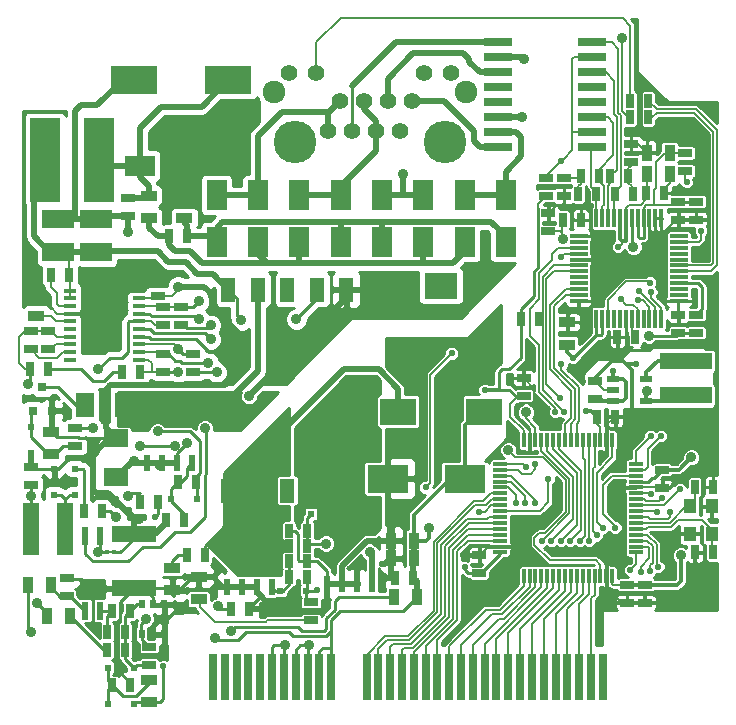
<source format=gtl>
G04 (created by PCBNEW (2013-jul-07)-stable) date Thu 13 Feb 2014 02:22:19 AM EST*
%MOIN*%
G04 Gerber Fmt 3.4, Leading zero omitted, Abs format*
%FSLAX34Y34*%
G01*
G70*
G90*
G04 APERTURE LIST*
%ADD10C,0.00590551*%
%ADD11R,0.0275X0.1574*%
%ADD12R,0.120866X0.0889764*%
%ADD13R,0.109055X0.0889764*%
%ADD14C,0.0551*%
%ADD15C,0.1417*%
%ADD16C,0.0757*%
%ADD17R,0.0984252X0.279528*%
%ADD18R,0.0570866X0.173228*%
%ADD19R,0.0984X0.0709*%
%ADD20R,0.0709X0.0984*%
%ADD21R,0.0236X0.0551*%
%ADD22R,0.02X0.03*%
%ADD23R,0.15X0.055*%
%ADD24R,0.06X0.08*%
%ADD25R,0.08X0.06*%
%ADD26R,0.035X0.055*%
%ADD27R,0.055X0.035*%
%ADD28R,0.025X0.045*%
%ADD29R,0.045X0.025*%
%ADD30R,0.1378X0.0945*%
%ADD31R,0.1575X0.0945*%
%ADD32R,0.0944X0.025*%
%ADD33R,0.011811X0.015748*%
%ADD34R,0.0433X0.0236*%
%ADD35R,0.173228X0.0570866*%
%ADD36R,0.0413386X0.0511811*%
%ADD37R,0.0118X0.059*%
%ADD38R,0.059X0.0118*%
%ADD39R,0.0236X0.0236*%
%ADD40R,0.0473X0.0118*%
%ADD41R,0.0118X0.0473*%
%ADD42R,0.0413386X0.0125984*%
%ADD43R,0.11811X0.165354*%
%ADD44R,0.0240157X0.0598425*%
%ADD45R,0.1062X0.0629*%
%ADD46R,0.05X0.0799213*%
%ADD47R,0.0315X0.0315*%
%ADD48C,0.023*%
%ADD49C,0.035*%
%ADD50C,0.006*%
%ADD51C,0.0114173*%
%ADD52C,0.0133858*%
%ADD53C,0.008*%
%ADD54C,0.00984252*%
%ADD55C,0.019685*%
%ADD56C,0.01*%
G04 APERTURE END LIST*
G54D10*
G54D11*
X77441Y-45787D03*
X77834Y-45787D03*
X78228Y-45787D03*
X78622Y-45787D03*
X79015Y-45787D03*
X79409Y-45787D03*
X79803Y-45787D03*
X80197Y-45787D03*
X80590Y-45787D03*
X80984Y-45787D03*
X81378Y-45787D03*
X82559Y-45787D03*
X82952Y-45787D03*
X83346Y-45787D03*
X83740Y-45787D03*
X84134Y-45787D03*
X84527Y-45787D03*
X84921Y-45787D03*
X85315Y-45787D03*
X85708Y-45787D03*
X86102Y-45787D03*
X86496Y-45787D03*
X86889Y-45787D03*
X87283Y-45787D03*
X87677Y-45787D03*
X88071Y-45787D03*
X88464Y-45787D03*
X88858Y-45787D03*
X89252Y-45787D03*
X89645Y-45787D03*
X90039Y-45787D03*
X90433Y-45787D03*
G54D12*
X83620Y-36937D03*
X86458Y-36937D03*
G54D13*
X85039Y-32748D03*
G54D14*
X84077Y-26602D03*
X83677Y-27602D03*
X83277Y-26602D03*
X82877Y-27602D03*
X82477Y-26602D03*
X82077Y-27602D03*
X81677Y-26602D03*
X81277Y-27602D03*
X85377Y-25652D03*
X84477Y-25652D03*
X80877Y-25652D03*
X79977Y-25652D03*
G54D15*
X85177Y-27952D03*
X80177Y-27952D03*
G54D16*
X79477Y-26282D03*
X85877Y-26282D03*
G54D17*
X73641Y-28543D03*
X71830Y-28543D03*
G54D18*
X71377Y-40846D03*
X72519Y-40846D03*
G54D19*
X76574Y-28740D03*
X75000Y-28740D03*
G54D20*
X77559Y-31298D03*
X77559Y-29724D03*
X81692Y-31298D03*
X81692Y-29724D03*
X78937Y-29724D03*
X78937Y-31298D03*
X80314Y-29724D03*
X80314Y-31298D03*
X87204Y-31298D03*
X87204Y-29724D03*
X83070Y-31298D03*
X83070Y-29724D03*
X85826Y-29724D03*
X85826Y-31298D03*
X84448Y-29724D03*
X84448Y-31298D03*
G54D21*
X75234Y-36548D03*
X75234Y-38648D03*
X75734Y-36548D03*
X76234Y-36548D03*
X76734Y-36548D03*
X75734Y-38648D03*
X76234Y-38648D03*
X76734Y-38648D03*
G54D22*
X75808Y-43358D03*
X75058Y-43358D03*
X75808Y-44358D03*
X75433Y-43358D03*
X75058Y-44358D03*
G54D21*
X77891Y-40682D03*
X77891Y-42782D03*
X78391Y-40682D03*
X78891Y-40682D03*
X79391Y-40682D03*
X78391Y-42782D03*
X78891Y-42782D03*
X79391Y-42782D03*
X81238Y-40583D03*
X81238Y-42683D03*
X81738Y-40583D03*
X82238Y-40583D03*
X82738Y-40583D03*
X81738Y-42683D03*
X82238Y-42683D03*
X82738Y-42683D03*
G54D23*
X74803Y-41029D03*
X74803Y-42829D03*
G54D24*
X74468Y-36712D03*
X73168Y-36712D03*
G54D25*
X74212Y-39134D03*
X74212Y-37834D03*
G54D26*
X83483Y-43110D03*
X84233Y-43110D03*
X71908Y-43740D03*
X72658Y-43740D03*
G54D27*
X76082Y-42144D03*
X76082Y-42894D03*
X76968Y-43189D03*
X76968Y-42439D03*
G54D26*
X71278Y-42716D03*
X72028Y-42716D03*
G54D27*
X75314Y-46634D03*
X75314Y-45884D03*
X72047Y-37617D03*
X72047Y-38367D03*
G54D26*
X84134Y-41240D03*
X83384Y-41240D03*
G54D27*
X71555Y-32991D03*
X71555Y-33741D03*
G54D28*
X77170Y-41732D03*
X76570Y-41732D03*
G54D29*
X72559Y-42495D03*
X72559Y-43095D03*
G54D28*
X74512Y-44881D03*
X73912Y-44881D03*
G54D29*
X75314Y-45378D03*
X75314Y-44778D03*
X76771Y-35014D03*
X76771Y-35614D03*
G54D28*
X74512Y-44291D03*
X73912Y-44291D03*
X74670Y-46062D03*
X74070Y-46062D03*
X71353Y-35531D03*
X71953Y-35531D03*
X94099Y-41633D03*
X93499Y-41633D03*
X94099Y-39448D03*
X93499Y-39448D03*
G54D29*
X76377Y-34059D03*
X76377Y-33459D03*
G54D28*
X72642Y-32381D03*
X72042Y-32381D03*
X74070Y-43582D03*
X74670Y-43582D03*
X75979Y-31102D03*
X76579Y-31102D03*
G54D29*
X74606Y-29818D03*
X74606Y-30418D03*
X75590Y-33075D03*
X75590Y-32475D03*
G54D28*
X74404Y-35629D03*
X75004Y-35629D03*
G54D29*
X72834Y-37495D03*
X72834Y-38095D03*
G54D28*
X84118Y-42480D03*
X83518Y-42480D03*
X73125Y-40255D03*
X73725Y-40255D03*
G54D29*
X71358Y-39374D03*
X71358Y-38774D03*
X75787Y-34059D03*
X75787Y-33459D03*
X71358Y-34847D03*
X71358Y-34247D03*
X71948Y-34847D03*
X71948Y-34247D03*
X75787Y-35034D03*
X75787Y-35634D03*
G54D28*
X76874Y-39271D03*
X76274Y-39271D03*
X75881Y-40551D03*
X76481Y-40551D03*
X74995Y-39960D03*
X75595Y-39960D03*
G54D30*
X85827Y-39173D03*
X83267Y-39173D03*
G54D31*
X77952Y-25885D03*
X74802Y-25885D03*
G54D32*
X90081Y-28127D03*
X90081Y-27627D03*
X90081Y-27127D03*
X90081Y-26627D03*
X90081Y-26127D03*
X90081Y-25627D03*
X90081Y-25127D03*
X90081Y-24627D03*
X86925Y-24627D03*
X86925Y-25127D03*
X86925Y-25627D03*
X86925Y-26127D03*
X86925Y-26627D03*
X86925Y-27127D03*
X86925Y-27627D03*
X86925Y-28127D03*
G54D33*
X74133Y-41633D03*
X73897Y-41633D03*
G54D29*
X91377Y-28007D03*
X91377Y-28607D03*
G54D28*
X90684Y-29094D03*
X91284Y-29094D03*
X91441Y-29685D03*
X90841Y-29685D03*
X89621Y-29685D03*
X90221Y-29685D03*
G54D29*
X89133Y-29148D03*
X89133Y-29748D03*
G54D28*
X89700Y-29094D03*
X90300Y-29094D03*
X91953Y-26574D03*
X91353Y-26574D03*
X91953Y-27125D03*
X91353Y-27125D03*
G54D29*
X92421Y-38873D03*
X92421Y-39473D03*
X91240Y-42711D03*
X91240Y-43311D03*
X87795Y-36422D03*
X87795Y-35822D03*
X86318Y-42327D03*
X86318Y-41727D03*
X91830Y-42711D03*
X91830Y-43311D03*
X90157Y-36520D03*
X90157Y-35920D03*
G54D28*
X90251Y-37106D03*
X90851Y-37106D03*
G54D34*
X90787Y-35846D03*
X90787Y-36220D03*
X90787Y-36594D03*
X91889Y-36594D03*
X91889Y-35846D03*
G54D35*
X93208Y-35255D03*
X93208Y-36397D03*
G54D36*
X94064Y-41003D03*
X94064Y-40098D03*
X93336Y-40098D03*
X93336Y-41003D03*
G54D29*
X80708Y-43302D03*
X80708Y-43902D03*
G54D26*
X84134Y-41830D03*
X83384Y-41830D03*
G54D28*
X79975Y-41929D03*
X80575Y-41929D03*
X78646Y-43503D03*
X78046Y-43503D03*
G54D27*
X75295Y-30493D03*
X75295Y-29743D03*
X76476Y-30493D03*
X76476Y-29743D03*
G54D28*
X79975Y-40905D03*
X80575Y-40905D03*
G54D37*
X92381Y-30492D03*
X92184Y-30492D03*
X91987Y-30492D03*
X91791Y-30492D03*
X91594Y-30492D03*
X91397Y-30492D03*
X91201Y-30492D03*
X91004Y-30492D03*
X90807Y-30492D03*
X90611Y-30492D03*
X90414Y-30492D03*
X90217Y-30492D03*
G54D38*
X89626Y-31083D03*
X89626Y-31280D03*
X89626Y-31477D03*
X89626Y-31673D03*
X89626Y-31870D03*
X89626Y-32067D03*
X89626Y-32263D03*
X89626Y-32460D03*
X89626Y-32657D03*
X89626Y-32853D03*
X89626Y-33050D03*
X89626Y-33247D03*
G54D37*
X90217Y-33838D03*
X90414Y-33838D03*
X90611Y-33838D03*
X90807Y-33838D03*
X91004Y-33838D03*
X91201Y-33838D03*
X91397Y-33838D03*
X91594Y-33838D03*
X91791Y-33838D03*
X91987Y-33838D03*
X92184Y-33838D03*
X92381Y-33838D03*
G54D38*
X92972Y-33247D03*
X92972Y-33050D03*
X92972Y-32853D03*
X92972Y-32657D03*
X92972Y-32460D03*
X92972Y-32263D03*
X92972Y-32067D03*
X92972Y-31870D03*
X92972Y-31673D03*
X92972Y-31477D03*
X92972Y-31280D03*
X92972Y-31083D03*
G54D26*
X91908Y-29015D03*
X92658Y-29015D03*
G54D27*
X89251Y-34705D03*
X89251Y-33955D03*
G54D28*
X91520Y-34448D03*
X90920Y-34448D03*
G54D29*
X92952Y-29936D03*
X92952Y-30536D03*
G54D28*
X91865Y-29645D03*
X92465Y-29645D03*
G54D29*
X92952Y-34315D03*
X92952Y-33715D03*
X93543Y-29936D03*
X93543Y-30536D03*
G54D26*
X92658Y-28307D03*
X91908Y-28307D03*
G54D39*
X80708Y-40354D03*
X79842Y-40354D03*
X79685Y-42913D03*
X80551Y-42913D03*
X72145Y-38838D03*
X72145Y-39704D03*
X74803Y-45472D03*
X73937Y-45472D03*
X72834Y-38838D03*
X72834Y-39704D03*
X71358Y-37460D03*
X71358Y-38326D03*
X76043Y-39862D03*
X76909Y-39862D03*
X73937Y-46692D03*
X74803Y-46692D03*
G54D40*
X91535Y-41633D03*
X91535Y-41437D03*
X91535Y-41240D03*
X91535Y-41043D03*
X91535Y-40846D03*
X91535Y-40649D03*
X91535Y-40452D03*
X91535Y-40256D03*
X91535Y-40059D03*
X91535Y-39862D03*
X91535Y-39665D03*
X91535Y-39468D03*
X91535Y-39271D03*
X91535Y-39074D03*
X91535Y-38878D03*
X91535Y-38681D03*
G54D41*
X90747Y-37893D03*
X90551Y-37893D03*
X90354Y-37893D03*
X90157Y-37893D03*
X89960Y-37893D03*
X89763Y-37893D03*
X89566Y-37893D03*
X89370Y-37893D03*
X89173Y-37893D03*
X88976Y-37893D03*
X88779Y-37893D03*
X88582Y-37893D03*
X88385Y-37893D03*
X88188Y-37893D03*
X87992Y-37893D03*
X87795Y-37893D03*
G54D40*
X87007Y-38681D03*
X87007Y-38878D03*
X87007Y-39074D03*
X87007Y-39271D03*
X87007Y-39468D03*
X87007Y-39665D03*
X87007Y-39862D03*
X87007Y-40059D03*
X87007Y-40256D03*
X87007Y-40452D03*
X87007Y-40649D03*
X87007Y-40846D03*
X87007Y-41043D03*
X87007Y-41240D03*
X87007Y-41437D03*
X87007Y-41633D03*
G54D41*
X87795Y-42421D03*
X87992Y-42421D03*
X88188Y-42421D03*
X88385Y-42421D03*
X88582Y-42421D03*
X88779Y-42421D03*
X88976Y-42421D03*
X89173Y-42421D03*
X89370Y-42421D03*
X89566Y-42421D03*
X89763Y-42421D03*
X89960Y-42421D03*
X90157Y-42421D03*
X90354Y-42421D03*
X90551Y-42421D03*
X90747Y-42421D03*
G54D42*
X74970Y-35206D03*
X74970Y-34950D03*
X74970Y-34694D03*
X74970Y-34438D03*
X74970Y-34183D03*
X74970Y-33927D03*
X74970Y-33671D03*
X74970Y-33415D03*
X74970Y-33159D03*
X74970Y-32903D03*
X72667Y-32903D03*
X72667Y-33159D03*
X72667Y-33415D03*
X72667Y-33671D03*
X72667Y-33927D03*
X72667Y-34183D03*
X72667Y-34438D03*
X72667Y-34694D03*
X72667Y-34950D03*
X72667Y-35206D03*
G54D43*
X73818Y-34055D03*
G54D44*
X73675Y-43572D03*
X73175Y-43572D03*
X73175Y-41072D03*
X73675Y-41072D03*
G54D45*
X73543Y-31613D03*
X73543Y-30511D03*
X72283Y-31613D03*
X72283Y-30511D03*
G54D46*
X77952Y-32870D03*
X78937Y-32870D03*
X79921Y-32870D03*
X80905Y-32870D03*
X81889Y-32870D03*
X81889Y-39570D03*
X80905Y-39570D03*
X79921Y-39570D03*
X78937Y-39570D03*
X77952Y-39570D03*
G54D47*
X71437Y-36909D03*
X72066Y-36909D03*
X71751Y-36122D03*
G54D28*
X79975Y-41417D03*
X80575Y-41417D03*
X80575Y-42440D03*
X79975Y-42440D03*
X89109Y-30551D03*
X89709Y-30551D03*
G54D29*
X88622Y-30929D03*
X88622Y-30329D03*
X93543Y-34315D03*
X93543Y-33715D03*
G54D28*
X87692Y-33858D03*
X88292Y-33858D03*
G54D29*
X88543Y-29748D03*
X88543Y-29148D03*
X93188Y-28322D03*
X93188Y-28922D03*
G54D48*
X86496Y-36220D03*
G54D49*
X91968Y-34409D03*
G54D48*
X89448Y-35157D03*
G54D49*
X93031Y-41732D03*
X80629Y-44724D03*
X93385Y-38464D03*
X91909Y-36240D03*
G54D48*
X89881Y-36909D03*
X85826Y-42125D03*
G54D49*
X77519Y-44488D03*
G54D48*
X75787Y-45433D03*
G54D49*
X71358Y-44291D03*
X84645Y-40826D03*
G54D48*
X90787Y-35570D03*
X75492Y-40452D03*
G54D49*
X73622Y-41633D03*
X76968Y-33267D03*
X71259Y-36023D03*
X76279Y-34842D03*
X74606Y-39763D03*
X77362Y-34527D03*
X75590Y-37598D03*
X73425Y-37500D03*
X76968Y-33858D03*
G54D48*
X87539Y-40000D03*
X87854Y-40000D03*
X88169Y-40000D03*
X88405Y-41240D03*
X88720Y-41240D03*
X89035Y-41240D03*
X89350Y-41240D03*
X89665Y-41240D03*
X89980Y-41240D03*
X90236Y-41062D03*
X90433Y-40807D03*
X90846Y-40807D03*
X92027Y-39685D03*
X92401Y-39822D03*
X92224Y-40295D03*
X92677Y-40295D03*
X92283Y-42125D03*
X92007Y-42263D03*
X91692Y-42283D03*
X91338Y-42224D03*
G54D49*
X87283Y-38228D03*
G54D48*
X91023Y-33188D03*
G54D49*
X89094Y-31181D03*
G54D48*
X89055Y-31771D03*
X84527Y-39468D03*
X85393Y-35000D03*
X93700Y-30905D03*
X86299Y-40275D03*
G54D49*
X91062Y-24488D03*
G54D48*
X88622Y-39173D03*
X88838Y-36948D03*
X92362Y-37755D03*
X92007Y-32637D03*
X89055Y-35354D03*
X88996Y-36476D03*
X93011Y-39527D03*
X92027Y-37755D03*
X89153Y-36948D03*
X91653Y-32913D03*
X87874Y-38779D03*
X88188Y-38700D03*
X92047Y-32952D03*
G54D49*
X87874Y-36968D03*
G54D48*
X91614Y-33228D03*
X89055Y-28582D03*
X90944Y-31456D03*
G54D49*
X78385Y-33897D03*
X78641Y-36417D03*
X78070Y-35826D03*
X74606Y-30944D03*
X74960Y-40511D03*
G54D48*
X72440Y-36909D03*
G54D49*
X76279Y-32775D03*
X77362Y-34055D03*
X77283Y-35314D03*
X71358Y-39763D03*
X73622Y-35531D03*
X77165Y-37500D03*
X76279Y-35629D03*
X75393Y-32086D03*
X76082Y-29330D03*
X73228Y-32677D03*
X73622Y-32677D03*
X74015Y-32677D03*
X74409Y-32677D03*
X74409Y-33070D03*
X74015Y-33070D03*
X73622Y-33070D03*
X73228Y-33070D03*
X82677Y-41633D03*
X81200Y-41338D03*
X79409Y-41692D03*
X78897Y-41653D03*
X78385Y-41220D03*
X78897Y-41220D03*
X79409Y-41220D03*
G54D48*
X80905Y-42874D03*
G54D49*
X81397Y-40059D03*
X82775Y-40059D03*
X82381Y-40059D03*
X81594Y-41043D03*
X82185Y-41043D03*
X81889Y-41338D03*
X77165Y-36548D03*
X76968Y-37106D03*
X76476Y-37106D03*
X75984Y-37106D03*
X75590Y-37106D03*
G54D48*
X87834Y-41456D03*
X91062Y-32322D03*
X92244Y-31692D03*
X83070Y-42027D03*
G54D49*
X93267Y-37362D03*
X79842Y-44724D03*
G54D48*
X85787Y-41732D03*
X91535Y-35354D03*
G54D49*
X90787Y-39527D03*
G54D48*
X90433Y-38425D03*
G54D49*
X94114Y-42165D03*
G54D48*
X94114Y-38877D03*
X87322Y-35826D03*
G54D49*
X77559Y-35629D03*
X74803Y-38582D03*
X75000Y-38090D03*
X76181Y-38090D03*
X76574Y-37992D03*
X87755Y-27125D03*
X71574Y-43307D03*
X75196Y-43858D03*
X77598Y-43425D03*
X78031Y-44251D03*
X87795Y-25196D03*
X83759Y-29035D03*
X74212Y-40452D03*
X80216Y-33858D03*
X91456Y-31456D03*
G54D48*
X93228Y-29291D03*
G54D50*
X92125Y-30039D02*
X92125Y-29566D01*
X92519Y-28307D02*
X92658Y-28307D01*
X92204Y-28622D02*
X92519Y-28307D01*
X92204Y-29488D02*
X92204Y-28622D01*
X92125Y-29566D02*
X92204Y-29488D01*
X93188Y-28322D02*
X92673Y-28322D01*
X92673Y-28322D02*
X92658Y-28307D01*
G54D51*
X93464Y-29936D02*
X92913Y-29936D01*
G54D50*
X91791Y-30137D02*
X91889Y-30039D01*
X91791Y-30492D02*
X91791Y-30137D01*
X92047Y-30039D02*
X92125Y-30039D01*
X92125Y-30039D02*
X92810Y-30039D01*
X92810Y-30039D02*
X92913Y-29936D01*
X92888Y-30039D02*
X92913Y-30014D01*
G54D51*
X91594Y-30492D02*
X91594Y-31082D01*
X91791Y-31141D02*
X91791Y-30492D01*
X91653Y-31141D02*
X91791Y-31141D01*
X91594Y-31082D02*
X91653Y-31141D01*
G54D50*
X91968Y-30039D02*
X92047Y-30039D01*
X91889Y-30039D02*
X91968Y-30039D01*
G54D52*
X86496Y-36220D02*
X86968Y-36220D01*
G54D50*
X88267Y-30142D02*
X88267Y-30024D01*
G54D51*
X87692Y-33858D02*
X87692Y-33528D01*
X88138Y-32269D02*
X88267Y-32140D01*
X88138Y-33082D02*
X88138Y-32269D01*
X87692Y-33528D02*
X88138Y-33082D01*
X88267Y-32140D02*
X88267Y-30142D01*
G54D50*
X88267Y-30024D02*
X88543Y-29748D01*
G54D51*
X90414Y-33838D02*
X90414Y-34349D01*
X90374Y-34389D02*
X90217Y-34389D01*
X90414Y-34349D02*
X90374Y-34389D01*
X90217Y-33838D02*
X90217Y-34389D01*
X90217Y-34389D02*
X89448Y-35157D01*
G54D50*
X88661Y-29763D02*
X88661Y-29748D01*
G54D51*
X86968Y-36220D02*
X86968Y-35629D01*
X86968Y-35629D02*
X87086Y-35511D01*
X87086Y-35511D02*
X87322Y-35511D01*
X87692Y-35142D02*
X87692Y-33858D01*
X87692Y-35142D02*
X87322Y-35511D01*
X86968Y-36220D02*
X87322Y-36220D01*
G54D50*
X87524Y-36422D02*
X87795Y-36422D01*
G54D51*
X87322Y-36220D02*
X87524Y-36422D01*
X92952Y-34315D02*
X93543Y-34315D01*
X91968Y-34409D02*
X92859Y-34409D01*
X92859Y-34409D02*
X92952Y-34315D01*
G54D53*
X87795Y-37893D02*
X87795Y-37559D01*
X87593Y-36422D02*
X87342Y-36673D01*
X87342Y-36673D02*
X87342Y-37106D01*
G54D54*
X87795Y-36422D02*
X87593Y-36422D01*
G54D53*
X87795Y-37559D02*
X87342Y-37106D01*
G54D52*
X89251Y-34705D02*
X89251Y-34960D01*
X89251Y-34960D02*
X89448Y-35157D01*
G54D50*
X89251Y-34705D02*
X89388Y-34705D01*
G54D52*
X91830Y-42711D02*
X92918Y-42711D01*
X92918Y-42711D02*
X93031Y-42598D01*
X93031Y-42598D02*
X93031Y-41732D01*
G54D54*
X80197Y-45787D02*
X80197Y-44880D01*
X80354Y-44724D02*
X80629Y-44724D01*
X80197Y-44880D02*
X80354Y-44724D01*
X80590Y-45787D02*
X80590Y-44763D01*
X80590Y-44763D02*
X80629Y-44724D01*
G54D52*
X93385Y-38464D02*
X92977Y-38873D01*
X92977Y-38873D02*
X92421Y-38873D01*
X91909Y-36240D02*
X91889Y-36260D01*
X91889Y-36594D02*
X91889Y-36260D01*
X89881Y-36909D02*
X90054Y-36909D01*
X90054Y-36909D02*
X90251Y-37106D01*
G54D51*
X86318Y-42327D02*
X85949Y-42327D01*
X85949Y-42327D02*
X85826Y-42204D01*
G54D50*
X85826Y-42204D02*
X85826Y-42125D01*
G54D51*
X87007Y-41633D02*
X87007Y-41693D01*
G54D50*
X86373Y-42327D02*
X86318Y-42327D01*
G54D51*
X87007Y-41693D02*
X86373Y-42327D01*
G54D50*
X90747Y-42421D02*
X90747Y-42696D01*
X90762Y-42711D02*
X91240Y-42711D01*
X90747Y-42696D02*
X90762Y-42711D01*
G54D52*
X91830Y-42711D02*
X91240Y-42711D01*
G54D50*
X93208Y-36397D02*
X93641Y-36397D01*
G54D51*
X91535Y-39271D02*
X91948Y-39271D01*
X92140Y-39153D02*
X92421Y-38873D01*
X92066Y-39153D02*
X92140Y-39153D01*
X91948Y-39271D02*
X92066Y-39153D01*
G54D52*
X91889Y-36594D02*
X93011Y-36594D01*
X93011Y-36594D02*
X93208Y-36397D01*
G54D53*
X90251Y-37106D02*
X90251Y-37337D01*
X90354Y-37441D02*
X90354Y-37893D01*
X90251Y-37337D02*
X90354Y-37441D01*
G54D54*
X80096Y-44420D02*
X79960Y-44284D01*
X81388Y-44242D02*
X81211Y-44420D01*
X81211Y-44420D02*
X80096Y-44420D01*
X77598Y-44566D02*
X77519Y-44488D01*
X78267Y-44566D02*
X77598Y-44566D01*
X78550Y-44284D02*
X78267Y-44566D01*
X79960Y-44284D02*
X78550Y-44284D01*
X75472Y-46634D02*
X75687Y-46634D01*
X75687Y-46634D02*
X75787Y-46535D01*
X75787Y-46535D02*
X75787Y-45433D01*
X71278Y-44211D02*
X71358Y-44291D01*
X71278Y-42716D02*
X71278Y-44211D01*
G54D52*
X84645Y-40826D02*
X84645Y-41141D01*
X84645Y-41141D02*
X84547Y-41240D01*
X84134Y-41240D02*
X84547Y-41240D01*
X90787Y-35571D02*
X90787Y-35570D01*
X90787Y-35571D02*
X90787Y-35846D01*
G54D55*
X84134Y-41830D02*
X84134Y-41240D01*
X84118Y-42480D02*
X84118Y-41846D01*
X84118Y-41846D02*
X84134Y-41830D01*
X84233Y-43110D02*
X84233Y-42594D01*
X84233Y-42594D02*
X84118Y-42480D01*
G54D52*
X84134Y-41240D02*
X84134Y-40373D01*
X85334Y-39173D02*
X85827Y-39173D01*
X84134Y-40373D02*
X85334Y-39173D01*
G54D54*
X80984Y-45787D02*
X80984Y-44920D01*
X81102Y-44803D02*
X81378Y-44803D01*
X80984Y-44920D02*
X81102Y-44803D01*
X81378Y-45787D02*
X81378Y-44803D01*
X81378Y-44803D02*
X81378Y-44253D01*
X81378Y-44253D02*
X81388Y-44242D01*
X83759Y-43602D02*
X81675Y-43602D01*
X84233Y-43128D02*
X83759Y-43602D01*
X84233Y-43128D02*
X84233Y-43110D01*
X81388Y-43888D02*
X81388Y-44242D01*
X81675Y-43602D02*
X81388Y-43888D01*
G54D52*
X90787Y-36594D02*
X91102Y-36594D01*
X91102Y-36594D02*
X91200Y-36496D01*
X91200Y-36496D02*
X91200Y-35944D01*
X91200Y-35944D02*
X91102Y-35846D01*
X91102Y-35846D02*
X90787Y-35846D01*
X90157Y-36520D02*
X90378Y-36520D01*
X90378Y-36520D02*
X90452Y-36594D01*
X90452Y-36594D02*
X90787Y-36594D01*
G54D54*
X75472Y-46634D02*
X74861Y-46634D01*
X74861Y-46634D02*
X74803Y-46692D01*
X75453Y-46653D02*
X75472Y-46634D01*
G54D52*
X86458Y-36937D02*
X86291Y-36937D01*
X85827Y-37401D02*
X85827Y-39173D01*
X86291Y-36937D02*
X85827Y-37401D01*
G54D54*
X84059Y-41315D02*
X84134Y-41240D01*
G54D55*
X74606Y-29818D02*
X75220Y-29818D01*
X75220Y-29818D02*
X75295Y-29743D01*
X77067Y-26771D02*
X75708Y-26771D01*
X77952Y-25885D02*
X77067Y-26771D01*
X75000Y-27479D02*
X75000Y-28740D01*
X75708Y-26771D02*
X75000Y-27479D01*
X75295Y-29743D02*
X75295Y-29429D01*
X75000Y-29134D02*
X75000Y-28740D01*
X75295Y-29429D02*
X75000Y-29134D01*
G54D56*
X74020Y-28164D02*
X73641Y-28543D01*
G54D55*
X75000Y-28740D02*
X73838Y-28740D01*
G54D56*
X73838Y-28740D02*
X73641Y-28543D01*
G54D50*
X73897Y-41633D02*
X74133Y-41633D01*
G54D54*
X75595Y-39960D02*
X75595Y-40349D01*
X75595Y-40349D02*
X75492Y-40452D01*
G54D56*
X73622Y-41633D02*
X73897Y-41633D01*
X73675Y-41580D02*
X73675Y-41072D01*
X73622Y-41633D02*
X73675Y-41580D01*
X76377Y-33459D02*
X76776Y-33459D01*
X76776Y-33459D02*
X76968Y-33267D01*
X71353Y-35929D02*
X71353Y-35531D01*
X71259Y-36023D02*
X71353Y-35929D01*
G54D53*
X75787Y-33459D02*
X76377Y-33459D01*
X74970Y-33415D02*
X75742Y-33415D01*
X75742Y-33415D02*
X75787Y-33459D01*
X71358Y-34247D02*
X71166Y-34247D01*
X71166Y-34247D02*
X70964Y-34448D01*
X70964Y-34448D02*
X70964Y-35334D01*
X70964Y-35334D02*
X71161Y-35531D01*
X71161Y-35531D02*
X71353Y-35531D01*
X72667Y-34438D02*
X72238Y-34438D01*
X72238Y-34438D02*
X72047Y-34247D01*
X71456Y-34247D02*
X72047Y-34247D01*
G54D54*
X76771Y-35014D02*
X76451Y-35014D01*
X76451Y-35014D02*
X76279Y-34842D01*
G54D53*
X76131Y-34694D02*
X76279Y-34842D01*
X74970Y-34694D02*
X76131Y-34694D01*
G54D56*
X74704Y-39665D02*
X74995Y-39665D01*
X74606Y-39763D02*
X74704Y-39665D01*
G54D53*
X74995Y-39960D02*
X74995Y-39665D01*
X72667Y-34694D02*
X72199Y-34694D01*
X72199Y-34694D02*
X72047Y-34847D01*
X72667Y-34950D02*
X72431Y-34950D01*
X71648Y-35137D02*
X71358Y-34847D01*
X72244Y-35137D02*
X71648Y-35137D01*
X72431Y-34950D02*
X72244Y-35137D01*
G54D54*
X77165Y-34330D02*
X77362Y-34527D01*
X76732Y-34330D02*
X77165Y-34330D01*
X76874Y-39127D02*
X76874Y-39271D01*
G54D56*
X76673Y-37598D02*
X75590Y-37598D01*
G54D54*
X77007Y-37933D02*
X76673Y-37598D01*
X76874Y-39127D02*
X77007Y-38994D01*
X77007Y-38994D02*
X77007Y-37933D01*
X74970Y-34183D02*
X75324Y-34183D01*
X75472Y-34330D02*
X76732Y-34330D01*
X75324Y-34183D02*
X75472Y-34330D01*
G54D56*
X76909Y-39862D02*
X76909Y-39306D01*
X76909Y-39306D02*
X76874Y-39271D01*
X76874Y-39271D02*
X76874Y-39266D01*
X76909Y-39862D02*
X76870Y-39862D01*
X75393Y-33759D02*
X76870Y-33759D01*
X75305Y-33671D02*
X75393Y-33759D01*
X74970Y-33671D02*
X75305Y-33671D01*
X73420Y-37495D02*
X72834Y-37495D01*
X73425Y-37500D02*
X73420Y-37495D01*
X76870Y-33759D02*
X76968Y-33858D01*
G54D50*
X87007Y-39468D02*
X87283Y-39468D01*
X87539Y-39724D02*
X87539Y-40000D01*
X87283Y-39468D02*
X87539Y-39724D01*
X87007Y-39271D02*
X87382Y-39271D01*
X87854Y-39744D02*
X87854Y-40000D01*
X87382Y-39271D02*
X87854Y-39744D01*
X87007Y-39074D02*
X87368Y-39074D01*
X88169Y-39875D02*
X88169Y-40000D01*
X87368Y-39074D02*
X88169Y-39875D01*
X88385Y-37893D02*
X88385Y-38254D01*
X89310Y-40335D02*
X88405Y-41240D01*
X89310Y-39179D02*
X89310Y-40335D01*
X88385Y-38254D02*
X89310Y-39179D01*
X88582Y-37893D02*
X88582Y-38267D01*
X89440Y-40520D02*
X88720Y-41240D01*
X89440Y-39125D02*
X89440Y-40520D01*
X88582Y-38267D02*
X89440Y-39125D01*
X88779Y-37893D02*
X88779Y-38188D01*
X89570Y-40705D02*
X89035Y-41240D01*
X89570Y-38979D02*
X89570Y-40705D01*
X88779Y-38188D02*
X89570Y-38979D01*
X88976Y-37893D02*
X88976Y-38189D01*
X89700Y-40890D02*
X89350Y-41240D01*
X89700Y-38913D02*
X89700Y-40890D01*
X88976Y-38189D02*
X89700Y-38913D01*
X89763Y-38483D02*
X89763Y-37893D01*
X89830Y-41075D02*
X89665Y-41240D01*
X89830Y-38550D02*
X89830Y-41075D01*
X89763Y-38483D02*
X89830Y-38550D01*
X89960Y-37893D02*
X89960Y-41220D01*
X89960Y-41220D02*
X89980Y-41240D01*
X90157Y-37893D02*
X90157Y-38779D01*
X90106Y-40932D02*
X90236Y-41062D01*
X90106Y-38830D02*
X90106Y-40932D01*
X90157Y-38779D02*
X90106Y-38830D01*
X90747Y-37893D02*
X90747Y-38465D01*
X90236Y-40610D02*
X90433Y-40807D01*
X90236Y-38976D02*
X90236Y-40610D01*
X90747Y-38465D02*
X90236Y-38976D01*
X90846Y-40807D02*
X90846Y-40767D01*
X90728Y-39074D02*
X91535Y-39074D01*
X90433Y-39370D02*
X90728Y-39074D01*
X90433Y-40354D02*
X90433Y-39370D01*
X90846Y-40767D02*
X90433Y-40354D01*
X91535Y-39665D02*
X92008Y-39665D01*
X92008Y-39665D02*
X92027Y-39685D01*
X91535Y-39862D02*
X91822Y-39862D01*
X92294Y-39929D02*
X92401Y-39822D01*
X91889Y-39929D02*
X92294Y-39929D01*
X91822Y-39862D02*
X91889Y-39929D01*
X91535Y-40256D02*
X92185Y-40256D01*
X92185Y-40256D02*
X92224Y-40295D01*
X91535Y-40452D02*
X91929Y-40452D01*
X92677Y-40446D02*
X92677Y-40295D01*
X92603Y-40519D02*
X92677Y-40446D01*
X91996Y-40519D02*
X92603Y-40519D01*
X91929Y-40452D02*
X91996Y-40519D01*
X91535Y-41043D02*
X91903Y-41043D01*
X92228Y-42071D02*
X92283Y-42125D01*
X92228Y-41368D02*
X92228Y-42071D01*
X91903Y-41043D02*
X92228Y-41368D01*
X91535Y-41240D02*
X91916Y-41240D01*
X92007Y-42066D02*
X92007Y-42263D01*
X92098Y-41976D02*
X92007Y-42066D01*
X92098Y-41422D02*
X92098Y-41976D01*
X91916Y-41240D02*
X92098Y-41422D01*
X91535Y-41437D02*
X91929Y-41437D01*
X91692Y-42106D02*
X91692Y-42283D01*
X91968Y-41830D02*
X91692Y-42106D01*
X91968Y-41476D02*
X91968Y-41830D01*
X91929Y-41437D02*
X91968Y-41476D01*
X91535Y-41633D02*
X91535Y-42027D01*
X91535Y-42027D02*
X91338Y-42224D01*
X86456Y-39921D02*
X86141Y-39921D01*
X86712Y-39665D02*
X86456Y-39921D01*
X87007Y-39665D02*
X86712Y-39665D01*
X82559Y-45051D02*
X82559Y-45787D01*
X83178Y-44432D02*
X82559Y-45051D01*
X83932Y-44432D02*
X83178Y-44432D01*
X84790Y-43574D02*
X83932Y-44432D01*
X84790Y-41271D02*
X84790Y-43574D01*
X86141Y-39921D02*
X84790Y-41271D01*
X84920Y-41325D02*
X86187Y-40059D01*
X84920Y-41325D02*
X84920Y-43628D01*
X84920Y-43628D02*
X83986Y-44562D01*
X83986Y-44562D02*
X83232Y-44562D01*
X83232Y-44562D02*
X82952Y-44842D01*
X82952Y-45787D02*
X82952Y-44842D01*
X87007Y-39862D02*
X86724Y-39862D01*
X86528Y-40059D02*
X86187Y-40059D01*
X86724Y-39862D02*
X86528Y-40059D01*
X87007Y-40452D02*
X86641Y-40452D01*
X85910Y-40519D02*
X85050Y-41379D01*
X86574Y-40519D02*
X85910Y-40519D01*
X86641Y-40452D02*
X86574Y-40519D01*
X83346Y-44802D02*
X83346Y-45787D01*
X83456Y-44692D02*
X83346Y-44802D01*
X84040Y-44692D02*
X83456Y-44692D01*
X85050Y-43682D02*
X84040Y-44692D01*
X85050Y-41379D02*
X85050Y-43682D01*
X87007Y-40649D02*
X85963Y-40649D01*
X83740Y-44881D02*
X83740Y-45787D01*
X83799Y-44822D02*
X83740Y-44881D01*
X84094Y-44822D02*
X83799Y-44822D01*
X85180Y-43736D02*
X84094Y-44822D01*
X85180Y-41432D02*
X85180Y-43736D01*
X85963Y-40649D02*
X85180Y-41432D01*
X87007Y-40846D02*
X85950Y-40846D01*
X84134Y-44966D02*
X84134Y-45787D01*
X85310Y-43789D02*
X84134Y-44966D01*
X85310Y-41486D02*
X85310Y-43789D01*
X85950Y-40846D02*
X85310Y-41486D01*
X87007Y-41043D02*
X85937Y-41043D01*
X84527Y-44756D02*
X84527Y-45787D01*
X85440Y-43843D02*
X84527Y-44756D01*
X85440Y-41540D02*
X85440Y-43843D01*
X85937Y-41043D02*
X85440Y-41540D01*
X87007Y-41240D02*
X85924Y-41240D01*
X84921Y-44546D02*
X84921Y-45787D01*
X85570Y-43897D02*
X84921Y-44546D01*
X85570Y-41594D02*
X85570Y-43897D01*
X85924Y-41240D02*
X85570Y-41594D01*
G54D53*
X87795Y-42421D02*
X87795Y-42755D01*
X85315Y-44762D02*
X85315Y-45787D01*
X86535Y-43543D02*
X85315Y-44762D01*
X87007Y-43543D02*
X86535Y-43543D01*
X87795Y-42755D02*
X87007Y-43543D01*
X87992Y-42421D02*
X87992Y-42770D01*
X85708Y-44724D02*
X85708Y-45787D01*
X86739Y-43693D02*
X85708Y-44724D01*
X87070Y-43693D02*
X86739Y-43693D01*
X87992Y-42770D02*
X87070Y-43693D01*
X88188Y-42421D02*
X88188Y-42787D01*
X86102Y-44724D02*
X86102Y-45787D01*
X86983Y-43843D02*
X86102Y-44724D01*
X87132Y-43843D02*
X86983Y-43843D01*
X88188Y-42787D02*
X87132Y-43843D01*
X88385Y-42421D02*
X88385Y-42802D01*
X86496Y-44690D02*
X86496Y-45787D01*
X88385Y-42802D02*
X86496Y-44690D01*
X88582Y-42421D02*
X88582Y-42817D01*
X86889Y-44509D02*
X86889Y-45787D01*
X88582Y-42817D02*
X86889Y-44509D01*
X88779Y-42421D02*
X88779Y-42832D01*
X87283Y-44328D02*
X87283Y-45787D01*
X88779Y-42832D02*
X87283Y-44328D01*
X88976Y-42421D02*
X88976Y-42873D01*
X87677Y-44172D02*
X87677Y-45787D01*
X88976Y-42873D02*
X87677Y-44172D01*
X89173Y-42421D02*
X89173Y-42913D01*
X88071Y-44014D02*
X88071Y-45787D01*
X89173Y-42913D02*
X88071Y-44014D01*
X89370Y-42421D02*
X89370Y-42952D01*
X88464Y-43858D02*
X88464Y-45787D01*
X89370Y-42952D02*
X88464Y-43858D01*
X89566Y-42421D02*
X89566Y-42992D01*
X88858Y-43700D02*
X88858Y-45787D01*
X89566Y-42992D02*
X88858Y-43700D01*
X89763Y-42421D02*
X89763Y-43007D01*
X89252Y-43518D02*
X89252Y-45787D01*
X89763Y-43007D02*
X89252Y-43518D01*
X89960Y-42421D02*
X89960Y-43022D01*
X89645Y-43337D02*
X89645Y-45787D01*
X89960Y-43022D02*
X89645Y-43337D01*
X90157Y-42421D02*
X90157Y-43038D01*
X90039Y-43155D02*
X90039Y-45787D01*
X90157Y-43038D02*
X90039Y-43155D01*
G54D50*
X87519Y-38464D02*
X88425Y-38464D01*
X90354Y-42047D02*
X90196Y-41889D01*
X90196Y-41889D02*
X88661Y-41889D01*
X88661Y-41889D02*
X88149Y-41377D01*
X88149Y-41377D02*
X88149Y-41141D01*
X87519Y-38464D02*
X87283Y-38228D01*
X90354Y-42421D02*
X90354Y-42047D01*
X91594Y-33523D02*
X91594Y-33838D01*
X91456Y-33385D02*
X91594Y-33523D01*
X91220Y-33385D02*
X91456Y-33385D01*
X91023Y-33188D02*
X91220Y-33385D01*
X88307Y-40984D02*
X88149Y-41141D01*
X88491Y-40984D02*
X88307Y-40984D01*
X89190Y-40285D02*
X88491Y-40984D01*
X89190Y-39229D02*
X89190Y-40285D01*
X88425Y-38464D02*
X89190Y-39229D01*
X89626Y-31673D02*
X89153Y-31673D01*
X89094Y-31181D02*
X89070Y-31156D01*
X89070Y-31156D02*
X89070Y-30944D01*
X89153Y-31673D02*
X89055Y-31771D01*
X88622Y-30929D02*
X89070Y-30929D01*
X89055Y-30944D02*
X89070Y-30944D01*
X89070Y-30929D02*
X89055Y-30944D01*
X89070Y-30944D02*
X89070Y-30551D01*
X87007Y-40059D02*
X86711Y-40059D01*
X84527Y-39468D02*
X84685Y-39311D01*
X84685Y-39311D02*
X84685Y-35708D01*
X84685Y-35708D02*
X85393Y-35000D01*
X93640Y-31280D02*
X92972Y-31280D01*
X93700Y-31220D02*
X93640Y-31280D01*
X93700Y-30905D02*
X93700Y-31220D01*
X86496Y-40275D02*
X86299Y-40275D01*
X86711Y-40059D02*
X86496Y-40275D01*
X91353Y-26574D02*
X91353Y-24070D01*
X91102Y-23818D02*
X90393Y-23818D01*
X91353Y-24070D02*
X91102Y-23818D01*
X90393Y-23818D02*
X81692Y-23818D01*
X80877Y-24634D02*
X80877Y-25652D01*
X81692Y-23818D02*
X80877Y-24634D01*
X91062Y-24488D02*
X91062Y-26929D01*
X91062Y-26929D02*
X91259Y-27125D01*
X91353Y-27125D02*
X91259Y-27125D01*
X88622Y-39960D02*
X88622Y-39173D01*
X88325Y-40256D02*
X88622Y-39960D01*
X87007Y-40256D02*
X88325Y-40256D01*
X88295Y-33200D02*
X88295Y-32334D01*
X88740Y-31692D02*
X88955Y-31477D01*
X88740Y-31889D02*
X88740Y-31692D01*
X88295Y-32334D02*
X88740Y-31889D01*
X87992Y-34409D02*
X88295Y-34712D01*
X87992Y-33503D02*
X87992Y-34409D01*
X88295Y-33200D02*
X87992Y-33503D01*
X89626Y-31477D02*
X88955Y-31477D01*
X88845Y-36824D02*
X88295Y-36274D01*
X88295Y-34712D02*
X88295Y-36274D01*
X88845Y-36942D02*
X88838Y-36948D01*
X88845Y-36942D02*
X88845Y-36824D01*
X91535Y-38878D02*
X91829Y-38878D01*
X91929Y-38188D02*
X92362Y-37755D01*
X91929Y-38779D02*
X91929Y-38188D01*
X91829Y-38878D02*
X91929Y-38779D01*
X89649Y-37259D02*
X89649Y-36132D01*
X89649Y-36132D02*
X89055Y-35537D01*
X90611Y-33207D02*
X91220Y-32598D01*
X91220Y-32598D02*
X91968Y-32598D01*
X91968Y-32598D02*
X92007Y-32637D01*
X90611Y-33838D02*
X90611Y-33207D01*
X89055Y-35537D02*
X89055Y-35354D01*
X89566Y-37343D02*
X89566Y-37893D01*
X89649Y-37259D02*
X89566Y-37343D01*
X89626Y-32263D02*
X88799Y-32263D01*
X92479Y-40059D02*
X91535Y-40059D01*
X88996Y-36476D02*
X88555Y-36035D01*
X92479Y-40059D02*
X93011Y-39527D01*
X88555Y-32507D02*
X88555Y-36035D01*
X88799Y-32263D02*
X88555Y-32507D01*
X88292Y-33858D02*
X88425Y-33858D01*
X89626Y-32067D02*
X88811Y-32067D01*
X88425Y-32453D02*
X88425Y-33858D01*
X88425Y-33858D02*
X88425Y-36220D01*
X88811Y-32067D02*
X88425Y-32453D01*
X91535Y-38248D02*
X92027Y-37755D01*
X89153Y-36948D02*
X88425Y-36220D01*
X91535Y-38681D02*
X91535Y-38248D01*
X89626Y-33050D02*
X89193Y-33050D01*
X89193Y-33050D02*
X88815Y-33428D01*
X89370Y-37348D02*
X89370Y-37893D01*
X89519Y-37199D02*
X89519Y-36186D01*
X89370Y-37348D02*
X89519Y-37199D01*
X88815Y-35481D02*
X89519Y-36186D01*
X88815Y-33428D02*
X88815Y-35481D01*
X89626Y-32853D02*
X89206Y-32853D01*
X88685Y-35535D02*
X89389Y-36240D01*
X89173Y-37362D02*
X89389Y-37145D01*
X89389Y-37145D02*
X89389Y-36240D01*
X89173Y-37362D02*
X89173Y-37893D01*
X88685Y-33375D02*
X88685Y-35535D01*
X89206Y-32853D02*
X88685Y-33375D01*
X92184Y-33838D02*
X92184Y-33457D01*
X91653Y-32926D02*
X91653Y-32913D01*
X92184Y-33457D02*
X91653Y-32926D01*
X87776Y-38681D02*
X87007Y-38681D01*
X87874Y-38779D02*
X87776Y-38681D01*
X87007Y-38878D02*
X87619Y-38878D01*
X88188Y-38858D02*
X88188Y-38700D01*
X88031Y-39015D02*
X88188Y-38858D01*
X87755Y-39015D02*
X88031Y-39015D01*
X87619Y-38878D02*
X87755Y-39015D01*
X92381Y-33838D02*
X92381Y-33470D01*
X92047Y-33136D02*
X92047Y-32952D01*
X92381Y-33470D02*
X92047Y-33136D01*
X88188Y-37893D02*
X88188Y-37479D01*
X87874Y-37165D02*
X87874Y-36968D01*
X88188Y-37479D02*
X87874Y-37165D01*
X91987Y-33443D02*
X91771Y-33228D01*
X91771Y-33228D02*
X91614Y-33228D01*
X91987Y-33838D02*
X91987Y-33443D01*
X90611Y-30492D02*
X90611Y-30099D01*
X90684Y-29315D02*
X90684Y-29094D01*
X90592Y-29407D02*
X90684Y-29315D01*
X90592Y-30080D02*
X90592Y-29407D01*
X90611Y-30099D02*
X90592Y-30080D01*
X90081Y-25627D02*
X90545Y-25627D01*
X90903Y-28875D02*
X90684Y-29094D01*
X90903Y-27109D02*
X90903Y-28875D01*
X90822Y-27028D02*
X90903Y-27109D01*
X90822Y-25905D02*
X90822Y-27028D01*
X90545Y-25627D02*
X90822Y-25905D01*
X90083Y-25629D02*
X90081Y-25627D01*
X90802Y-29685D02*
X90802Y-29630D01*
X90730Y-24627D02*
X90081Y-24627D01*
X90942Y-24840D02*
X90730Y-24627D01*
X90942Y-26978D02*
X90942Y-24840D01*
X91023Y-27059D02*
X90942Y-26978D01*
X91023Y-29409D02*
X91023Y-27059D01*
X90802Y-29630D02*
X91023Y-29409D01*
X90807Y-30492D02*
X90807Y-29689D01*
X90807Y-29689D02*
X90802Y-29685D01*
X88543Y-29148D02*
X88543Y-29094D01*
X88543Y-29094D02*
X89055Y-28582D01*
X91063Y-31259D02*
X91063Y-31338D01*
X91063Y-31338D02*
X90944Y-31456D01*
X91653Y-30039D02*
X91692Y-30039D01*
X91201Y-30492D02*
X91201Y-30137D01*
X91299Y-30039D02*
X91653Y-30039D01*
X91201Y-30137D02*
X91299Y-30039D01*
X91865Y-29866D02*
X91865Y-29645D01*
X91692Y-30039D02*
X91865Y-29866D01*
X91908Y-29015D02*
X91908Y-29602D01*
X91908Y-29602D02*
X91865Y-29645D01*
X89409Y-27637D02*
X89409Y-28228D01*
X89133Y-28503D02*
X89055Y-28582D01*
X89409Y-28228D02*
X89133Y-28503D01*
X90081Y-25127D02*
X89478Y-25127D01*
X89419Y-27627D02*
X90081Y-27627D01*
X89409Y-27637D02*
X89419Y-27627D01*
X89409Y-25196D02*
X89409Y-27637D01*
X89478Y-25127D02*
X89409Y-25196D01*
G54D52*
X91063Y-31259D02*
X91201Y-31259D01*
X91004Y-31200D02*
X91063Y-31259D01*
X91004Y-30492D02*
X91004Y-31200D01*
X91201Y-31259D02*
X91201Y-30492D01*
G54D50*
X90221Y-29685D02*
X90221Y-29630D01*
X90039Y-28170D02*
X90081Y-28127D01*
X90039Y-29448D02*
X90039Y-28170D01*
X90221Y-29630D02*
X90039Y-29448D01*
X90217Y-30492D02*
X90217Y-29689D01*
X90217Y-29689D02*
X90221Y-29685D01*
X90300Y-29094D02*
X90300Y-28873D01*
X90300Y-28873D02*
X90783Y-28389D01*
X90300Y-29094D02*
X90300Y-29237D01*
X90300Y-29237D02*
X90472Y-29409D01*
X90414Y-30097D02*
X90472Y-30039D01*
X90472Y-30039D02*
X90472Y-29409D01*
X90414Y-30492D02*
X90414Y-30097D01*
X90081Y-27127D02*
X90592Y-27127D01*
X90592Y-27127D02*
X90783Y-27319D01*
X90783Y-27319D02*
X90783Y-28389D01*
G54D55*
X74921Y-31594D02*
X73562Y-31594D01*
X73562Y-31594D02*
X73543Y-31613D01*
X73543Y-31613D02*
X72283Y-31613D01*
X72283Y-31613D02*
X71987Y-31613D01*
G54D56*
X71830Y-28956D02*
X71475Y-29312D01*
G54D55*
X71475Y-29312D02*
X71475Y-31102D01*
G54D56*
X71830Y-28956D02*
X71830Y-28543D01*
G54D55*
X71987Y-31613D02*
X71475Y-31102D01*
X74921Y-31594D02*
X75590Y-31594D01*
X77425Y-32342D02*
X77952Y-32870D01*
X76920Y-32342D02*
X77425Y-32342D01*
X76526Y-31948D02*
X76920Y-32342D01*
X75944Y-31948D02*
X76526Y-31948D01*
X75590Y-31594D02*
X75944Y-31948D01*
G54D54*
X78385Y-33897D02*
X78228Y-33740D01*
X78228Y-33740D02*
X78228Y-33145D01*
X78228Y-33145D02*
X77952Y-32870D01*
G54D55*
X77854Y-32968D02*
X77952Y-32870D01*
G54D53*
X72667Y-32903D02*
X72667Y-32406D01*
X72667Y-32406D02*
X72642Y-32381D01*
X72642Y-32381D02*
X72642Y-31894D01*
X72642Y-31894D02*
X72647Y-31889D01*
X72647Y-31889D02*
X72736Y-31889D01*
X72736Y-31889D02*
X72736Y-31894D01*
X72667Y-33159D02*
X72667Y-32903D01*
G54D55*
X74212Y-37834D02*
X74212Y-37834D01*
X77834Y-36062D02*
X78070Y-35826D01*
X74015Y-36062D02*
X77834Y-36062D01*
X73858Y-36220D02*
X74015Y-36062D01*
X73858Y-37480D02*
X73858Y-36220D01*
X74212Y-37834D02*
X73858Y-37480D01*
X78267Y-34606D02*
X78267Y-35629D01*
X78267Y-35629D02*
X78070Y-35826D01*
X76279Y-32775D02*
X77145Y-32775D01*
X78267Y-34330D02*
X78267Y-34606D01*
X77401Y-33464D02*
X78267Y-34330D01*
X77401Y-33031D02*
X77401Y-33464D01*
X77145Y-32775D02*
X77401Y-33031D01*
G54D54*
X77716Y-34960D02*
X77913Y-34960D01*
X77913Y-34960D02*
X78267Y-34606D01*
G54D55*
X81889Y-33169D02*
X78641Y-36417D01*
X81889Y-32870D02*
X81889Y-33169D01*
G54D54*
X76646Y-34520D02*
X76882Y-34520D01*
G54D56*
X75379Y-34520D02*
X76646Y-34520D01*
X75297Y-34438D02*
X75379Y-34520D01*
X74970Y-34438D02*
X75297Y-34438D01*
G54D54*
X77322Y-34960D02*
X77716Y-34960D01*
X77716Y-34960D02*
X77755Y-34960D01*
X76882Y-34520D02*
X77322Y-34960D01*
G54D55*
X73523Y-39665D02*
X73956Y-39665D01*
X74803Y-40511D02*
X73956Y-39665D01*
X73425Y-38582D02*
X73425Y-39566D01*
X73425Y-39566D02*
X73523Y-39665D01*
X74803Y-40511D02*
X74803Y-41029D01*
X74606Y-30418D02*
X74606Y-30944D01*
X74606Y-30418D02*
X73637Y-30418D01*
X73637Y-30418D02*
X73543Y-30511D01*
X74802Y-25885D02*
X74429Y-25885D01*
X72795Y-30511D02*
X72283Y-30511D01*
X72834Y-30472D02*
X72795Y-30511D01*
X72834Y-26929D02*
X72834Y-30472D01*
X73031Y-26732D02*
X72834Y-26929D01*
X73582Y-26732D02*
X73031Y-26732D01*
X74429Y-25885D02*
X73582Y-26732D01*
X73543Y-30511D02*
X72283Y-30511D01*
X72874Y-30511D02*
X73543Y-30511D01*
X72736Y-30374D02*
X72874Y-30511D01*
G54D54*
X74133Y-41633D02*
X74350Y-41633D01*
X74350Y-41633D02*
X74803Y-41181D01*
X74803Y-41181D02*
X74803Y-41029D01*
X74803Y-40669D02*
X74803Y-41029D01*
X74960Y-40511D02*
X74803Y-40669D01*
G54D50*
X72027Y-36909D02*
X72440Y-36909D01*
X72440Y-36909D02*
X72440Y-36909D01*
G54D55*
X73976Y-37834D02*
X73425Y-38385D01*
X73425Y-38385D02*
X73425Y-38582D01*
X75881Y-40551D02*
X75881Y-40654D01*
X75506Y-41029D02*
X74803Y-41029D01*
X75881Y-40654D02*
X75506Y-41029D01*
X74212Y-37834D02*
X73976Y-37834D01*
G54D56*
X72047Y-37617D02*
X72047Y-36929D01*
X72047Y-36929D02*
X72027Y-36909D01*
X74212Y-37834D02*
X72972Y-37834D01*
X72225Y-37795D02*
X72047Y-37617D01*
X72933Y-37795D02*
X72225Y-37795D01*
X72972Y-37834D02*
X72933Y-37795D01*
X72145Y-38838D02*
X72283Y-38838D01*
X73326Y-38484D02*
X73976Y-37834D01*
X72637Y-38484D02*
X73326Y-38484D01*
X72283Y-38838D02*
X72637Y-38484D01*
X71358Y-38326D02*
X71358Y-38774D01*
X72145Y-38838D02*
X71422Y-38838D01*
X71422Y-38838D02*
X71358Y-38774D01*
G54D53*
X76087Y-33075D02*
X76279Y-32883D01*
X76279Y-32883D02*
X76279Y-32775D01*
X75590Y-33075D02*
X76087Y-33075D01*
G54D56*
X74212Y-37834D02*
X74212Y-37795D01*
G54D53*
X74970Y-33159D02*
X75506Y-33159D01*
X75506Y-33159D02*
X75590Y-33075D01*
G54D54*
X76181Y-35236D02*
X76338Y-35236D01*
G54D56*
X75979Y-35034D02*
X76181Y-35236D01*
X75787Y-35034D02*
X75979Y-35034D01*
X76481Y-34059D02*
X76377Y-34059D01*
X77263Y-34153D02*
X77362Y-34055D01*
X76574Y-34153D02*
X77263Y-34153D01*
X76481Y-34059D02*
X76574Y-34153D01*
G54D54*
X76417Y-35314D02*
X77283Y-35314D01*
X76338Y-35236D02*
X76417Y-35314D01*
G54D53*
X74970Y-34950D02*
X75703Y-34950D01*
X75703Y-34950D02*
X75787Y-35034D01*
G54D56*
X74635Y-33927D02*
X74606Y-33956D01*
X74606Y-33956D02*
X74606Y-34940D01*
X74606Y-34940D02*
X74409Y-35137D01*
X74409Y-35137D02*
X74015Y-35137D01*
X74635Y-33927D02*
X74970Y-33927D01*
X73622Y-35531D02*
X74015Y-35137D01*
X71358Y-39763D02*
X71358Y-40925D01*
X71358Y-40925D02*
X71377Y-40944D01*
X71358Y-39763D02*
X71358Y-39374D01*
G54D53*
X74970Y-33927D02*
X75364Y-33927D01*
X75364Y-33927D02*
X75496Y-34059D01*
X75496Y-34059D02*
X75787Y-34059D01*
G54D54*
X76181Y-40944D02*
X76673Y-40944D01*
X76673Y-40944D02*
X77165Y-40452D01*
X77165Y-40452D02*
X77165Y-39055D01*
X73175Y-41679D02*
X73175Y-41072D01*
X75688Y-41437D02*
X76181Y-40944D01*
X75098Y-41437D02*
X75688Y-41437D01*
X74606Y-41929D02*
X75098Y-41437D01*
X73425Y-41929D02*
X74606Y-41929D01*
X73175Y-41679D02*
X73425Y-41929D01*
X77204Y-37539D02*
X77165Y-37500D01*
X77204Y-39015D02*
X77204Y-37539D01*
X77165Y-39055D02*
X77204Y-39015D01*
G54D56*
X75787Y-35634D02*
X76274Y-35634D01*
X76274Y-35634D02*
X76279Y-35629D01*
G54D53*
X75004Y-35629D02*
X75393Y-35629D01*
X75393Y-35629D02*
X75398Y-35634D01*
X74970Y-35206D02*
X75265Y-35206D01*
X75398Y-35634D02*
X75787Y-35634D01*
X75393Y-35334D02*
X75393Y-35629D01*
X75265Y-35206D02*
X75393Y-35334D01*
G54D55*
X76574Y-29330D02*
X76574Y-29644D01*
X76574Y-29644D02*
X76476Y-29743D01*
X75393Y-32086D02*
X75590Y-32283D01*
X75590Y-32475D02*
X75590Y-32283D01*
X76082Y-29330D02*
X76574Y-29330D01*
G54D54*
X73818Y-34055D02*
X73818Y-33661D01*
X73818Y-33661D02*
X73228Y-33070D01*
X74015Y-32677D02*
X73622Y-32677D01*
X74409Y-33070D02*
X74409Y-32677D01*
X73622Y-33070D02*
X74015Y-33070D01*
G54D53*
X72667Y-33671D02*
X72253Y-33671D01*
X71770Y-32991D02*
X71555Y-32991D01*
X72047Y-33267D02*
X71770Y-32991D01*
X72047Y-33464D02*
X72047Y-33267D01*
X72253Y-33671D02*
X72047Y-33464D01*
G54D55*
X76574Y-29330D02*
X76377Y-29330D01*
G54D52*
X74970Y-32903D02*
X74970Y-32608D01*
X74970Y-32608D02*
X75103Y-32475D01*
X75103Y-32475D02*
X75590Y-32475D01*
X74970Y-32903D02*
X74576Y-32903D01*
X74576Y-32903D02*
X73818Y-33661D01*
X72667Y-33671D02*
X73435Y-33671D01*
X73435Y-33671D02*
X73818Y-34055D01*
G54D55*
X76574Y-29330D02*
X76574Y-28740D01*
G54D56*
X76574Y-28740D02*
X76574Y-28740D01*
G54D54*
X81200Y-41338D02*
X80654Y-41338D01*
G54D55*
X82738Y-42683D02*
X82738Y-41694D01*
X82738Y-41694D02*
X82677Y-41633D01*
G54D54*
X80654Y-41338D02*
X80575Y-41417D01*
X80575Y-40905D02*
X80575Y-40487D01*
X80575Y-40487D02*
X80708Y-40354D01*
X80575Y-41417D02*
X80575Y-40905D01*
X79975Y-42440D02*
X79975Y-41929D01*
X79685Y-42913D02*
X79763Y-42913D01*
X79975Y-42701D02*
X79975Y-42440D01*
X79763Y-42913D02*
X79975Y-42701D01*
X79685Y-42913D02*
X79522Y-42913D01*
X79522Y-42913D02*
X79391Y-42782D01*
X79975Y-41417D02*
X79606Y-41417D01*
X79606Y-41417D02*
X79409Y-41220D01*
X79391Y-40682D02*
X79514Y-40682D01*
X79514Y-40682D02*
X79842Y-40354D01*
G54D55*
X83620Y-36937D02*
X83620Y-36179D01*
X81791Y-35531D02*
X78937Y-38385D01*
X82972Y-35531D02*
X81791Y-35531D01*
X83620Y-36179D02*
X82972Y-35531D01*
G54D52*
X79409Y-41220D02*
X79409Y-41692D01*
X78897Y-41220D02*
X78385Y-41220D01*
X78891Y-41214D02*
X78897Y-41220D01*
X78891Y-40682D02*
X78891Y-41214D01*
X79391Y-41202D02*
X79391Y-40682D01*
X79409Y-41220D02*
X79391Y-41202D01*
G54D54*
X77170Y-41732D02*
X77170Y-41403D01*
X77170Y-41403D02*
X77891Y-40682D01*
G54D55*
X78937Y-39570D02*
X78937Y-38385D01*
X78391Y-40682D02*
X78891Y-40682D01*
X77891Y-40682D02*
X78391Y-40682D01*
G54D54*
X79429Y-40644D02*
X79391Y-40682D01*
G54D55*
X77952Y-39570D02*
X78937Y-39570D01*
X78891Y-40682D02*
X78891Y-39616D01*
G54D54*
X78891Y-39616D02*
X78937Y-39570D01*
G54D55*
X81889Y-39570D02*
X81889Y-40000D01*
X81889Y-40000D02*
X81948Y-40059D01*
X81738Y-40583D02*
X81738Y-40269D01*
X81738Y-40269D02*
X81948Y-40059D01*
G54D54*
X80866Y-42913D02*
X80551Y-42913D01*
X80866Y-42913D02*
X80905Y-42874D01*
G54D55*
X81397Y-40059D02*
X81948Y-40059D01*
X81948Y-40059D02*
X82381Y-40059D01*
G54D54*
X80575Y-42440D02*
X80575Y-42888D01*
X80575Y-42888D02*
X80551Y-42913D01*
X80551Y-42913D02*
X80551Y-43144D01*
X80551Y-43144D02*
X80708Y-43302D01*
G54D55*
X81238Y-40583D02*
X81238Y-40490D01*
X82185Y-41043D02*
X81594Y-41043D01*
X82238Y-40990D02*
X82185Y-41043D01*
X82238Y-40990D02*
X82238Y-40583D01*
X81238Y-40583D02*
X81738Y-40583D01*
X80905Y-39570D02*
X81889Y-39570D01*
X82738Y-40583D02*
X82238Y-40583D01*
X82238Y-40583D02*
X81738Y-40583D01*
X76734Y-36548D02*
X77979Y-36548D01*
X78937Y-35590D02*
X78937Y-32870D01*
X77979Y-36548D02*
X78937Y-35590D01*
G54D54*
X75234Y-36548D02*
X75234Y-36750D01*
X77165Y-36909D02*
X77165Y-36548D01*
X76968Y-37106D02*
X77165Y-36909D01*
X75984Y-37106D02*
X76476Y-37106D01*
X75234Y-36750D02*
X75590Y-37106D01*
G54D55*
X76734Y-36548D02*
X76234Y-36548D01*
X76234Y-36548D02*
X75734Y-36548D01*
X75734Y-36548D02*
X75234Y-36548D01*
X75234Y-36548D02*
X74633Y-36548D01*
X74633Y-36548D02*
X74468Y-36712D01*
G54D50*
X89133Y-29748D02*
X89133Y-30078D01*
X93740Y-29645D02*
X92465Y-29645D01*
X92465Y-29645D02*
X92465Y-29503D01*
X92465Y-29503D02*
X92658Y-29310D01*
X92658Y-29310D02*
X92658Y-29015D01*
X91908Y-28307D02*
X91908Y-27934D01*
X91908Y-27934D02*
X92125Y-27716D01*
X92125Y-27716D02*
X93425Y-27716D01*
X93425Y-27716D02*
X93740Y-28031D01*
X93740Y-28031D02*
X93740Y-29645D01*
X91377Y-28007D02*
X91608Y-28007D01*
X91608Y-28007D02*
X91908Y-28307D01*
X87795Y-35822D02*
X88149Y-36176D01*
G54D54*
X93464Y-30536D02*
X93873Y-30536D01*
X93873Y-30536D02*
X93937Y-30472D01*
X93937Y-30472D02*
X93937Y-29724D01*
X93937Y-29724D02*
X93858Y-29645D01*
X93858Y-29645D02*
X93740Y-29645D01*
G54D51*
X90920Y-34448D02*
X91201Y-34448D01*
G54D50*
X91181Y-34409D02*
X91201Y-34409D01*
X91181Y-34428D02*
X91181Y-34409D01*
X91201Y-34448D02*
X91181Y-34428D01*
G54D51*
X92952Y-33715D02*
X92952Y-33976D01*
X91201Y-34705D02*
X91201Y-34409D01*
X91201Y-34409D02*
X91201Y-33838D01*
X91377Y-34881D02*
X91201Y-34705D01*
X91968Y-34881D02*
X91377Y-34881D01*
X92125Y-34724D02*
X91968Y-34881D01*
X93740Y-34724D02*
X92125Y-34724D01*
X93937Y-34527D02*
X93740Y-34724D01*
X93937Y-34055D02*
X93937Y-34527D01*
G54D50*
X93897Y-34015D02*
X93937Y-34055D01*
G54D51*
X92992Y-34015D02*
X93897Y-34015D01*
G54D50*
X92952Y-33976D02*
X92992Y-34015D01*
G54D51*
X92952Y-33715D02*
X92952Y-33266D01*
G54D50*
X92952Y-33266D02*
X92972Y-33247D01*
X89763Y-30078D02*
X89173Y-30078D01*
X89173Y-30078D02*
X89212Y-30078D01*
X88622Y-30329D02*
X88622Y-30314D01*
X88622Y-30314D02*
X88858Y-30078D01*
X88858Y-30078D02*
X89133Y-30078D01*
X89133Y-30078D02*
X89173Y-30078D01*
G54D51*
X93464Y-30536D02*
X92913Y-30536D01*
G54D50*
X92401Y-31062D02*
X92401Y-31023D01*
X92810Y-30614D02*
X92913Y-30614D01*
X92401Y-31023D02*
X92810Y-30614D01*
X91062Y-32322D02*
X91614Y-32322D01*
X91614Y-32322D02*
X92244Y-31692D01*
X90039Y-30354D02*
X90039Y-31083D01*
X89763Y-30078D02*
X90039Y-30354D01*
G54D54*
X80575Y-41929D02*
X80905Y-41929D01*
X81238Y-42261D02*
X81238Y-42683D01*
X80905Y-41929D02*
X81238Y-42261D01*
X79975Y-40905D02*
X80157Y-40905D01*
X80314Y-41929D02*
X80575Y-41929D01*
X80275Y-41889D02*
X80314Y-41929D01*
X80275Y-41023D02*
X80275Y-41889D01*
X80157Y-40905D02*
X80275Y-41023D01*
G54D50*
X87992Y-37893D02*
X87992Y-37519D01*
X87637Y-36653D02*
X88070Y-36653D01*
X87559Y-36732D02*
X87637Y-36653D01*
X87559Y-37086D02*
X87559Y-36732D01*
X87992Y-37519D02*
X87559Y-37086D01*
X88149Y-36574D02*
X88149Y-36176D01*
X88070Y-36653D02*
X88149Y-36574D01*
G54D54*
X94064Y-40098D02*
X93720Y-40098D01*
X93818Y-39448D02*
X94099Y-39448D01*
X93779Y-39488D02*
X93818Y-39448D01*
X93779Y-39724D02*
X93779Y-39488D01*
X93700Y-39803D02*
X93779Y-39724D01*
X93700Y-40078D02*
X93700Y-39803D01*
X93720Y-40098D02*
X93700Y-40078D01*
X93336Y-41003D02*
X93641Y-41003D01*
X93799Y-41633D02*
X93499Y-41633D01*
X93818Y-41614D02*
X93799Y-41633D01*
X93818Y-41417D02*
X93818Y-41614D01*
X93700Y-41299D02*
X93818Y-41417D01*
X93700Y-41062D02*
X93700Y-41299D01*
X93641Y-41003D02*
X93700Y-41062D01*
X74670Y-46062D02*
X74670Y-45969D01*
X74330Y-43301D02*
X74803Y-42829D01*
X74330Y-43911D02*
X74330Y-43301D01*
X74251Y-43989D02*
X74330Y-43911D01*
X74251Y-45551D02*
X74251Y-43989D01*
X74670Y-45969D02*
X74251Y-45551D01*
X75433Y-43358D02*
X75433Y-43110D01*
X75151Y-42829D02*
X74803Y-42829D01*
X75433Y-43110D02*
X75151Y-42829D01*
X75808Y-43358D02*
X75433Y-43358D01*
X75808Y-44358D02*
X75808Y-43358D01*
G54D50*
X87007Y-41437D02*
X87815Y-41437D01*
X87815Y-41437D02*
X87834Y-41456D01*
X90275Y-32440D02*
X90944Y-32440D01*
X90944Y-32440D02*
X91062Y-32322D01*
G54D51*
X92244Y-31692D02*
X92244Y-31062D01*
G54D50*
X89251Y-33955D02*
X89251Y-33779D01*
X89626Y-33405D02*
X89626Y-33247D01*
X89251Y-33779D02*
X89626Y-33405D01*
X89626Y-33247D02*
X90059Y-33247D01*
X90275Y-33031D02*
X90275Y-32440D01*
X90275Y-32440D02*
X90275Y-31870D01*
X90059Y-33247D02*
X90275Y-33031D01*
X89626Y-31083D02*
X90039Y-31083D01*
X90039Y-31083D02*
X90177Y-31083D01*
X90177Y-31083D02*
X90472Y-31377D01*
X90472Y-31377D02*
X90472Y-31692D01*
X90472Y-31692D02*
X90295Y-31870D01*
X90295Y-31870D02*
X90275Y-31870D01*
X90275Y-31870D02*
X89626Y-31870D01*
G54D51*
X92184Y-30492D02*
X92184Y-31062D01*
G54D50*
X92184Y-31062D02*
X92204Y-31062D01*
G54D51*
X91987Y-30492D02*
X91987Y-31044D01*
X92381Y-31042D02*
X92381Y-30492D01*
X92244Y-31062D02*
X92401Y-31062D01*
G54D50*
X92401Y-31062D02*
X92381Y-31042D01*
G54D51*
X92005Y-31062D02*
X92204Y-31062D01*
G54D50*
X92204Y-31062D02*
X92244Y-31062D01*
X91987Y-31044D02*
X92005Y-31062D01*
G54D55*
X83384Y-41830D02*
X83384Y-41240D01*
X83384Y-41830D02*
X83384Y-42346D01*
X83384Y-42346D02*
X83518Y-42480D01*
X83070Y-42027D02*
X83187Y-42027D01*
X83187Y-42027D02*
X83384Y-41830D01*
G54D52*
X91220Y-35354D02*
X91102Y-35236D01*
X90157Y-35826D02*
X90157Y-35920D01*
X90157Y-35826D02*
X90748Y-35236D01*
X91102Y-35236D02*
X90748Y-35236D01*
X91318Y-36988D02*
X92893Y-36988D01*
X92893Y-36988D02*
X93267Y-37362D01*
G54D54*
X79409Y-45787D02*
X79409Y-44802D01*
X79488Y-44724D02*
X79842Y-44724D01*
X79409Y-44802D02*
X79488Y-44724D01*
X79803Y-45787D02*
X79803Y-44763D01*
X79803Y-44763D02*
X79842Y-44724D01*
X78721Y-43503D02*
X78721Y-43404D01*
X78721Y-43404D02*
X79025Y-43100D01*
G54D52*
X85792Y-41727D02*
X86318Y-41727D01*
X85787Y-41732D02*
X85792Y-41727D01*
X91220Y-35354D02*
X91535Y-35354D01*
G54D53*
X91535Y-39468D02*
X90846Y-39468D01*
X90846Y-39468D02*
X90787Y-39527D01*
X90433Y-38425D02*
X90551Y-38306D01*
X90551Y-38306D02*
X90551Y-37893D01*
G54D52*
X91200Y-37106D02*
X90851Y-37106D01*
X91318Y-36988D02*
X91200Y-37106D01*
X91417Y-36889D02*
X91318Y-36988D01*
X91220Y-35354D02*
X91417Y-35551D01*
X91417Y-35551D02*
X91417Y-36889D01*
X91830Y-43311D02*
X93794Y-43311D01*
X93794Y-43311D02*
X94114Y-42992D01*
X94114Y-42992D02*
X94114Y-42165D01*
X93110Y-39035D02*
X94035Y-39035D01*
X94035Y-39035D02*
X94099Y-38971D01*
X92421Y-39473D02*
X92672Y-39473D01*
X92672Y-39473D02*
X93110Y-39035D01*
X93499Y-41944D02*
X93499Y-41633D01*
X93720Y-42165D02*
X93499Y-41944D01*
X94114Y-42165D02*
X93720Y-42165D01*
G54D50*
X94099Y-38892D02*
X94099Y-38971D01*
X94114Y-38877D02*
X94099Y-38892D01*
X94099Y-38971D02*
X94099Y-39448D01*
X83267Y-39173D02*
X83267Y-39782D01*
X87007Y-41437D02*
X86608Y-41437D01*
X86608Y-41437D02*
X86318Y-41727D01*
X87327Y-35822D02*
X87322Y-35826D01*
X87795Y-35822D02*
X87327Y-35822D01*
X90787Y-36220D02*
X90457Y-36220D01*
X90457Y-36220D02*
X90157Y-35920D01*
G54D53*
X90551Y-37893D02*
X90551Y-37401D01*
X90846Y-37106D02*
X90851Y-37106D01*
X90551Y-37401D02*
X90846Y-37106D01*
G54D52*
X91240Y-43311D02*
X91830Y-43311D01*
G54D50*
X90551Y-42421D02*
X90551Y-42795D01*
X91067Y-43311D02*
X91240Y-43311D01*
X90551Y-42795D02*
X91067Y-43311D01*
X94099Y-39468D02*
X94074Y-39468D01*
X91535Y-39468D02*
X92416Y-39468D01*
G54D53*
X92416Y-39468D02*
X92421Y-39473D01*
G54D55*
X81738Y-42683D02*
X81738Y-42080D01*
X81738Y-42080D02*
X82578Y-41240D01*
X82578Y-41240D02*
X83384Y-41240D01*
G54D54*
X83267Y-39173D02*
X83267Y-41122D01*
X83267Y-41122D02*
X83384Y-41240D01*
X81791Y-42737D02*
X81738Y-42683D01*
X83384Y-41755D02*
X83459Y-41830D01*
X74803Y-42829D02*
X73340Y-42829D01*
X73340Y-42829D02*
X73026Y-42514D01*
X73026Y-42514D02*
X72637Y-42514D01*
X75984Y-42993D02*
X76082Y-42894D01*
X76968Y-42439D02*
X77479Y-42439D01*
X77821Y-42782D02*
X77891Y-42782D01*
X77479Y-42439D02*
X77821Y-42782D01*
X76082Y-42894D02*
X76298Y-42894D01*
X76298Y-42894D02*
X76752Y-42439D01*
X76752Y-42439D02*
X76968Y-42439D01*
X74803Y-42829D02*
X76017Y-42829D01*
X76017Y-42829D02*
X76082Y-42894D01*
X77873Y-42800D02*
X77891Y-42782D01*
G54D55*
X81238Y-42683D02*
X81238Y-43466D01*
X81238Y-43466D02*
X81102Y-43602D01*
X81102Y-43602D02*
X80314Y-43602D01*
X80314Y-43602D02*
X80019Y-43307D01*
X80019Y-43307D02*
X79232Y-43307D01*
X79232Y-43307D02*
X79025Y-43100D01*
X78891Y-42966D02*
X78891Y-42782D01*
X79025Y-43100D02*
X78891Y-42966D01*
X77891Y-42782D02*
X78391Y-42782D01*
X78391Y-42782D02*
X78891Y-42782D01*
X82238Y-42683D02*
X81738Y-42683D01*
X81238Y-42683D02*
X81738Y-42683D01*
G54D54*
X76771Y-35614D02*
X77544Y-35614D01*
X77544Y-35614D02*
X77559Y-35629D01*
X76234Y-38648D02*
X76234Y-38332D01*
X76181Y-38090D02*
X75000Y-38090D01*
X76234Y-38332D02*
X76574Y-37992D01*
X74803Y-38582D02*
X74803Y-38648D01*
G54D55*
X75734Y-38648D02*
X76234Y-38648D01*
X75234Y-38648D02*
X75734Y-38648D01*
X75734Y-38648D02*
X75701Y-38681D01*
X75590Y-38681D02*
X75590Y-38792D01*
X75701Y-38681D02*
X75590Y-38681D01*
X75590Y-38792D02*
X75734Y-38648D01*
X75234Y-38648D02*
X74803Y-38648D01*
X74803Y-38648D02*
X74698Y-38648D01*
X74698Y-38648D02*
X74212Y-39134D01*
G54D54*
X76570Y-41732D02*
X76279Y-41732D01*
X76082Y-41929D02*
X76082Y-42144D01*
X76279Y-41732D02*
X76082Y-41929D01*
X75314Y-45884D02*
X75314Y-45984D01*
X74424Y-46417D02*
X74070Y-46062D01*
X74881Y-46417D02*
X74424Y-46417D01*
X75314Y-45984D02*
X74881Y-46417D01*
X73937Y-45929D02*
X74070Y-46062D01*
X75472Y-45884D02*
X75472Y-45905D01*
X73937Y-46653D02*
X73937Y-46195D01*
X73937Y-46195D02*
X74070Y-46062D01*
X73937Y-45472D02*
X73937Y-45929D01*
X73912Y-44291D02*
X73912Y-43740D01*
X73912Y-43740D02*
X74070Y-43582D01*
X73675Y-43572D02*
X74060Y-43572D01*
X74060Y-43572D02*
X74070Y-43582D01*
X74040Y-43572D02*
X74109Y-43503D01*
G54D56*
X73425Y-35925D02*
X73818Y-35925D01*
X73031Y-35531D02*
X73425Y-35925D01*
X71953Y-35531D02*
X73031Y-35531D01*
X74114Y-35629D02*
X74404Y-35629D01*
X73818Y-35925D02*
X74114Y-35629D01*
G54D54*
X72637Y-43114D02*
X72717Y-43114D01*
X72717Y-43114D02*
X73175Y-43572D01*
X72028Y-42716D02*
X72028Y-42796D01*
X72347Y-43114D02*
X72637Y-43114D01*
X72028Y-42796D02*
X72347Y-43114D01*
G54D56*
X72834Y-39704D02*
X72657Y-39704D01*
X72657Y-39704D02*
X72519Y-39842D01*
X72519Y-40944D02*
X72519Y-39842D01*
X72381Y-39704D02*
X72145Y-39704D01*
X72519Y-39842D02*
X72381Y-39704D01*
X72834Y-38838D02*
X73090Y-38838D01*
X73129Y-40251D02*
X73125Y-40255D01*
X73129Y-38877D02*
X73129Y-40251D01*
X73090Y-38838D02*
X73129Y-38877D01*
X76274Y-39271D02*
X76377Y-39271D01*
X76574Y-38807D02*
X76734Y-38648D01*
X76574Y-39074D02*
X76574Y-38807D01*
X76377Y-39271D02*
X76574Y-39074D01*
X76043Y-39862D02*
X76043Y-39503D01*
X76043Y-39503D02*
X76274Y-39271D01*
X76481Y-40551D02*
X76481Y-40359D01*
X76481Y-40359D02*
X76043Y-39921D01*
X76043Y-39921D02*
X76043Y-39862D01*
X76776Y-38690D02*
X76734Y-38648D01*
G54D55*
X86925Y-27127D02*
X87753Y-27127D01*
X87753Y-27127D02*
X87755Y-27125D01*
X82477Y-26602D02*
X82477Y-26866D01*
X82477Y-26866D02*
X82877Y-27266D01*
X82877Y-27266D02*
X82877Y-27602D01*
X81692Y-29724D02*
X81692Y-29429D01*
X82877Y-28244D02*
X82877Y-27602D01*
X81692Y-29429D02*
X82877Y-28244D01*
X80314Y-29724D02*
X81692Y-29724D01*
X86925Y-24627D02*
X83541Y-24627D01*
X82077Y-26092D02*
X83541Y-24627D01*
G54D54*
X82077Y-26092D02*
X82077Y-27602D01*
G54D56*
X71358Y-37460D02*
X71358Y-37027D01*
X71358Y-37027D02*
X71475Y-36909D01*
X72047Y-38367D02*
X71930Y-38367D01*
X71358Y-37795D02*
X71358Y-37460D01*
X71930Y-38367D02*
X71358Y-37795D01*
X72047Y-38367D02*
X72164Y-38367D01*
X72436Y-38095D02*
X72834Y-38095D01*
X72164Y-38367D02*
X72436Y-38095D01*
G54D55*
X81277Y-27602D02*
X81277Y-27002D01*
X81277Y-27002D02*
X81311Y-26968D01*
X78937Y-29724D02*
X78937Y-27755D01*
X78937Y-27755D02*
X79724Y-26968D01*
X79724Y-26968D02*
X81311Y-26968D01*
X81311Y-26968D02*
X81677Y-26602D01*
X77559Y-29724D02*
X78937Y-29724D01*
X76181Y-31594D02*
X75984Y-31397D01*
X77066Y-31988D02*
X76673Y-31594D01*
X76673Y-31594D02*
X76181Y-31594D01*
X79232Y-31988D02*
X77066Y-31988D01*
X75984Y-31107D02*
X75979Y-31102D01*
X75984Y-31397D02*
X75984Y-31107D01*
X75295Y-30493D02*
X75295Y-30807D01*
X75295Y-30807D02*
X75590Y-31102D01*
X75590Y-31102D02*
X75979Y-31102D01*
G54D56*
X75984Y-31097D02*
X75979Y-31102D01*
G54D55*
X80314Y-31298D02*
X80314Y-31988D01*
X84448Y-31298D02*
X84448Y-31988D01*
G54D53*
X85826Y-31298D02*
X85826Y-31594D01*
X78937Y-31692D02*
X78937Y-31298D01*
G54D55*
X79232Y-31988D02*
X78937Y-31692D01*
X85433Y-31988D02*
X84448Y-31988D01*
X84448Y-31988D02*
X80314Y-31988D01*
X80314Y-31988D02*
X79232Y-31988D01*
X85826Y-31594D02*
X85433Y-31988D01*
X76579Y-31102D02*
X77362Y-31102D01*
X77362Y-31102D02*
X77559Y-31298D01*
X76476Y-30493D02*
X76476Y-30610D01*
X76579Y-30713D02*
X76579Y-31102D01*
X76476Y-30610D02*
X76579Y-30713D01*
X83070Y-31298D02*
X83070Y-30610D01*
X81692Y-31298D02*
X81692Y-30610D01*
G54D53*
X87204Y-31298D02*
X87204Y-31102D01*
X77559Y-30807D02*
X77559Y-31298D01*
G54D55*
X81692Y-30610D02*
X77755Y-30610D01*
X77755Y-30610D02*
X77559Y-30807D01*
X86712Y-30610D02*
X83070Y-30610D01*
X83070Y-30610D02*
X81692Y-30610D01*
X87204Y-31102D02*
X86712Y-30610D01*
X86925Y-25627D02*
X86336Y-25627D01*
X85984Y-25196D02*
X85787Y-25000D01*
X85984Y-25275D02*
X85984Y-25196D01*
X86336Y-25627D02*
X85984Y-25275D01*
X83277Y-26602D02*
X83277Y-25837D01*
X83277Y-25837D02*
X84114Y-25000D01*
X84114Y-25000D02*
X85787Y-25000D01*
X87204Y-29724D02*
X87204Y-28937D01*
X87716Y-27795D02*
X87549Y-27627D01*
X87716Y-28425D02*
X87716Y-27795D01*
X87204Y-28937D02*
X87716Y-28425D01*
X86925Y-27627D02*
X87549Y-27627D01*
X87204Y-29370D02*
X87204Y-29724D01*
X85826Y-29724D02*
X87204Y-29724D01*
X86925Y-28127D02*
X86513Y-28127D01*
X86141Y-27598D02*
X85146Y-26602D01*
X86141Y-27913D02*
X86141Y-27598D01*
X86338Y-28110D02*
X86141Y-27913D01*
X86496Y-28110D02*
X86338Y-28110D01*
X86513Y-28127D02*
X86496Y-28110D01*
X84077Y-26602D02*
X85146Y-26602D01*
G54D54*
X75058Y-43358D02*
X74894Y-43358D01*
X74894Y-43358D02*
X74670Y-43582D01*
X74512Y-44291D02*
X74512Y-43740D01*
X74512Y-43740D02*
X74670Y-43582D01*
X74512Y-44291D02*
X74512Y-44881D01*
X74512Y-44881D02*
X74512Y-45181D01*
X74512Y-45181D02*
X74803Y-45472D01*
X75314Y-45378D02*
X74896Y-45378D01*
X74896Y-45378D02*
X74803Y-45472D01*
X73912Y-44881D02*
X73818Y-44881D01*
X72677Y-43740D02*
X72658Y-43740D01*
X73818Y-44881D02*
X72677Y-43740D01*
X75196Y-43858D02*
X75039Y-44015D01*
X75039Y-44339D02*
X75058Y-44358D01*
X75039Y-44015D02*
X75039Y-44339D01*
X75314Y-44778D02*
X75290Y-44778D01*
X75290Y-44778D02*
X75058Y-44546D01*
X75058Y-44546D02*
X75058Y-44358D01*
X71908Y-43740D02*
X71908Y-43640D01*
X71908Y-43640D02*
X71574Y-43307D01*
X80257Y-44115D02*
X78167Y-44115D01*
X80257Y-44115D02*
X80393Y-44251D01*
X81220Y-43818D02*
X81220Y-44173D01*
X81496Y-43543D02*
X81220Y-43818D01*
X81496Y-43267D02*
X81496Y-43543D01*
X81653Y-43110D02*
X81496Y-43267D01*
X83483Y-43110D02*
X81653Y-43110D01*
X80393Y-44251D02*
X81141Y-44251D01*
X81141Y-44251D02*
X81220Y-44173D01*
X77677Y-43503D02*
X78046Y-43503D01*
X77598Y-43425D02*
X77677Y-43503D01*
X78167Y-44115D02*
X78031Y-44251D01*
G54D55*
X86925Y-25127D02*
X87746Y-25127D01*
X87795Y-25177D02*
X87795Y-25196D01*
X87746Y-25127D02*
X87795Y-25177D01*
X83759Y-29035D02*
X83759Y-29724D01*
X83070Y-29724D02*
X83759Y-29724D01*
X83759Y-29724D02*
X84448Y-29724D01*
G54D56*
X71751Y-36122D02*
X72283Y-36122D01*
X72283Y-36122D02*
X72873Y-36712D01*
G54D53*
X80708Y-43902D02*
X79247Y-43902D01*
X77007Y-43229D02*
X76968Y-43189D01*
X77007Y-43464D02*
X77007Y-43229D01*
X77500Y-43956D02*
X77007Y-43464D01*
X79192Y-43956D02*
X77500Y-43956D01*
X79247Y-43902D02*
X79192Y-43956D01*
G54D50*
X92972Y-32263D02*
X94035Y-32263D01*
X92229Y-26850D02*
X91953Y-26574D01*
X93543Y-26850D02*
X92229Y-26850D01*
X94251Y-27559D02*
X93543Y-26850D01*
X94251Y-32047D02*
X94251Y-27559D01*
X94035Y-32263D02*
X94251Y-32047D01*
G54D53*
X72667Y-33927D02*
X72214Y-33927D01*
X72028Y-33741D02*
X71555Y-33741D01*
X72214Y-33927D02*
X72028Y-33741D01*
G54D50*
X89621Y-29685D02*
X89621Y-29433D01*
X89700Y-29355D02*
X89700Y-29094D01*
X89621Y-29433D02*
X89700Y-29355D01*
X89133Y-29148D02*
X89645Y-29148D01*
X89645Y-29148D02*
X89700Y-29094D01*
X92972Y-32067D02*
X94048Y-32067D01*
X92086Y-27125D02*
X91953Y-27125D01*
X92232Y-26980D02*
X92086Y-27125D01*
X93489Y-26980D02*
X92232Y-26980D01*
X94121Y-27612D02*
X93489Y-26980D01*
X94121Y-31993D02*
X94121Y-27612D01*
X94048Y-32067D02*
X94121Y-31993D01*
G54D53*
X72042Y-32381D02*
X72042Y-32770D01*
X72293Y-33415D02*
X72667Y-33415D01*
X72244Y-33366D02*
X72293Y-33415D01*
X72244Y-32972D02*
X72244Y-33366D01*
X72042Y-32770D02*
X72244Y-32972D01*
G54D51*
X92972Y-32657D02*
X93602Y-32657D01*
X93740Y-33518D02*
X93543Y-33715D01*
X93740Y-32795D02*
X93740Y-33518D01*
X93602Y-32657D02*
X93740Y-32795D01*
G54D50*
X91397Y-33838D02*
X91397Y-34325D01*
X91397Y-34325D02*
X91520Y-34448D01*
X94064Y-41003D02*
X94064Y-41599D01*
X94064Y-41599D02*
X94099Y-41633D01*
X91535Y-40846D02*
X91862Y-40846D01*
X94064Y-40875D02*
X94064Y-41003D01*
X93740Y-40551D02*
X94064Y-40875D01*
X92939Y-40551D02*
X93740Y-40551D01*
X92711Y-40779D02*
X92939Y-40551D01*
X91929Y-40779D02*
X92711Y-40779D01*
X91862Y-40846D02*
X91929Y-40779D01*
X91535Y-40649D02*
X92657Y-40649D01*
X93208Y-40098D02*
X93336Y-40098D01*
X92657Y-40649D02*
X93208Y-40098D01*
X93499Y-39448D02*
X93499Y-39935D01*
X93499Y-39935D02*
X93336Y-40098D01*
G54D56*
X74015Y-40255D02*
X74212Y-40452D01*
X73725Y-40255D02*
X74015Y-40255D01*
X80905Y-33169D02*
X80905Y-32870D01*
X80216Y-33858D02*
X80905Y-33169D01*
G54D50*
X93188Y-28922D02*
X93188Y-29251D01*
G54D51*
X91397Y-31397D02*
X91397Y-30492D01*
X91397Y-31397D02*
X91456Y-31456D01*
G54D50*
X93188Y-29251D02*
X93228Y-29291D01*
G54D52*
X91889Y-35846D02*
X91889Y-35630D01*
X91889Y-35630D02*
X92263Y-35255D01*
X92263Y-35255D02*
X93208Y-35255D01*
G54D50*
X91284Y-29094D02*
X91284Y-28833D01*
X91377Y-28740D02*
X91377Y-28607D01*
X91284Y-28833D02*
X91377Y-28740D01*
X91284Y-29094D02*
X91284Y-29315D01*
X91402Y-29433D02*
X91402Y-29685D01*
X91284Y-29315D02*
X91402Y-29433D01*
G54D10*
G36*
X79969Y-41575D02*
X79825Y-41575D01*
X79777Y-41594D01*
X79741Y-41631D01*
X79721Y-41678D01*
X79721Y-41729D01*
X79721Y-42179D01*
X79724Y-42184D01*
X79721Y-42190D01*
X79721Y-42241D01*
X79721Y-42371D01*
X78276Y-42371D01*
X78181Y-42284D01*
X77236Y-41338D01*
X77299Y-41275D01*
X77805Y-40768D01*
X77805Y-38997D01*
X79969Y-36833D01*
X79969Y-39042D01*
X79645Y-39042D01*
X79598Y-39062D01*
X79562Y-39098D01*
X79542Y-39145D01*
X79542Y-39196D01*
X79542Y-39995D01*
X79562Y-40043D01*
X79598Y-40079D01*
X79645Y-40099D01*
X79696Y-40099D01*
X79969Y-40099D01*
X79969Y-40551D01*
X79825Y-40551D01*
X79777Y-40571D01*
X79741Y-40607D01*
X79721Y-40654D01*
X79721Y-40706D01*
X79721Y-41156D01*
X79741Y-41203D01*
X79777Y-41239D01*
X79824Y-41259D01*
X79876Y-41259D01*
X79969Y-41259D01*
X79969Y-41575D01*
X79969Y-41575D01*
G37*
G54D56*
X79969Y-41575D02*
X79825Y-41575D01*
X79777Y-41594D01*
X79741Y-41631D01*
X79721Y-41678D01*
X79721Y-41729D01*
X79721Y-42179D01*
X79724Y-42184D01*
X79721Y-42190D01*
X79721Y-42241D01*
X79721Y-42371D01*
X78276Y-42371D01*
X78181Y-42284D01*
X77236Y-41338D01*
X77299Y-41275D01*
X77805Y-40768D01*
X77805Y-38997D01*
X79969Y-36833D01*
X79969Y-39042D01*
X79645Y-39042D01*
X79598Y-39062D01*
X79562Y-39098D01*
X79542Y-39145D01*
X79542Y-39196D01*
X79542Y-39995D01*
X79562Y-40043D01*
X79598Y-40079D01*
X79645Y-40099D01*
X79696Y-40099D01*
X79969Y-40099D01*
X79969Y-40551D01*
X79825Y-40551D01*
X79777Y-40571D01*
X79741Y-40607D01*
X79721Y-40654D01*
X79721Y-40706D01*
X79721Y-41156D01*
X79741Y-41203D01*
X79777Y-41239D01*
X79824Y-41259D01*
X79876Y-41259D01*
X79969Y-41259D01*
X79969Y-41575D01*
G54D10*
G36*
X83020Y-40812D02*
X82820Y-41012D01*
X82578Y-41012D01*
X82578Y-41012D01*
X82561Y-41016D01*
X82491Y-41030D01*
X82418Y-41079D01*
X82418Y-41079D01*
X81577Y-41920D01*
X81528Y-41993D01*
X81511Y-42080D01*
X81511Y-42080D01*
X81511Y-42322D01*
X81474Y-42358D01*
X81465Y-42335D01*
X81429Y-42299D01*
X81416Y-42293D01*
X81416Y-42261D01*
X81402Y-42193D01*
X81364Y-42135D01*
X81364Y-42135D01*
X81031Y-41803D01*
X80973Y-41764D01*
X80905Y-41751D01*
X80829Y-41751D01*
X80829Y-41678D01*
X80827Y-41673D01*
X80829Y-41668D01*
X80829Y-41616D01*
X80829Y-41516D01*
X80949Y-41516D01*
X81028Y-41595D01*
X81140Y-41642D01*
X81260Y-41642D01*
X81372Y-41596D01*
X81458Y-41510D01*
X81504Y-41399D01*
X81504Y-41278D01*
X81458Y-41166D01*
X81373Y-41081D01*
X81261Y-41034D01*
X81140Y-41034D01*
X81028Y-41080D01*
X80949Y-41160D01*
X80827Y-41160D01*
X80829Y-41156D01*
X80829Y-41105D01*
X80829Y-40655D01*
X80809Y-40607D01*
X80803Y-40601D01*
X80852Y-40601D01*
X80899Y-40581D01*
X80935Y-40545D01*
X80955Y-40498D01*
X80955Y-40446D01*
X80955Y-40210D01*
X80935Y-40163D01*
X80899Y-40127D01*
X80852Y-40107D01*
X80801Y-40107D01*
X80565Y-40107D01*
X80517Y-40127D01*
X80481Y-40163D01*
X80461Y-40210D01*
X80461Y-40261D01*
X80461Y-40349D01*
X80449Y-40361D01*
X80411Y-40419D01*
X80397Y-40487D01*
X80397Y-40563D01*
X80377Y-40571D01*
X80341Y-40607D01*
X80321Y-40654D01*
X80321Y-40706D01*
X80321Y-40818D01*
X80283Y-40779D01*
X80229Y-40743D01*
X80229Y-40655D01*
X80209Y-40607D01*
X80173Y-40571D01*
X80168Y-40569D01*
X80168Y-40099D01*
X80196Y-40099D01*
X80244Y-40079D01*
X80280Y-40043D01*
X80299Y-39996D01*
X80300Y-39944D01*
X80300Y-39145D01*
X80280Y-39098D01*
X80244Y-39062D01*
X80196Y-39042D01*
X80168Y-39042D01*
X80168Y-37475D01*
X81885Y-35758D01*
X82878Y-35758D01*
X83020Y-35901D01*
X83020Y-36363D01*
X82990Y-36363D01*
X82942Y-36382D01*
X82906Y-36419D01*
X82887Y-36466D01*
X82886Y-36517D01*
X82886Y-37407D01*
X82906Y-37454D01*
X82942Y-37490D01*
X82990Y-37510D01*
X83020Y-37510D01*
X83020Y-38571D01*
X82552Y-38571D01*
X82505Y-38591D01*
X82469Y-38627D01*
X82449Y-38675D01*
X82449Y-38726D01*
X82449Y-39671D01*
X82469Y-39718D01*
X82505Y-39754D01*
X82552Y-39774D01*
X82603Y-39774D01*
X83020Y-39774D01*
X83020Y-40812D01*
X83020Y-40812D01*
G37*
G54D56*
X83020Y-40812D02*
X82820Y-41012D01*
X82578Y-41012D01*
X82578Y-41012D01*
X82561Y-41016D01*
X82491Y-41030D01*
X82418Y-41079D01*
X82418Y-41079D01*
X81577Y-41920D01*
X81528Y-41993D01*
X81511Y-42080D01*
X81511Y-42080D01*
X81511Y-42322D01*
X81474Y-42358D01*
X81465Y-42335D01*
X81429Y-42299D01*
X81416Y-42293D01*
X81416Y-42261D01*
X81402Y-42193D01*
X81364Y-42135D01*
X81364Y-42135D01*
X81031Y-41803D01*
X80973Y-41764D01*
X80905Y-41751D01*
X80829Y-41751D01*
X80829Y-41678D01*
X80827Y-41673D01*
X80829Y-41668D01*
X80829Y-41616D01*
X80829Y-41516D01*
X80949Y-41516D01*
X81028Y-41595D01*
X81140Y-41642D01*
X81260Y-41642D01*
X81372Y-41596D01*
X81458Y-41510D01*
X81504Y-41399D01*
X81504Y-41278D01*
X81458Y-41166D01*
X81373Y-41081D01*
X81261Y-41034D01*
X81140Y-41034D01*
X81028Y-41080D01*
X80949Y-41160D01*
X80827Y-41160D01*
X80829Y-41156D01*
X80829Y-41105D01*
X80829Y-40655D01*
X80809Y-40607D01*
X80803Y-40601D01*
X80852Y-40601D01*
X80899Y-40581D01*
X80935Y-40545D01*
X80955Y-40498D01*
X80955Y-40446D01*
X80955Y-40210D01*
X80935Y-40163D01*
X80899Y-40127D01*
X80852Y-40107D01*
X80801Y-40107D01*
X80565Y-40107D01*
X80517Y-40127D01*
X80481Y-40163D01*
X80461Y-40210D01*
X80461Y-40261D01*
X80461Y-40349D01*
X80449Y-40361D01*
X80411Y-40419D01*
X80397Y-40487D01*
X80397Y-40563D01*
X80377Y-40571D01*
X80341Y-40607D01*
X80321Y-40654D01*
X80321Y-40706D01*
X80321Y-40818D01*
X80283Y-40779D01*
X80229Y-40743D01*
X80229Y-40655D01*
X80209Y-40607D01*
X80173Y-40571D01*
X80168Y-40569D01*
X80168Y-40099D01*
X80196Y-40099D01*
X80244Y-40079D01*
X80280Y-40043D01*
X80299Y-39996D01*
X80300Y-39944D01*
X80300Y-39145D01*
X80280Y-39098D01*
X80244Y-39062D01*
X80196Y-39042D01*
X80168Y-39042D01*
X80168Y-37475D01*
X81885Y-35758D01*
X82878Y-35758D01*
X83020Y-35901D01*
X83020Y-36363D01*
X82990Y-36363D01*
X82942Y-36382D01*
X82906Y-36419D01*
X82887Y-36466D01*
X82886Y-36517D01*
X82886Y-37407D01*
X82906Y-37454D01*
X82942Y-37490D01*
X82990Y-37510D01*
X83020Y-37510D01*
X83020Y-38571D01*
X82552Y-38571D01*
X82505Y-38591D01*
X82469Y-38627D01*
X82449Y-38675D01*
X82449Y-38726D01*
X82449Y-39671D01*
X82469Y-39718D01*
X82505Y-39754D01*
X82552Y-39774D01*
X82603Y-39774D01*
X83020Y-39774D01*
X83020Y-40812D01*
G54D10*
G36*
X79603Y-36270D02*
X78325Y-37548D01*
X77469Y-37548D01*
X77469Y-37439D01*
X77423Y-37328D01*
X77337Y-37242D01*
X77226Y-37196D01*
X77105Y-37196D01*
X76993Y-37242D01*
X76908Y-37327D01*
X76861Y-37439D01*
X76861Y-37535D01*
X76801Y-37475D01*
X76799Y-37472D01*
X76741Y-37433D01*
X76673Y-37419D01*
X75841Y-37419D01*
X75762Y-37341D01*
X75651Y-37294D01*
X75530Y-37294D01*
X75418Y-37340D01*
X75333Y-37426D01*
X75286Y-37537D01*
X75286Y-37548D01*
X74741Y-37548D01*
X74741Y-37508D01*
X74721Y-37461D01*
X74685Y-37425D01*
X74638Y-37405D01*
X74587Y-37405D01*
X74262Y-37405D01*
X74262Y-36290D01*
X77834Y-36290D01*
X77834Y-36290D01*
X77834Y-36290D01*
X77921Y-36272D01*
X77925Y-36270D01*
X78373Y-36270D01*
X78338Y-36356D01*
X78337Y-36477D01*
X78384Y-36589D01*
X78469Y-36674D01*
X78581Y-36721D01*
X78701Y-36721D01*
X78813Y-36674D01*
X78899Y-36589D01*
X78945Y-36478D01*
X78945Y-36434D01*
X79109Y-36270D01*
X79603Y-36270D01*
X79603Y-36270D01*
G37*
G54D56*
X79603Y-36270D02*
X78325Y-37548D01*
X77469Y-37548D01*
X77469Y-37439D01*
X77423Y-37328D01*
X77337Y-37242D01*
X77226Y-37196D01*
X77105Y-37196D01*
X76993Y-37242D01*
X76908Y-37327D01*
X76861Y-37439D01*
X76861Y-37535D01*
X76801Y-37475D01*
X76799Y-37472D01*
X76741Y-37433D01*
X76673Y-37419D01*
X75841Y-37419D01*
X75762Y-37341D01*
X75651Y-37294D01*
X75530Y-37294D01*
X75418Y-37340D01*
X75333Y-37426D01*
X75286Y-37537D01*
X75286Y-37548D01*
X74741Y-37548D01*
X74741Y-37508D01*
X74721Y-37461D01*
X74685Y-37425D01*
X74638Y-37405D01*
X74587Y-37405D01*
X74262Y-37405D01*
X74262Y-36290D01*
X77834Y-36290D01*
X77834Y-36290D01*
X77834Y-36290D01*
X77921Y-36272D01*
X77925Y-36270D01*
X78373Y-36270D01*
X78338Y-36356D01*
X78337Y-36477D01*
X78384Y-36589D01*
X78469Y-36674D01*
X78581Y-36721D01*
X78701Y-36721D01*
X78813Y-36674D01*
X78899Y-36589D01*
X78945Y-36478D01*
X78945Y-36434D01*
X79109Y-36270D01*
X79603Y-36270D01*
G54D10*
G36*
X71416Y-38824D02*
X71408Y-38824D01*
X71408Y-38832D01*
X71308Y-38832D01*
X71308Y-38824D01*
X71300Y-38824D01*
X71300Y-38724D01*
X71308Y-38724D01*
X71308Y-38632D01*
X71308Y-38462D01*
X71308Y-38376D01*
X71300Y-38376D01*
X71300Y-38276D01*
X71308Y-38276D01*
X71308Y-38268D01*
X71408Y-38268D01*
X71408Y-38276D01*
X71416Y-38276D01*
X71416Y-38376D01*
X71408Y-38376D01*
X71408Y-38462D01*
X71408Y-38632D01*
X71408Y-38724D01*
X71416Y-38724D01*
X71416Y-38824D01*
X71416Y-38824D01*
G37*
G54D56*
X71416Y-38824D02*
X71408Y-38824D01*
X71408Y-38832D01*
X71308Y-38832D01*
X71308Y-38824D01*
X71300Y-38824D01*
X71300Y-38724D01*
X71308Y-38724D01*
X71308Y-38632D01*
X71308Y-38462D01*
X71308Y-38376D01*
X71300Y-38376D01*
X71300Y-38276D01*
X71308Y-38276D01*
X71308Y-38268D01*
X71408Y-38268D01*
X71408Y-38276D01*
X71416Y-38276D01*
X71416Y-38376D01*
X71408Y-38376D01*
X71408Y-38462D01*
X71408Y-38632D01*
X71408Y-38724D01*
X71416Y-38724D01*
X71416Y-38824D01*
G54D10*
G36*
X72665Y-37162D02*
X72568Y-37162D01*
X72492Y-37194D01*
X72458Y-37228D01*
X72429Y-37215D01*
X72436Y-37209D01*
X72474Y-37117D01*
X72474Y-37017D01*
X72474Y-37022D01*
X72411Y-36959D01*
X72116Y-36959D01*
X72116Y-37234D01*
X72097Y-37254D01*
X72097Y-37567D01*
X72105Y-37567D01*
X72105Y-37667D01*
X72097Y-37667D01*
X72097Y-37675D01*
X71997Y-37675D01*
X71997Y-37667D01*
X71989Y-37667D01*
X71989Y-37567D01*
X71997Y-37567D01*
X71997Y-37274D01*
X72016Y-37254D01*
X72016Y-36959D01*
X72009Y-36959D01*
X72009Y-36859D01*
X72016Y-36859D01*
X72016Y-36564D01*
X71954Y-36502D01*
X71859Y-36502D01*
X71768Y-36540D01*
X71721Y-36586D01*
X71712Y-36576D01*
X71635Y-36544D01*
X71553Y-36544D01*
X71238Y-36544D01*
X71162Y-36576D01*
X71112Y-36625D01*
X71112Y-36376D01*
X71183Y-36406D01*
X71335Y-36406D01*
X71409Y-36375D01*
X71418Y-36397D01*
X71476Y-36456D01*
X71553Y-36487D01*
X71635Y-36487D01*
X71950Y-36487D01*
X72026Y-36456D01*
X72085Y-36397D01*
X72092Y-36380D01*
X72177Y-36380D01*
X72316Y-36519D01*
X72273Y-36502D01*
X72179Y-36502D01*
X72116Y-36564D01*
X72116Y-36859D01*
X72411Y-36859D01*
X72474Y-36797D01*
X72474Y-36801D01*
X72474Y-36702D01*
X72456Y-36659D01*
X72661Y-36864D01*
X72661Y-37153D01*
X72665Y-37162D01*
X72665Y-37162D01*
G37*
G54D56*
X72665Y-37162D02*
X72568Y-37162D01*
X72492Y-37194D01*
X72458Y-37228D01*
X72429Y-37215D01*
X72436Y-37209D01*
X72474Y-37117D01*
X72474Y-37017D01*
X72474Y-37022D01*
X72411Y-36959D01*
X72116Y-36959D01*
X72116Y-37234D01*
X72097Y-37254D01*
X72097Y-37567D01*
X72105Y-37567D01*
X72105Y-37667D01*
X72097Y-37667D01*
X72097Y-37675D01*
X71997Y-37675D01*
X71997Y-37667D01*
X71989Y-37667D01*
X71989Y-37567D01*
X71997Y-37567D01*
X71997Y-37274D01*
X72016Y-37254D01*
X72016Y-36959D01*
X72009Y-36959D01*
X72009Y-36859D01*
X72016Y-36859D01*
X72016Y-36564D01*
X71954Y-36502D01*
X71859Y-36502D01*
X71768Y-36540D01*
X71721Y-36586D01*
X71712Y-36576D01*
X71635Y-36544D01*
X71553Y-36544D01*
X71238Y-36544D01*
X71162Y-36576D01*
X71112Y-36625D01*
X71112Y-36376D01*
X71183Y-36406D01*
X71335Y-36406D01*
X71409Y-36375D01*
X71418Y-36397D01*
X71476Y-36456D01*
X71553Y-36487D01*
X71635Y-36487D01*
X71950Y-36487D01*
X72026Y-36456D01*
X72085Y-36397D01*
X72092Y-36380D01*
X72177Y-36380D01*
X72316Y-36519D01*
X72273Y-36502D01*
X72179Y-36502D01*
X72116Y-36564D01*
X72116Y-36859D01*
X72411Y-36859D01*
X72474Y-36797D01*
X72474Y-36801D01*
X72474Y-36702D01*
X72456Y-36659D01*
X72661Y-36864D01*
X72661Y-37153D01*
X72665Y-37162D01*
G54D10*
G36*
X72872Y-39379D02*
X72675Y-39379D01*
X72599Y-39410D01*
X72540Y-39468D01*
X72535Y-39482D01*
X72519Y-39493D01*
X72480Y-39466D01*
X72426Y-39456D01*
X72381Y-39410D01*
X72305Y-39379D01*
X72222Y-39379D01*
X71986Y-39379D01*
X71910Y-39410D01*
X71851Y-39468D01*
X71820Y-39545D01*
X71820Y-39627D01*
X71820Y-39843D01*
X71781Y-39804D01*
X71740Y-39787D01*
X71740Y-39688D01*
X71725Y-39650D01*
X71759Y-39617D01*
X71790Y-39541D01*
X71790Y-39458D01*
X71790Y-39208D01*
X71759Y-39132D01*
X71731Y-39104D01*
X71793Y-39043D01*
X71815Y-39098D01*
X71885Y-39168D01*
X71977Y-39206D01*
X72077Y-39206D01*
X72033Y-39206D01*
X72095Y-39144D01*
X72095Y-38888D01*
X72087Y-38888D01*
X72087Y-38788D01*
X72095Y-38788D01*
X72095Y-38780D01*
X72195Y-38780D01*
X72195Y-38788D01*
X72203Y-38788D01*
X72203Y-38888D01*
X72195Y-38888D01*
X72195Y-39144D01*
X72258Y-39206D01*
X72214Y-39206D01*
X72313Y-39206D01*
X72405Y-39168D01*
X72475Y-39098D01*
X72513Y-39007D01*
X72540Y-39074D01*
X72598Y-39132D01*
X72675Y-39164D01*
X72757Y-39164D01*
X72872Y-39164D01*
X72872Y-39379D01*
X72872Y-39379D01*
G37*
G54D56*
X72872Y-39379D02*
X72675Y-39379D01*
X72599Y-39410D01*
X72540Y-39468D01*
X72535Y-39482D01*
X72519Y-39493D01*
X72480Y-39466D01*
X72426Y-39456D01*
X72381Y-39410D01*
X72305Y-39379D01*
X72222Y-39379D01*
X71986Y-39379D01*
X71910Y-39410D01*
X71851Y-39468D01*
X71820Y-39545D01*
X71820Y-39627D01*
X71820Y-39843D01*
X71781Y-39804D01*
X71740Y-39787D01*
X71740Y-39688D01*
X71725Y-39650D01*
X71759Y-39617D01*
X71790Y-39541D01*
X71790Y-39458D01*
X71790Y-39208D01*
X71759Y-39132D01*
X71731Y-39104D01*
X71793Y-39043D01*
X71815Y-39098D01*
X71885Y-39168D01*
X71977Y-39206D01*
X72077Y-39206D01*
X72033Y-39206D01*
X72095Y-39144D01*
X72095Y-38888D01*
X72087Y-38888D01*
X72087Y-38788D01*
X72095Y-38788D01*
X72095Y-38780D01*
X72195Y-38780D01*
X72195Y-38788D01*
X72203Y-38788D01*
X72203Y-38888D01*
X72195Y-38888D01*
X72195Y-39144D01*
X72258Y-39206D01*
X72214Y-39206D01*
X72313Y-39206D01*
X72405Y-39168D01*
X72475Y-39098D01*
X72513Y-39007D01*
X72540Y-39074D01*
X72598Y-39132D01*
X72675Y-39164D01*
X72757Y-39164D01*
X72872Y-39164D01*
X72872Y-39379D01*
G54D10*
G36*
X73965Y-37284D02*
X73862Y-37284D01*
X73762Y-37284D01*
X73751Y-37288D01*
X73749Y-37283D01*
X73659Y-37193D01*
X73676Y-37154D01*
X73676Y-37071D01*
X73676Y-36271D01*
X73644Y-36195D01*
X73632Y-36182D01*
X73818Y-36182D01*
X73917Y-36163D01*
X73965Y-36130D01*
X73965Y-36260D01*
X73961Y-36271D01*
X73961Y-36353D01*
X73961Y-37153D01*
X73965Y-37164D01*
X73965Y-37284D01*
X73965Y-37284D01*
G37*
G54D56*
X73965Y-37284D02*
X73862Y-37284D01*
X73762Y-37284D01*
X73751Y-37288D01*
X73749Y-37283D01*
X73659Y-37193D01*
X73676Y-37154D01*
X73676Y-37071D01*
X73676Y-36271D01*
X73644Y-36195D01*
X73632Y-36182D01*
X73818Y-36182D01*
X73917Y-36163D01*
X73965Y-36130D01*
X73965Y-36260D01*
X73961Y-36271D01*
X73961Y-36353D01*
X73961Y-37153D01*
X73965Y-37164D01*
X73965Y-37284D01*
G54D10*
G36*
X75169Y-40389D02*
X75169Y-40504D01*
X74915Y-40504D01*
X74853Y-40566D01*
X74853Y-40979D01*
X74861Y-40979D01*
X74861Y-41079D01*
X74853Y-41079D01*
X74853Y-41087D01*
X74753Y-41087D01*
X74753Y-41079D01*
X74745Y-41079D01*
X74745Y-40979D01*
X74753Y-40979D01*
X74753Y-40566D01*
X74690Y-40504D01*
X74595Y-40504D01*
X74595Y-40377D01*
X74537Y-40236D01*
X74429Y-40128D01*
X74289Y-40070D01*
X74192Y-40070D01*
X74114Y-40018D01*
X74057Y-40006D01*
X74057Y-39989D01*
X74026Y-39913D01*
X73967Y-39855D01*
X73891Y-39823D01*
X73809Y-39823D01*
X73559Y-39823D01*
X73482Y-39854D01*
X73425Y-39912D01*
X73387Y-39874D01*
X73387Y-38877D01*
X73387Y-38877D01*
X73387Y-38877D01*
X73367Y-38779D01*
X73311Y-38695D01*
X73311Y-38695D01*
X73272Y-38656D01*
X73189Y-38600D01*
X73110Y-38585D01*
X73070Y-38544D01*
X72994Y-38513D01*
X72911Y-38513D01*
X72675Y-38513D01*
X72599Y-38544D01*
X72540Y-38602D01*
X72513Y-38669D01*
X72503Y-38646D01*
X72529Y-38583D01*
X72529Y-38501D01*
X72529Y-38411D01*
X72568Y-38427D01*
X72650Y-38427D01*
X73100Y-38427D01*
X73177Y-38396D01*
X73235Y-38337D01*
X73267Y-38261D01*
X73267Y-38179D01*
X73267Y-37929D01*
X73235Y-37852D01*
X73178Y-37795D01*
X73178Y-37794D01*
X73208Y-37824D01*
X73348Y-37882D01*
X73500Y-37882D01*
X73562Y-37857D01*
X73562Y-37884D01*
X73625Y-37884D01*
X73562Y-37946D01*
X73562Y-38183D01*
X73600Y-38275D01*
X73618Y-38293D01*
X73414Y-38496D01*
X73414Y-39774D01*
X74223Y-39774D01*
X74223Y-39839D01*
X74281Y-39980D01*
X74389Y-40087D01*
X74529Y-40146D01*
X74662Y-40146D01*
X74662Y-40226D01*
X74694Y-40303D01*
X74752Y-40361D01*
X74828Y-40393D01*
X74911Y-40393D01*
X75161Y-40393D01*
X75169Y-40389D01*
X75169Y-40389D01*
G37*
G54D56*
X75169Y-40389D02*
X75169Y-40504D01*
X74915Y-40504D01*
X74853Y-40566D01*
X74853Y-40979D01*
X74861Y-40979D01*
X74861Y-41079D01*
X74853Y-41079D01*
X74853Y-41087D01*
X74753Y-41087D01*
X74753Y-41079D01*
X74745Y-41079D01*
X74745Y-40979D01*
X74753Y-40979D01*
X74753Y-40566D01*
X74690Y-40504D01*
X74595Y-40504D01*
X74595Y-40377D01*
X74537Y-40236D01*
X74429Y-40128D01*
X74289Y-40070D01*
X74192Y-40070D01*
X74114Y-40018D01*
X74057Y-40006D01*
X74057Y-39989D01*
X74026Y-39913D01*
X73967Y-39855D01*
X73891Y-39823D01*
X73809Y-39823D01*
X73559Y-39823D01*
X73482Y-39854D01*
X73425Y-39912D01*
X73387Y-39874D01*
X73387Y-38877D01*
X73387Y-38877D01*
X73387Y-38877D01*
X73367Y-38779D01*
X73311Y-38695D01*
X73311Y-38695D01*
X73272Y-38656D01*
X73189Y-38600D01*
X73110Y-38585D01*
X73070Y-38544D01*
X72994Y-38513D01*
X72911Y-38513D01*
X72675Y-38513D01*
X72599Y-38544D01*
X72540Y-38602D01*
X72513Y-38669D01*
X72503Y-38646D01*
X72529Y-38583D01*
X72529Y-38501D01*
X72529Y-38411D01*
X72568Y-38427D01*
X72650Y-38427D01*
X73100Y-38427D01*
X73177Y-38396D01*
X73235Y-38337D01*
X73267Y-38261D01*
X73267Y-38179D01*
X73267Y-37929D01*
X73235Y-37852D01*
X73178Y-37795D01*
X73178Y-37794D01*
X73208Y-37824D01*
X73348Y-37882D01*
X73500Y-37882D01*
X73562Y-37857D01*
X73562Y-37884D01*
X73625Y-37884D01*
X73562Y-37946D01*
X73562Y-38183D01*
X73600Y-38275D01*
X73618Y-38293D01*
X73414Y-38496D01*
X73414Y-39774D01*
X74223Y-39774D01*
X74223Y-39839D01*
X74281Y-39980D01*
X74389Y-40087D01*
X74529Y-40146D01*
X74662Y-40146D01*
X74662Y-40226D01*
X74694Y-40303D01*
X74752Y-40361D01*
X74828Y-40393D01*
X74911Y-40393D01*
X75161Y-40393D01*
X75169Y-40389D01*
G54D10*
G36*
X75938Y-40601D02*
X75931Y-40601D01*
X75931Y-40609D01*
X75831Y-40609D01*
X75831Y-40601D01*
X75823Y-40601D01*
X75823Y-40501D01*
X75831Y-40501D01*
X75831Y-40493D01*
X75931Y-40493D01*
X75931Y-40501D01*
X75938Y-40501D01*
X75938Y-40601D01*
X75938Y-40601D01*
G37*
G54D56*
X75938Y-40601D02*
X75931Y-40601D01*
X75931Y-40609D01*
X75831Y-40609D01*
X75831Y-40601D01*
X75823Y-40601D01*
X75823Y-40501D01*
X75831Y-40501D01*
X75831Y-40493D01*
X75931Y-40493D01*
X75931Y-40501D01*
X75938Y-40501D01*
X75938Y-40601D01*
G54D10*
G36*
X78631Y-35463D02*
X78081Y-36012D01*
X75265Y-36012D01*
X75305Y-35972D01*
X75337Y-35896D01*
X75337Y-35877D01*
X75374Y-35877D01*
X75374Y-35877D01*
X75389Y-35880D01*
X75444Y-35935D01*
X75520Y-35967D01*
X75603Y-35967D01*
X76053Y-35967D01*
X76073Y-35958D01*
X76203Y-36012D01*
X76355Y-36012D01*
X76495Y-35954D01*
X76503Y-35946D01*
X76505Y-35947D01*
X76587Y-35947D01*
X77037Y-35947D01*
X77114Y-35915D01*
X77158Y-35871D01*
X77259Y-35871D01*
X77342Y-35953D01*
X77482Y-36012D01*
X77634Y-36012D01*
X77775Y-35954D01*
X77883Y-35846D01*
X77941Y-35706D01*
X77941Y-35554D01*
X77883Y-35413D01*
X77775Y-35305D01*
X77665Y-35260D01*
X77666Y-35239D01*
X77607Y-35098D01*
X77500Y-34990D01*
X77359Y-34932D01*
X77207Y-34932D01*
X77204Y-34933D01*
X77204Y-34876D01*
X77285Y-34909D01*
X77437Y-34910D01*
X77578Y-34851D01*
X77686Y-34744D01*
X77744Y-34603D01*
X77744Y-34451D01*
X77686Y-34311D01*
X77666Y-34291D01*
X77686Y-34272D01*
X77744Y-34131D01*
X77744Y-33979D01*
X77686Y-33838D01*
X77579Y-33731D01*
X77438Y-33672D01*
X77305Y-33672D01*
X77292Y-33641D01*
X77214Y-33562D01*
X77292Y-33484D01*
X77350Y-33344D01*
X77351Y-33191D01*
X77292Y-33051D01*
X77274Y-33032D01*
X77478Y-32828D01*
X77495Y-32845D01*
X77495Y-33310D01*
X77526Y-33387D01*
X77585Y-33445D01*
X77661Y-33477D01*
X77743Y-33477D01*
X77971Y-33477D01*
X77971Y-33740D01*
X77971Y-33740D01*
X77987Y-33822D01*
X77991Y-33838D01*
X78003Y-33856D01*
X78003Y-33856D01*
X78003Y-33973D01*
X78061Y-34114D01*
X78168Y-34221D01*
X78309Y-34280D01*
X78461Y-34280D01*
X78602Y-34222D01*
X78631Y-34193D01*
X78631Y-35463D01*
X78631Y-35463D01*
G37*
G54D56*
X78631Y-35463D02*
X78081Y-36012D01*
X75265Y-36012D01*
X75305Y-35972D01*
X75337Y-35896D01*
X75337Y-35877D01*
X75374Y-35877D01*
X75374Y-35877D01*
X75389Y-35880D01*
X75444Y-35935D01*
X75520Y-35967D01*
X75603Y-35967D01*
X76053Y-35967D01*
X76073Y-35958D01*
X76203Y-36012D01*
X76355Y-36012D01*
X76495Y-35954D01*
X76503Y-35946D01*
X76505Y-35947D01*
X76587Y-35947D01*
X77037Y-35947D01*
X77114Y-35915D01*
X77158Y-35871D01*
X77259Y-35871D01*
X77342Y-35953D01*
X77482Y-36012D01*
X77634Y-36012D01*
X77775Y-35954D01*
X77883Y-35846D01*
X77941Y-35706D01*
X77941Y-35554D01*
X77883Y-35413D01*
X77775Y-35305D01*
X77665Y-35260D01*
X77666Y-35239D01*
X77607Y-35098D01*
X77500Y-34990D01*
X77359Y-34932D01*
X77207Y-34932D01*
X77204Y-34933D01*
X77204Y-34876D01*
X77285Y-34909D01*
X77437Y-34910D01*
X77578Y-34851D01*
X77686Y-34744D01*
X77744Y-34603D01*
X77744Y-34451D01*
X77686Y-34311D01*
X77666Y-34291D01*
X77686Y-34272D01*
X77744Y-34131D01*
X77744Y-33979D01*
X77686Y-33838D01*
X77579Y-33731D01*
X77438Y-33672D01*
X77305Y-33672D01*
X77292Y-33641D01*
X77214Y-33562D01*
X77292Y-33484D01*
X77350Y-33344D01*
X77351Y-33191D01*
X77292Y-33051D01*
X77274Y-33032D01*
X77478Y-32828D01*
X77495Y-32845D01*
X77495Y-33310D01*
X77526Y-33387D01*
X77585Y-33445D01*
X77661Y-33477D01*
X77743Y-33477D01*
X77971Y-33477D01*
X77971Y-33740D01*
X77971Y-33740D01*
X77987Y-33822D01*
X77991Y-33838D01*
X78003Y-33856D01*
X78003Y-33856D01*
X78003Y-33973D01*
X78061Y-34114D01*
X78168Y-34221D01*
X78309Y-34280D01*
X78461Y-34280D01*
X78602Y-34222D01*
X78631Y-34193D01*
X78631Y-35463D01*
G54D10*
G36*
X87517Y-31998D02*
X85707Y-33808D01*
X82389Y-33808D01*
X82389Y-33319D01*
X82389Y-32982D01*
X82327Y-32920D01*
X81939Y-32920D01*
X81939Y-33457D01*
X82002Y-33519D01*
X82090Y-33519D01*
X82189Y-33519D01*
X82281Y-33481D01*
X82351Y-33411D01*
X82389Y-33319D01*
X82389Y-33808D01*
X82065Y-33808D01*
X81839Y-34034D01*
X81839Y-33457D01*
X81839Y-32920D01*
X81452Y-32920D01*
X81389Y-32982D01*
X81389Y-33319D01*
X81427Y-33411D01*
X81497Y-33481D01*
X81589Y-33519D01*
X81689Y-33519D01*
X81777Y-33519D01*
X81839Y-33457D01*
X81839Y-34034D01*
X79861Y-36012D01*
X78947Y-36012D01*
X79153Y-35806D01*
X79219Y-35707D01*
X79242Y-35590D01*
X79242Y-33471D01*
X79304Y-33445D01*
X79362Y-33387D01*
X79394Y-33311D01*
X79394Y-33228D01*
X79394Y-32429D01*
X79363Y-32353D01*
X79304Y-32294D01*
X79303Y-32294D01*
X79554Y-32294D01*
X79553Y-32294D01*
X79495Y-32352D01*
X79463Y-32429D01*
X79463Y-32511D01*
X79463Y-33310D01*
X79495Y-33387D01*
X79553Y-33445D01*
X79629Y-33477D01*
X79712Y-33477D01*
X80137Y-33477D01*
X80000Y-33533D01*
X79892Y-33641D01*
X79834Y-33781D01*
X79833Y-33934D01*
X79892Y-34074D01*
X79999Y-34182D01*
X80140Y-34240D01*
X80292Y-34240D01*
X80432Y-34182D01*
X80540Y-34075D01*
X80598Y-33934D01*
X80599Y-33839D01*
X80961Y-33477D01*
X81196Y-33477D01*
X81272Y-33445D01*
X81331Y-33387D01*
X81362Y-33311D01*
X81363Y-33228D01*
X81363Y-32429D01*
X81331Y-32353D01*
X81273Y-32294D01*
X81271Y-32294D01*
X81462Y-32294D01*
X81427Y-32329D01*
X81389Y-32420D01*
X81389Y-32757D01*
X81452Y-32820D01*
X81839Y-32820D01*
X81839Y-32812D01*
X81939Y-32812D01*
X81939Y-32820D01*
X82327Y-32820D01*
X82389Y-32757D01*
X82389Y-32420D01*
X82351Y-32329D01*
X82316Y-32294D01*
X84286Y-32294D01*
X84286Y-32344D01*
X84286Y-33234D01*
X84318Y-33310D01*
X84376Y-33368D01*
X84452Y-33400D01*
X84535Y-33400D01*
X85625Y-33400D01*
X85702Y-33368D01*
X85760Y-33310D01*
X85792Y-33234D01*
X85792Y-33151D01*
X85792Y-32262D01*
X85760Y-32185D01*
X85714Y-32139D01*
X85855Y-31998D01*
X86222Y-31998D01*
X86298Y-31966D01*
X86357Y-31908D01*
X86388Y-31832D01*
X86388Y-31749D01*
X86388Y-30916D01*
X86585Y-30916D01*
X86642Y-30972D01*
X86642Y-31831D01*
X86674Y-31908D01*
X86732Y-31966D01*
X86808Y-31998D01*
X86891Y-31998D01*
X87517Y-31998D01*
X87517Y-31998D01*
G37*
G54D56*
X87517Y-31998D02*
X85707Y-33808D01*
X82389Y-33808D01*
X82389Y-33319D01*
X82389Y-32982D01*
X82327Y-32920D01*
X81939Y-32920D01*
X81939Y-33457D01*
X82002Y-33519D01*
X82090Y-33519D01*
X82189Y-33519D01*
X82281Y-33481D01*
X82351Y-33411D01*
X82389Y-33319D01*
X82389Y-33808D01*
X82065Y-33808D01*
X81839Y-34034D01*
X81839Y-33457D01*
X81839Y-32920D01*
X81452Y-32920D01*
X81389Y-32982D01*
X81389Y-33319D01*
X81427Y-33411D01*
X81497Y-33481D01*
X81589Y-33519D01*
X81689Y-33519D01*
X81777Y-33519D01*
X81839Y-33457D01*
X81839Y-34034D01*
X79861Y-36012D01*
X78947Y-36012D01*
X79153Y-35806D01*
X79219Y-35707D01*
X79242Y-35590D01*
X79242Y-33471D01*
X79304Y-33445D01*
X79362Y-33387D01*
X79394Y-33311D01*
X79394Y-33228D01*
X79394Y-32429D01*
X79363Y-32353D01*
X79304Y-32294D01*
X79303Y-32294D01*
X79554Y-32294D01*
X79553Y-32294D01*
X79495Y-32352D01*
X79463Y-32429D01*
X79463Y-32511D01*
X79463Y-33310D01*
X79495Y-33387D01*
X79553Y-33445D01*
X79629Y-33477D01*
X79712Y-33477D01*
X80137Y-33477D01*
X80000Y-33533D01*
X79892Y-33641D01*
X79834Y-33781D01*
X79833Y-33934D01*
X79892Y-34074D01*
X79999Y-34182D01*
X80140Y-34240D01*
X80292Y-34240D01*
X80432Y-34182D01*
X80540Y-34075D01*
X80598Y-33934D01*
X80599Y-33839D01*
X80961Y-33477D01*
X81196Y-33477D01*
X81272Y-33445D01*
X81331Y-33387D01*
X81362Y-33311D01*
X81363Y-33228D01*
X81363Y-32429D01*
X81331Y-32353D01*
X81273Y-32294D01*
X81271Y-32294D01*
X81462Y-32294D01*
X81427Y-32329D01*
X81389Y-32420D01*
X81389Y-32757D01*
X81452Y-32820D01*
X81839Y-32820D01*
X81839Y-32812D01*
X81939Y-32812D01*
X81939Y-32820D01*
X82327Y-32820D01*
X82389Y-32757D01*
X82389Y-32420D01*
X82351Y-32329D01*
X82316Y-32294D01*
X84286Y-32294D01*
X84286Y-32344D01*
X84286Y-33234D01*
X84318Y-33310D01*
X84376Y-33368D01*
X84452Y-33400D01*
X84535Y-33400D01*
X85625Y-33400D01*
X85702Y-33368D01*
X85760Y-33310D01*
X85792Y-33234D01*
X85792Y-33151D01*
X85792Y-32262D01*
X85760Y-32185D01*
X85714Y-32139D01*
X85855Y-31998D01*
X86222Y-31998D01*
X86298Y-31966D01*
X86357Y-31908D01*
X86388Y-31832D01*
X86388Y-31749D01*
X86388Y-30916D01*
X86585Y-30916D01*
X86642Y-30972D01*
X86642Y-31831D01*
X86674Y-31908D01*
X86732Y-31966D01*
X86808Y-31998D01*
X86891Y-31998D01*
X87517Y-31998D01*
G54D10*
G36*
X72530Y-26920D02*
X72528Y-26929D01*
X72528Y-27100D01*
X72498Y-27028D01*
X72440Y-26969D01*
X72364Y-26938D01*
X72281Y-26938D01*
X71297Y-26938D01*
X71221Y-26969D01*
X71162Y-27027D01*
X71131Y-27104D01*
X71131Y-27186D01*
X71131Y-29982D01*
X71162Y-30058D01*
X71169Y-30065D01*
X71169Y-31102D01*
X71192Y-31219D01*
X71259Y-31318D01*
X71544Y-31604D01*
X71544Y-31969D01*
X71576Y-32045D01*
X71634Y-32104D01*
X71710Y-32135D01*
X71710Y-32197D01*
X71710Y-32647D01*
X71741Y-32724D01*
X71796Y-32779D01*
X71813Y-32865D01*
X71867Y-32945D01*
X71996Y-33074D01*
X71996Y-33366D01*
X72015Y-33460D01*
X72038Y-33495D01*
X72028Y-33493D01*
X72024Y-33493D01*
X72006Y-33448D01*
X71947Y-33390D01*
X71871Y-33358D01*
X71789Y-33358D01*
X71239Y-33358D01*
X71162Y-33390D01*
X71112Y-33439D01*
X71112Y-27460D01*
X71112Y-26920D01*
X72530Y-26920D01*
X72530Y-26920D01*
G37*
G54D56*
X72530Y-26920D02*
X72528Y-26929D01*
X72528Y-27100D01*
X72498Y-27028D01*
X72440Y-26969D01*
X72364Y-26938D01*
X72281Y-26938D01*
X71297Y-26938D01*
X71221Y-26969D01*
X71162Y-27027D01*
X71131Y-27104D01*
X71131Y-27186D01*
X71131Y-29982D01*
X71162Y-30058D01*
X71169Y-30065D01*
X71169Y-31102D01*
X71192Y-31219D01*
X71259Y-31318D01*
X71544Y-31604D01*
X71544Y-31969D01*
X71576Y-32045D01*
X71634Y-32104D01*
X71710Y-32135D01*
X71710Y-32197D01*
X71710Y-32647D01*
X71741Y-32724D01*
X71796Y-32779D01*
X71813Y-32865D01*
X71867Y-32945D01*
X71996Y-33074D01*
X71996Y-33366D01*
X72015Y-33460D01*
X72038Y-33495D01*
X72028Y-33493D01*
X72024Y-33493D01*
X72006Y-33448D01*
X71947Y-33390D01*
X71871Y-33358D01*
X71789Y-33358D01*
X71239Y-33358D01*
X71162Y-33390D01*
X71112Y-33439D01*
X71112Y-27460D01*
X71112Y-26920D01*
X72530Y-26920D01*
G54D10*
G36*
X76614Y-32469D02*
X76514Y-32469D01*
X76496Y-32451D01*
X76355Y-32393D01*
X76203Y-32393D01*
X76063Y-32451D01*
X75955Y-32558D01*
X75897Y-32699D01*
X75897Y-32759D01*
X75857Y-32743D01*
X75774Y-32743D01*
X75324Y-32743D01*
X75248Y-32774D01*
X75189Y-32832D01*
X75166Y-32888D01*
X75136Y-32888D01*
X74722Y-32888D01*
X74646Y-32920D01*
X74587Y-32978D01*
X74556Y-33055D01*
X74556Y-33137D01*
X74556Y-33263D01*
X74566Y-33287D01*
X74556Y-33310D01*
X74556Y-33393D01*
X74556Y-33519D01*
X74566Y-33543D01*
X74556Y-33566D01*
X74556Y-33649D01*
X74556Y-33685D01*
X74537Y-33689D01*
X74453Y-33745D01*
X74424Y-33774D01*
X74368Y-33858D01*
X74348Y-33956D01*
X74348Y-34834D01*
X74302Y-34880D01*
X74015Y-34880D01*
X73917Y-34899D01*
X73833Y-34955D01*
X73833Y-34955D01*
X73800Y-34989D01*
X73081Y-34989D01*
X73081Y-34972D01*
X73081Y-34846D01*
X73071Y-34822D01*
X73081Y-34799D01*
X73081Y-34716D01*
X73081Y-34590D01*
X73071Y-34566D01*
X73081Y-34543D01*
X73081Y-34460D01*
X73081Y-34334D01*
X73071Y-34311D01*
X73081Y-34287D01*
X73081Y-34204D01*
X73081Y-34078D01*
X73071Y-34055D01*
X73081Y-34031D01*
X73081Y-33949D01*
X73081Y-33823D01*
X73050Y-33746D01*
X72991Y-33688D01*
X72950Y-33671D01*
X72991Y-33654D01*
X73049Y-33596D01*
X73081Y-33519D01*
X73081Y-33437D01*
X73081Y-33311D01*
X73071Y-33287D01*
X73081Y-33263D01*
X73081Y-33181D01*
X73081Y-33055D01*
X73071Y-33031D01*
X73081Y-33007D01*
X73081Y-32925D01*
X73081Y-32799D01*
X73050Y-32723D01*
X72991Y-32664D01*
X72971Y-32656D01*
X72974Y-32648D01*
X72975Y-32565D01*
X72975Y-32135D01*
X73053Y-32136D01*
X74115Y-32136D01*
X74191Y-32104D01*
X74250Y-32046D01*
X74281Y-31969D01*
X74281Y-31900D01*
X74921Y-31900D01*
X75463Y-31900D01*
X75728Y-32165D01*
X75827Y-32231D01*
X75944Y-32254D01*
X76399Y-32254D01*
X76614Y-32469D01*
X76614Y-32469D01*
G37*
G54D56*
X76614Y-32469D02*
X76514Y-32469D01*
X76496Y-32451D01*
X76355Y-32393D01*
X76203Y-32393D01*
X76063Y-32451D01*
X75955Y-32558D01*
X75897Y-32699D01*
X75897Y-32759D01*
X75857Y-32743D01*
X75774Y-32743D01*
X75324Y-32743D01*
X75248Y-32774D01*
X75189Y-32832D01*
X75166Y-32888D01*
X75136Y-32888D01*
X74722Y-32888D01*
X74646Y-32920D01*
X74587Y-32978D01*
X74556Y-33055D01*
X74556Y-33137D01*
X74556Y-33263D01*
X74566Y-33287D01*
X74556Y-33310D01*
X74556Y-33393D01*
X74556Y-33519D01*
X74566Y-33543D01*
X74556Y-33566D01*
X74556Y-33649D01*
X74556Y-33685D01*
X74537Y-33689D01*
X74453Y-33745D01*
X74424Y-33774D01*
X74368Y-33858D01*
X74348Y-33956D01*
X74348Y-34834D01*
X74302Y-34880D01*
X74015Y-34880D01*
X73917Y-34899D01*
X73833Y-34955D01*
X73833Y-34955D01*
X73800Y-34989D01*
X73081Y-34989D01*
X73081Y-34972D01*
X73081Y-34846D01*
X73071Y-34822D01*
X73081Y-34799D01*
X73081Y-34716D01*
X73081Y-34590D01*
X73071Y-34566D01*
X73081Y-34543D01*
X73081Y-34460D01*
X73081Y-34334D01*
X73071Y-34311D01*
X73081Y-34287D01*
X73081Y-34204D01*
X73081Y-34078D01*
X73071Y-34055D01*
X73081Y-34031D01*
X73081Y-33949D01*
X73081Y-33823D01*
X73050Y-33746D01*
X72991Y-33688D01*
X72950Y-33671D01*
X72991Y-33654D01*
X73049Y-33596D01*
X73081Y-33519D01*
X73081Y-33437D01*
X73081Y-33311D01*
X73071Y-33287D01*
X73081Y-33263D01*
X73081Y-33181D01*
X73081Y-33055D01*
X73071Y-33031D01*
X73081Y-33007D01*
X73081Y-32925D01*
X73081Y-32799D01*
X73050Y-32723D01*
X72991Y-32664D01*
X72971Y-32656D01*
X72974Y-32648D01*
X72975Y-32565D01*
X72975Y-32135D01*
X73053Y-32136D01*
X74115Y-32136D01*
X74191Y-32104D01*
X74250Y-32046D01*
X74281Y-31969D01*
X74281Y-31900D01*
X74921Y-31900D01*
X75463Y-31900D01*
X75728Y-32165D01*
X75827Y-32231D01*
X75944Y-32254D01*
X76399Y-32254D01*
X76614Y-32469D01*
G54D10*
G36*
X78985Y-27274D02*
X78720Y-27539D01*
X78654Y-27638D01*
X78631Y-27755D01*
X78631Y-29025D01*
X78541Y-29025D01*
X78465Y-29056D01*
X78406Y-29115D01*
X78375Y-29191D01*
X78374Y-29273D01*
X78374Y-29418D01*
X78121Y-29418D01*
X78121Y-29191D01*
X78089Y-29115D01*
X78031Y-29057D01*
X77955Y-29025D01*
X77872Y-29025D01*
X77163Y-29025D01*
X77087Y-29056D01*
X77028Y-29115D01*
X76997Y-29191D01*
X76997Y-29273D01*
X76997Y-30257D01*
X77028Y-30334D01*
X77086Y-30392D01*
X77163Y-30424D01*
X77245Y-30424D01*
X77509Y-30424D01*
X77342Y-30590D01*
X77337Y-30599D01*
X77163Y-30599D01*
X77087Y-30630D01*
X77028Y-30689D01*
X76997Y-30765D01*
X76997Y-30796D01*
X76916Y-30796D01*
X76927Y-30785D01*
X76958Y-30709D01*
X76958Y-30627D01*
X76958Y-30277D01*
X76927Y-30200D01*
X76869Y-30142D01*
X76792Y-30110D01*
X76710Y-30110D01*
X76160Y-30110D01*
X76084Y-30142D01*
X76025Y-30200D01*
X75993Y-30276D01*
X75993Y-30359D01*
X75993Y-30669D01*
X75813Y-30669D01*
X75777Y-30684D01*
X75777Y-30627D01*
X75777Y-30277D01*
X75746Y-30200D01*
X75687Y-30142D01*
X75629Y-30118D01*
X75687Y-30094D01*
X75746Y-30035D01*
X75777Y-29959D01*
X75777Y-29877D01*
X75777Y-29527D01*
X75746Y-29450D01*
X75687Y-29392D01*
X75611Y-29360D01*
X75587Y-29360D01*
X75577Y-29312D01*
X75563Y-29289D01*
X75609Y-29270D01*
X75668Y-29212D01*
X75699Y-29136D01*
X75699Y-29053D01*
X75699Y-28344D01*
X75668Y-28268D01*
X75610Y-28209D01*
X75533Y-28178D01*
X75451Y-28178D01*
X75306Y-28178D01*
X75306Y-27606D01*
X75835Y-27077D01*
X77067Y-27077D01*
X77184Y-27054D01*
X77283Y-26987D01*
X77705Y-26565D01*
X78781Y-26565D01*
X78857Y-26534D01*
X78916Y-26476D01*
X78919Y-26467D01*
X78980Y-26614D01*
X78985Y-26619D01*
X78985Y-27274D01*
X78985Y-27274D01*
G37*
G54D56*
X78985Y-27274D02*
X78720Y-27539D01*
X78654Y-27638D01*
X78631Y-27755D01*
X78631Y-29025D01*
X78541Y-29025D01*
X78465Y-29056D01*
X78406Y-29115D01*
X78375Y-29191D01*
X78374Y-29273D01*
X78374Y-29418D01*
X78121Y-29418D01*
X78121Y-29191D01*
X78089Y-29115D01*
X78031Y-29057D01*
X77955Y-29025D01*
X77872Y-29025D01*
X77163Y-29025D01*
X77087Y-29056D01*
X77028Y-29115D01*
X76997Y-29191D01*
X76997Y-29273D01*
X76997Y-30257D01*
X77028Y-30334D01*
X77086Y-30392D01*
X77163Y-30424D01*
X77245Y-30424D01*
X77509Y-30424D01*
X77342Y-30590D01*
X77337Y-30599D01*
X77163Y-30599D01*
X77087Y-30630D01*
X77028Y-30689D01*
X76997Y-30765D01*
X76997Y-30796D01*
X76916Y-30796D01*
X76927Y-30785D01*
X76958Y-30709D01*
X76958Y-30627D01*
X76958Y-30277D01*
X76927Y-30200D01*
X76869Y-30142D01*
X76792Y-30110D01*
X76710Y-30110D01*
X76160Y-30110D01*
X76084Y-30142D01*
X76025Y-30200D01*
X75993Y-30276D01*
X75993Y-30359D01*
X75993Y-30669D01*
X75813Y-30669D01*
X75777Y-30684D01*
X75777Y-30627D01*
X75777Y-30277D01*
X75746Y-30200D01*
X75687Y-30142D01*
X75629Y-30118D01*
X75687Y-30094D01*
X75746Y-30035D01*
X75777Y-29959D01*
X75777Y-29877D01*
X75777Y-29527D01*
X75746Y-29450D01*
X75687Y-29392D01*
X75611Y-29360D01*
X75587Y-29360D01*
X75577Y-29312D01*
X75563Y-29289D01*
X75609Y-29270D01*
X75668Y-29212D01*
X75699Y-29136D01*
X75699Y-29053D01*
X75699Y-28344D01*
X75668Y-28268D01*
X75610Y-28209D01*
X75533Y-28178D01*
X75451Y-28178D01*
X75306Y-28178D01*
X75306Y-27606D01*
X75835Y-27077D01*
X77067Y-27077D01*
X77184Y-27054D01*
X77283Y-26987D01*
X77705Y-26565D01*
X78781Y-26565D01*
X78857Y-26534D01*
X78916Y-26476D01*
X78919Y-26467D01*
X78980Y-26614D01*
X78985Y-26619D01*
X78985Y-27274D01*
G54D10*
G36*
X72616Y-42545D02*
X72609Y-42545D01*
X72609Y-42553D01*
X72509Y-42553D01*
X72509Y-42545D01*
X72501Y-42545D01*
X72501Y-42445D01*
X72509Y-42445D01*
X72509Y-42437D01*
X72609Y-42437D01*
X72609Y-42445D01*
X72616Y-42445D01*
X72616Y-42545D01*
X72616Y-42545D01*
G37*
G54D56*
X72616Y-42545D02*
X72609Y-42545D01*
X72609Y-42553D01*
X72509Y-42553D01*
X72509Y-42545D01*
X72501Y-42545D01*
X72501Y-42445D01*
X72509Y-42445D01*
X72509Y-42437D01*
X72609Y-42437D01*
X72609Y-42445D01*
X72616Y-42445D01*
X72616Y-42545D01*
G54D10*
G36*
X74556Y-45587D02*
X74495Y-45587D01*
X74403Y-45625D01*
X74333Y-45696D01*
X74304Y-45765D01*
X74304Y-45765D01*
X74268Y-45728D01*
X74220Y-45709D01*
X74169Y-45709D01*
X74115Y-45709D01*
X74115Y-45704D01*
X74127Y-45699D01*
X74164Y-45663D01*
X74183Y-45616D01*
X74183Y-45564D01*
X74183Y-45328D01*
X74164Y-45281D01*
X74128Y-45245D01*
X74083Y-45227D01*
X74110Y-45216D01*
X74146Y-45179D01*
X74166Y-45132D01*
X74166Y-45081D01*
X74166Y-44631D01*
X74147Y-44586D01*
X74166Y-44542D01*
X74166Y-44490D01*
X74166Y-44040D01*
X74146Y-43993D01*
X74110Y-43957D01*
X74090Y-43948D01*
X74090Y-43936D01*
X74220Y-43936D01*
X74267Y-43916D01*
X74304Y-43880D01*
X74323Y-43833D01*
X74323Y-43782D01*
X74323Y-43354D01*
X74416Y-43354D01*
X74416Y-43383D01*
X74416Y-43584D01*
X74386Y-43614D01*
X74348Y-43672D01*
X74334Y-43740D01*
X74334Y-43948D01*
X74314Y-43957D01*
X74278Y-43993D01*
X74258Y-44040D01*
X74258Y-44091D01*
X74258Y-44541D01*
X74277Y-44586D01*
X74258Y-44631D01*
X74258Y-44682D01*
X74258Y-45132D01*
X74278Y-45179D01*
X74314Y-45215D01*
X74343Y-45228D01*
X74348Y-45250D01*
X74386Y-45307D01*
X74556Y-45477D01*
X74556Y-45587D01*
X74556Y-45587D01*
G37*
G54D56*
X74556Y-45587D02*
X74495Y-45587D01*
X74403Y-45625D01*
X74333Y-45696D01*
X74304Y-45765D01*
X74304Y-45765D01*
X74268Y-45728D01*
X74220Y-45709D01*
X74169Y-45709D01*
X74115Y-45709D01*
X74115Y-45704D01*
X74127Y-45699D01*
X74164Y-45663D01*
X74183Y-45616D01*
X74183Y-45564D01*
X74183Y-45328D01*
X74164Y-45281D01*
X74128Y-45245D01*
X74083Y-45227D01*
X74110Y-45216D01*
X74146Y-45179D01*
X74166Y-45132D01*
X74166Y-45081D01*
X74166Y-44631D01*
X74147Y-44586D01*
X74166Y-44542D01*
X74166Y-44490D01*
X74166Y-44040D01*
X74146Y-43993D01*
X74110Y-43957D01*
X74090Y-43948D01*
X74090Y-43936D01*
X74220Y-43936D01*
X74267Y-43916D01*
X74304Y-43880D01*
X74323Y-43833D01*
X74323Y-43782D01*
X74323Y-43354D01*
X74416Y-43354D01*
X74416Y-43383D01*
X74416Y-43584D01*
X74386Y-43614D01*
X74348Y-43672D01*
X74334Y-43740D01*
X74334Y-43948D01*
X74314Y-43957D01*
X74278Y-43993D01*
X74258Y-44040D01*
X74258Y-44091D01*
X74258Y-44541D01*
X74277Y-44586D01*
X74258Y-44631D01*
X74258Y-44682D01*
X74258Y-45132D01*
X74278Y-45179D01*
X74314Y-45215D01*
X74343Y-45228D01*
X74348Y-45250D01*
X74386Y-45307D01*
X74556Y-45477D01*
X74556Y-45587D01*
G54D10*
G36*
X74727Y-46112D02*
X74720Y-46112D01*
X74720Y-46120D01*
X74620Y-46120D01*
X74620Y-46112D01*
X74612Y-46112D01*
X74612Y-46012D01*
X74620Y-46012D01*
X74620Y-46005D01*
X74720Y-46005D01*
X74720Y-46012D01*
X74727Y-46012D01*
X74727Y-46112D01*
X74727Y-46112D01*
G37*
G54D56*
X74727Y-46112D02*
X74720Y-46112D01*
X74720Y-46120D01*
X74620Y-46120D01*
X74620Y-46112D01*
X74612Y-46112D01*
X74612Y-46012D01*
X74620Y-46012D01*
X74620Y-46005D01*
X74720Y-46005D01*
X74720Y-46012D01*
X74727Y-46012D01*
X74727Y-46112D01*
G54D10*
G36*
X74861Y-42879D02*
X74853Y-42879D01*
X74853Y-42887D01*
X74753Y-42887D01*
X74753Y-42879D01*
X73865Y-42879D01*
X73803Y-42941D01*
X73803Y-43144D01*
X73769Y-43144D01*
X73529Y-43144D01*
X73482Y-43164D01*
X73446Y-43200D01*
X73426Y-43247D01*
X73426Y-43299D01*
X73426Y-43897D01*
X73445Y-43944D01*
X73482Y-43981D01*
X73529Y-44000D01*
X73580Y-44000D01*
X73675Y-44000D01*
X73658Y-44040D01*
X73658Y-44091D01*
X73658Y-44470D01*
X73189Y-44000D01*
X73320Y-44000D01*
X73368Y-43981D01*
X73404Y-43945D01*
X73423Y-43897D01*
X73424Y-43846D01*
X73424Y-43248D01*
X73404Y-43200D01*
X73368Y-43164D01*
X73320Y-43144D01*
X73269Y-43144D01*
X73029Y-43144D01*
X73007Y-43153D01*
X72912Y-43058D01*
X72912Y-42944D01*
X72893Y-42897D01*
X72857Y-42861D01*
X72856Y-42860D01*
X72925Y-42832D01*
X72996Y-42761D01*
X73034Y-42669D01*
X73034Y-42607D01*
X72995Y-42569D01*
X73803Y-42569D01*
X73803Y-42716D01*
X73865Y-42779D01*
X74753Y-42779D01*
X74753Y-42771D01*
X74853Y-42771D01*
X74853Y-42779D01*
X74861Y-42779D01*
X74861Y-42879D01*
X74861Y-42879D01*
G37*
G54D56*
X74861Y-42879D02*
X74853Y-42879D01*
X74853Y-42887D01*
X74753Y-42887D01*
X74753Y-42879D01*
X73865Y-42879D01*
X73803Y-42941D01*
X73803Y-43144D01*
X73769Y-43144D01*
X73529Y-43144D01*
X73482Y-43164D01*
X73446Y-43200D01*
X73426Y-43247D01*
X73426Y-43299D01*
X73426Y-43897D01*
X73445Y-43944D01*
X73482Y-43981D01*
X73529Y-44000D01*
X73580Y-44000D01*
X73675Y-44000D01*
X73658Y-44040D01*
X73658Y-44091D01*
X73658Y-44470D01*
X73189Y-44000D01*
X73320Y-44000D01*
X73368Y-43981D01*
X73404Y-43945D01*
X73423Y-43897D01*
X73424Y-43846D01*
X73424Y-43248D01*
X73404Y-43200D01*
X73368Y-43164D01*
X73320Y-43144D01*
X73269Y-43144D01*
X73029Y-43144D01*
X73007Y-43153D01*
X72912Y-43058D01*
X72912Y-42944D01*
X72893Y-42897D01*
X72857Y-42861D01*
X72856Y-42860D01*
X72925Y-42832D01*
X72996Y-42761D01*
X73034Y-42669D01*
X73034Y-42607D01*
X72995Y-42569D01*
X73803Y-42569D01*
X73803Y-42716D01*
X73865Y-42779D01*
X74753Y-42779D01*
X74753Y-42771D01*
X74853Y-42771D01*
X74853Y-42779D01*
X74861Y-42779D01*
X74861Y-42879D01*
G54D10*
G36*
X76953Y-43648D02*
X76879Y-43633D01*
X76864Y-43633D01*
X76850Y-43631D01*
X76535Y-43631D01*
X76520Y-43634D01*
X76506Y-43634D01*
X76422Y-43650D01*
X76158Y-43650D01*
X76158Y-43458D01*
X76158Y-43470D01*
X76095Y-43408D01*
X75858Y-43408D01*
X75858Y-43695D01*
X75920Y-43758D01*
X75957Y-43758D01*
X76049Y-43720D01*
X76119Y-43650D01*
X76158Y-43558D01*
X76158Y-43458D01*
X76158Y-43650D01*
X76121Y-43650D01*
X75894Y-43876D01*
X75894Y-43983D01*
X75858Y-44020D01*
X75858Y-44308D01*
X75865Y-44308D01*
X75865Y-44408D01*
X75858Y-44408D01*
X75858Y-44695D01*
X75894Y-44732D01*
X75894Y-45213D01*
X75836Y-45189D01*
X75783Y-45189D01*
X75739Y-45189D01*
X75665Y-45219D01*
X75649Y-45180D01*
X75612Y-45144D01*
X75565Y-45125D01*
X75514Y-45124D01*
X75064Y-45124D01*
X75017Y-45144D01*
X74980Y-45180D01*
X74972Y-45200D01*
X74896Y-45200D01*
X74828Y-45214D01*
X74811Y-45225D01*
X74807Y-45225D01*
X74751Y-45168D01*
X74766Y-45132D01*
X74766Y-45081D01*
X74766Y-44631D01*
X74747Y-44586D01*
X74766Y-44542D01*
X74766Y-44490D01*
X74766Y-44040D01*
X74746Y-43993D01*
X74710Y-43957D01*
X74690Y-43948D01*
X74690Y-43936D01*
X74820Y-43936D01*
X74867Y-43916D01*
X74893Y-43891D01*
X74893Y-43918D01*
X74893Y-43919D01*
X74874Y-43947D01*
X74861Y-44015D01*
X74861Y-44122D01*
X74848Y-44135D01*
X74829Y-44182D01*
X74829Y-44233D01*
X74829Y-44533D01*
X74848Y-44581D01*
X74885Y-44617D01*
X74899Y-44623D01*
X74932Y-44672D01*
X74961Y-44701D01*
X74961Y-44929D01*
X74980Y-44976D01*
X75016Y-45012D01*
X75064Y-45032D01*
X75115Y-45032D01*
X75565Y-45032D01*
X75612Y-45012D01*
X75649Y-44976D01*
X75668Y-44929D01*
X75668Y-44878D01*
X75668Y-44758D01*
X75695Y-44758D01*
X75758Y-44695D01*
X75758Y-44408D01*
X75758Y-44308D01*
X75758Y-44020D01*
X75695Y-43958D01*
X75658Y-43958D01*
X75566Y-43996D01*
X75496Y-44066D01*
X75458Y-44158D01*
X75458Y-44257D01*
X75458Y-44245D01*
X75520Y-44308D01*
X75758Y-44308D01*
X75758Y-44408D01*
X75520Y-44408D01*
X75458Y-44470D01*
X75458Y-44458D01*
X75458Y-44524D01*
X75288Y-44524D01*
X75286Y-44523D01*
X75286Y-44482D01*
X75286Y-44182D01*
X75275Y-44154D01*
X75368Y-44115D01*
X75454Y-44030D01*
X75500Y-43918D01*
X75500Y-43798D01*
X75483Y-43755D01*
X75483Y-43695D01*
X75545Y-43758D01*
X75582Y-43758D01*
X75620Y-43742D01*
X75658Y-43758D01*
X75695Y-43758D01*
X75758Y-43695D01*
X75758Y-43618D01*
X75783Y-43558D01*
X75783Y-43458D01*
X75783Y-43470D01*
X75758Y-43445D01*
X75758Y-43408D01*
X75720Y-43408D01*
X75520Y-43408D01*
X75483Y-43408D01*
X75483Y-43416D01*
X75383Y-43416D01*
X75383Y-43408D01*
X75375Y-43408D01*
X75375Y-43354D01*
X75503Y-43354D01*
X75603Y-43354D01*
X75694Y-43315D01*
X75702Y-43308D01*
X75720Y-43308D01*
X75730Y-43308D01*
X75757Y-43319D01*
X75857Y-43319D01*
X75970Y-43319D01*
X75981Y-43308D01*
X76095Y-43308D01*
X76139Y-43264D01*
X76195Y-43319D01*
X76308Y-43319D01*
X76407Y-43319D01*
X76499Y-43281D01*
X76564Y-43216D01*
X76564Y-43390D01*
X76584Y-43437D01*
X76620Y-43474D01*
X76667Y-43493D01*
X76718Y-43493D01*
X76844Y-43493D01*
X76851Y-43529D01*
X76888Y-43583D01*
X76953Y-43648D01*
X76953Y-43648D01*
G37*
G54D56*
X76953Y-43648D02*
X76879Y-43633D01*
X76864Y-43633D01*
X76850Y-43631D01*
X76535Y-43631D01*
X76520Y-43634D01*
X76506Y-43634D01*
X76422Y-43650D01*
X76158Y-43650D01*
X76158Y-43458D01*
X76158Y-43470D01*
X76095Y-43408D01*
X75858Y-43408D01*
X75858Y-43695D01*
X75920Y-43758D01*
X75957Y-43758D01*
X76049Y-43720D01*
X76119Y-43650D01*
X76158Y-43558D01*
X76158Y-43458D01*
X76158Y-43650D01*
X76121Y-43650D01*
X75894Y-43876D01*
X75894Y-43983D01*
X75858Y-44020D01*
X75858Y-44308D01*
X75865Y-44308D01*
X75865Y-44408D01*
X75858Y-44408D01*
X75858Y-44695D01*
X75894Y-44732D01*
X75894Y-45213D01*
X75836Y-45189D01*
X75783Y-45189D01*
X75739Y-45189D01*
X75665Y-45219D01*
X75649Y-45180D01*
X75612Y-45144D01*
X75565Y-45125D01*
X75514Y-45124D01*
X75064Y-45124D01*
X75017Y-45144D01*
X74980Y-45180D01*
X74972Y-45200D01*
X74896Y-45200D01*
X74828Y-45214D01*
X74811Y-45225D01*
X74807Y-45225D01*
X74751Y-45168D01*
X74766Y-45132D01*
X74766Y-45081D01*
X74766Y-44631D01*
X74747Y-44586D01*
X74766Y-44542D01*
X74766Y-44490D01*
X74766Y-44040D01*
X74746Y-43993D01*
X74710Y-43957D01*
X74690Y-43948D01*
X74690Y-43936D01*
X74820Y-43936D01*
X74867Y-43916D01*
X74893Y-43891D01*
X74893Y-43918D01*
X74893Y-43919D01*
X74874Y-43947D01*
X74861Y-44015D01*
X74861Y-44122D01*
X74848Y-44135D01*
X74829Y-44182D01*
X74829Y-44233D01*
X74829Y-44533D01*
X74848Y-44581D01*
X74885Y-44617D01*
X74899Y-44623D01*
X74932Y-44672D01*
X74961Y-44701D01*
X74961Y-44929D01*
X74980Y-44976D01*
X75016Y-45012D01*
X75064Y-45032D01*
X75115Y-45032D01*
X75565Y-45032D01*
X75612Y-45012D01*
X75649Y-44976D01*
X75668Y-44929D01*
X75668Y-44878D01*
X75668Y-44758D01*
X75695Y-44758D01*
X75758Y-44695D01*
X75758Y-44408D01*
X75758Y-44308D01*
X75758Y-44020D01*
X75695Y-43958D01*
X75658Y-43958D01*
X75566Y-43996D01*
X75496Y-44066D01*
X75458Y-44158D01*
X75458Y-44257D01*
X75458Y-44245D01*
X75520Y-44308D01*
X75758Y-44308D01*
X75758Y-44408D01*
X75520Y-44408D01*
X75458Y-44470D01*
X75458Y-44458D01*
X75458Y-44524D01*
X75288Y-44524D01*
X75286Y-44523D01*
X75286Y-44482D01*
X75286Y-44182D01*
X75275Y-44154D01*
X75368Y-44115D01*
X75454Y-44030D01*
X75500Y-43918D01*
X75500Y-43798D01*
X75483Y-43755D01*
X75483Y-43695D01*
X75545Y-43758D01*
X75582Y-43758D01*
X75620Y-43742D01*
X75658Y-43758D01*
X75695Y-43758D01*
X75758Y-43695D01*
X75758Y-43618D01*
X75783Y-43558D01*
X75783Y-43458D01*
X75783Y-43470D01*
X75758Y-43445D01*
X75758Y-43408D01*
X75720Y-43408D01*
X75520Y-43408D01*
X75483Y-43408D01*
X75483Y-43416D01*
X75383Y-43416D01*
X75383Y-43408D01*
X75375Y-43408D01*
X75375Y-43354D01*
X75503Y-43354D01*
X75603Y-43354D01*
X75694Y-43315D01*
X75702Y-43308D01*
X75720Y-43308D01*
X75730Y-43308D01*
X75757Y-43319D01*
X75857Y-43319D01*
X75970Y-43319D01*
X75981Y-43308D01*
X76095Y-43308D01*
X76139Y-43264D01*
X76195Y-43319D01*
X76308Y-43319D01*
X76407Y-43319D01*
X76499Y-43281D01*
X76564Y-43216D01*
X76564Y-43390D01*
X76584Y-43437D01*
X76620Y-43474D01*
X76667Y-43493D01*
X76718Y-43493D01*
X76844Y-43493D01*
X76851Y-43529D01*
X76888Y-43583D01*
X76953Y-43648D01*
G54D10*
G36*
X78949Y-42832D02*
X78941Y-42832D01*
X78941Y-42840D01*
X78841Y-42840D01*
X78841Y-42832D01*
X78697Y-42832D01*
X78586Y-42832D01*
X78441Y-42832D01*
X78441Y-42840D01*
X78341Y-42840D01*
X78341Y-42832D01*
X78197Y-42832D01*
X78086Y-42832D01*
X77941Y-42832D01*
X77941Y-42840D01*
X77841Y-42840D01*
X77841Y-42832D01*
X77586Y-42832D01*
X77523Y-42894D01*
X77523Y-43008D01*
X77523Y-43107D01*
X77530Y-43124D01*
X77493Y-43139D01*
X77493Y-42664D01*
X77493Y-42552D01*
X77431Y-42489D01*
X77018Y-42489D01*
X77018Y-42802D01*
X77081Y-42864D01*
X77193Y-42865D01*
X77293Y-42864D01*
X77385Y-42826D01*
X77455Y-42756D01*
X77493Y-42664D01*
X77493Y-43139D01*
X77426Y-43167D01*
X77372Y-43221D01*
X77372Y-42989D01*
X77352Y-42942D01*
X77316Y-42905D01*
X77269Y-42886D01*
X77218Y-42886D01*
X76918Y-42886D01*
X76918Y-42802D01*
X76918Y-42489D01*
X76506Y-42489D01*
X76491Y-42504D01*
X76407Y-42469D01*
X76308Y-42469D01*
X76195Y-42469D01*
X76132Y-42532D01*
X76132Y-42844D01*
X76545Y-42844D01*
X76559Y-42830D01*
X76643Y-42864D01*
X76743Y-42865D01*
X76856Y-42864D01*
X76918Y-42802D01*
X76918Y-42886D01*
X76668Y-42886D01*
X76620Y-42905D01*
X76584Y-42941D01*
X76572Y-42971D01*
X76545Y-42944D01*
X76132Y-42944D01*
X76132Y-43097D01*
X76119Y-43066D01*
X76049Y-42996D01*
X76032Y-42989D01*
X76032Y-42944D01*
X76024Y-42944D01*
X76024Y-42844D01*
X76032Y-42844D01*
X76032Y-42532D01*
X75970Y-42469D01*
X75857Y-42469D01*
X75788Y-42469D01*
X75779Y-42447D01*
X75781Y-42448D01*
X75833Y-42448D01*
X76383Y-42448D01*
X76430Y-42428D01*
X76466Y-42392D01*
X76479Y-42363D01*
X76506Y-42389D01*
X76918Y-42389D01*
X76918Y-42382D01*
X77018Y-42382D01*
X77018Y-42389D01*
X77431Y-42389D01*
X77493Y-42327D01*
X77493Y-42215D01*
X77455Y-42123D01*
X77385Y-42053D01*
X77382Y-42051D01*
X77404Y-42030D01*
X77423Y-41983D01*
X77423Y-41931D01*
X77423Y-41832D01*
X77887Y-42256D01*
X77841Y-42256D01*
X77841Y-42319D01*
X77779Y-42256D01*
X77724Y-42256D01*
X77632Y-42294D01*
X77561Y-42364D01*
X77523Y-42456D01*
X77523Y-42556D01*
X77523Y-42669D01*
X77586Y-42732D01*
X77841Y-42732D01*
X77841Y-42724D01*
X77941Y-42724D01*
X77941Y-42732D01*
X78086Y-42732D01*
X78197Y-42732D01*
X78341Y-42732D01*
X78341Y-42724D01*
X78441Y-42724D01*
X78441Y-42732D01*
X78586Y-42732D01*
X78697Y-42732D01*
X78841Y-42732D01*
X78841Y-42724D01*
X78941Y-42724D01*
X78941Y-42732D01*
X78949Y-42732D01*
X78949Y-42832D01*
X78949Y-42832D01*
G37*
G54D56*
X78949Y-42832D02*
X78941Y-42832D01*
X78941Y-42840D01*
X78841Y-42840D01*
X78841Y-42832D01*
X78697Y-42832D01*
X78586Y-42832D01*
X78441Y-42832D01*
X78441Y-42840D01*
X78341Y-42840D01*
X78341Y-42832D01*
X78197Y-42832D01*
X78086Y-42832D01*
X77941Y-42832D01*
X77941Y-42840D01*
X77841Y-42840D01*
X77841Y-42832D01*
X77586Y-42832D01*
X77523Y-42894D01*
X77523Y-43008D01*
X77523Y-43107D01*
X77530Y-43124D01*
X77493Y-43139D01*
X77493Y-42664D01*
X77493Y-42552D01*
X77431Y-42489D01*
X77018Y-42489D01*
X77018Y-42802D01*
X77081Y-42864D01*
X77193Y-42865D01*
X77293Y-42864D01*
X77385Y-42826D01*
X77455Y-42756D01*
X77493Y-42664D01*
X77493Y-43139D01*
X77426Y-43167D01*
X77372Y-43221D01*
X77372Y-42989D01*
X77352Y-42942D01*
X77316Y-42905D01*
X77269Y-42886D01*
X77218Y-42886D01*
X76918Y-42886D01*
X76918Y-42802D01*
X76918Y-42489D01*
X76506Y-42489D01*
X76491Y-42504D01*
X76407Y-42469D01*
X76308Y-42469D01*
X76195Y-42469D01*
X76132Y-42532D01*
X76132Y-42844D01*
X76545Y-42844D01*
X76559Y-42830D01*
X76643Y-42864D01*
X76743Y-42865D01*
X76856Y-42864D01*
X76918Y-42802D01*
X76918Y-42886D01*
X76668Y-42886D01*
X76620Y-42905D01*
X76584Y-42941D01*
X76572Y-42971D01*
X76545Y-42944D01*
X76132Y-42944D01*
X76132Y-43097D01*
X76119Y-43066D01*
X76049Y-42996D01*
X76032Y-42989D01*
X76032Y-42944D01*
X76024Y-42944D01*
X76024Y-42844D01*
X76032Y-42844D01*
X76032Y-42532D01*
X75970Y-42469D01*
X75857Y-42469D01*
X75788Y-42469D01*
X75779Y-42447D01*
X75781Y-42448D01*
X75833Y-42448D01*
X76383Y-42448D01*
X76430Y-42428D01*
X76466Y-42392D01*
X76479Y-42363D01*
X76506Y-42389D01*
X76918Y-42389D01*
X76918Y-42382D01*
X77018Y-42382D01*
X77018Y-42389D01*
X77431Y-42389D01*
X77493Y-42327D01*
X77493Y-42215D01*
X77455Y-42123D01*
X77385Y-42053D01*
X77382Y-42051D01*
X77404Y-42030D01*
X77423Y-41983D01*
X77423Y-41931D01*
X77423Y-41832D01*
X77887Y-42256D01*
X77841Y-42256D01*
X77841Y-42319D01*
X77779Y-42256D01*
X77724Y-42256D01*
X77632Y-42294D01*
X77561Y-42364D01*
X77523Y-42456D01*
X77523Y-42556D01*
X77523Y-42669D01*
X77586Y-42732D01*
X77841Y-42732D01*
X77841Y-42724D01*
X77941Y-42724D01*
X77941Y-42732D01*
X78086Y-42732D01*
X78197Y-42732D01*
X78341Y-42732D01*
X78341Y-42724D01*
X78441Y-42724D01*
X78441Y-42732D01*
X78586Y-42732D01*
X78697Y-42732D01*
X78841Y-42732D01*
X78841Y-42724D01*
X78941Y-42724D01*
X78941Y-42732D01*
X78949Y-42732D01*
X78949Y-42832D01*
G54D10*
G36*
X82511Y-42209D02*
X82497Y-42196D01*
X82405Y-42158D01*
X82350Y-42158D01*
X82288Y-42220D01*
X82288Y-42633D01*
X82296Y-42633D01*
X82296Y-42733D01*
X82288Y-42733D01*
X82288Y-42741D01*
X82188Y-42741D01*
X82188Y-42733D01*
X82043Y-42733D01*
X81932Y-42733D01*
X81788Y-42733D01*
X81788Y-42741D01*
X81688Y-42741D01*
X81688Y-42733D01*
X81543Y-42733D01*
X81432Y-42733D01*
X81288Y-42733D01*
X81288Y-43146D01*
X81335Y-43194D01*
X81331Y-43199D01*
X81318Y-43267D01*
X81318Y-43469D01*
X81094Y-43693D01*
X81059Y-43745D01*
X81042Y-43704D01*
X81006Y-43668D01*
X80959Y-43648D01*
X80908Y-43648D01*
X80458Y-43648D01*
X80410Y-43668D01*
X80374Y-43704D01*
X80362Y-43733D01*
X79247Y-43733D01*
X79182Y-43746D01*
X79127Y-43783D01*
X79123Y-43787D01*
X79017Y-43787D01*
X79021Y-43778D01*
X79021Y-43679D01*
X79021Y-43616D01*
X78958Y-43553D01*
X78696Y-43553D01*
X78696Y-43561D01*
X78596Y-43561D01*
X78596Y-43553D01*
X78588Y-43553D01*
X78588Y-43453D01*
X78596Y-43453D01*
X78596Y-43446D01*
X78696Y-43446D01*
X78696Y-43453D01*
X78958Y-43453D01*
X79021Y-43391D01*
X79021Y-43328D01*
X79021Y-43307D01*
X79059Y-43307D01*
X79151Y-43269D01*
X79221Y-43199D01*
X79230Y-43179D01*
X79248Y-43186D01*
X79299Y-43186D01*
X79535Y-43186D01*
X79582Y-43166D01*
X79589Y-43160D01*
X79592Y-43160D01*
X79828Y-43160D01*
X79875Y-43140D01*
X79912Y-43104D01*
X79931Y-43057D01*
X79931Y-43005D01*
X79931Y-42996D01*
X80101Y-42827D01*
X80101Y-42827D01*
X80123Y-42794D01*
X80126Y-42794D01*
X80173Y-42775D01*
X80209Y-42738D01*
X80229Y-42691D01*
X80229Y-42640D01*
X80229Y-42569D01*
X80321Y-42569D01*
X80321Y-42691D01*
X80331Y-42714D01*
X80324Y-42722D01*
X80304Y-42769D01*
X80304Y-42820D01*
X80304Y-43056D01*
X80323Y-43104D01*
X80359Y-43140D01*
X80354Y-43151D01*
X80354Y-43202D01*
X80354Y-43452D01*
X80374Y-43500D01*
X80410Y-43536D01*
X80457Y-43556D01*
X80509Y-43556D01*
X80959Y-43556D01*
X81006Y-43536D01*
X81042Y-43500D01*
X81062Y-43453D01*
X81062Y-43401D01*
X81062Y-43205D01*
X81070Y-43209D01*
X81125Y-43209D01*
X81188Y-43146D01*
X81188Y-42733D01*
X81180Y-42733D01*
X81180Y-42633D01*
X81188Y-42633D01*
X81188Y-42625D01*
X81288Y-42625D01*
X81288Y-42633D01*
X81432Y-42633D01*
X81543Y-42633D01*
X81688Y-42633D01*
X81688Y-42625D01*
X81788Y-42625D01*
X81788Y-42633D01*
X81932Y-42633D01*
X82043Y-42633D01*
X82188Y-42633D01*
X82188Y-42220D01*
X82125Y-42158D01*
X82070Y-42158D01*
X81988Y-42192D01*
X81921Y-42164D01*
X82378Y-41707D01*
X82419Y-41805D01*
X82504Y-41891D01*
X82511Y-41893D01*
X82511Y-42209D01*
X82511Y-42209D01*
G37*
G54D56*
X82511Y-42209D02*
X82497Y-42196D01*
X82405Y-42158D01*
X82350Y-42158D01*
X82288Y-42220D01*
X82288Y-42633D01*
X82296Y-42633D01*
X82296Y-42733D01*
X82288Y-42733D01*
X82288Y-42741D01*
X82188Y-42741D01*
X82188Y-42733D01*
X82043Y-42733D01*
X81932Y-42733D01*
X81788Y-42733D01*
X81788Y-42741D01*
X81688Y-42741D01*
X81688Y-42733D01*
X81543Y-42733D01*
X81432Y-42733D01*
X81288Y-42733D01*
X81288Y-43146D01*
X81335Y-43194D01*
X81331Y-43199D01*
X81318Y-43267D01*
X81318Y-43469D01*
X81094Y-43693D01*
X81059Y-43745D01*
X81042Y-43704D01*
X81006Y-43668D01*
X80959Y-43648D01*
X80908Y-43648D01*
X80458Y-43648D01*
X80410Y-43668D01*
X80374Y-43704D01*
X80362Y-43733D01*
X79247Y-43733D01*
X79182Y-43746D01*
X79127Y-43783D01*
X79123Y-43787D01*
X79017Y-43787D01*
X79021Y-43778D01*
X79021Y-43679D01*
X79021Y-43616D01*
X78958Y-43553D01*
X78696Y-43553D01*
X78696Y-43561D01*
X78596Y-43561D01*
X78596Y-43553D01*
X78588Y-43553D01*
X78588Y-43453D01*
X78596Y-43453D01*
X78596Y-43446D01*
X78696Y-43446D01*
X78696Y-43453D01*
X78958Y-43453D01*
X79021Y-43391D01*
X79021Y-43328D01*
X79021Y-43307D01*
X79059Y-43307D01*
X79151Y-43269D01*
X79221Y-43199D01*
X79230Y-43179D01*
X79248Y-43186D01*
X79299Y-43186D01*
X79535Y-43186D01*
X79582Y-43166D01*
X79589Y-43160D01*
X79592Y-43160D01*
X79828Y-43160D01*
X79875Y-43140D01*
X79912Y-43104D01*
X79931Y-43057D01*
X79931Y-43005D01*
X79931Y-42996D01*
X80101Y-42827D01*
X80101Y-42827D01*
X80123Y-42794D01*
X80126Y-42794D01*
X80173Y-42775D01*
X80209Y-42738D01*
X80229Y-42691D01*
X80229Y-42640D01*
X80229Y-42569D01*
X80321Y-42569D01*
X80321Y-42691D01*
X80331Y-42714D01*
X80324Y-42722D01*
X80304Y-42769D01*
X80304Y-42820D01*
X80304Y-43056D01*
X80323Y-43104D01*
X80359Y-43140D01*
X80354Y-43151D01*
X80354Y-43202D01*
X80354Y-43452D01*
X80374Y-43500D01*
X80410Y-43536D01*
X80457Y-43556D01*
X80509Y-43556D01*
X80959Y-43556D01*
X81006Y-43536D01*
X81042Y-43500D01*
X81062Y-43453D01*
X81062Y-43401D01*
X81062Y-43205D01*
X81070Y-43209D01*
X81125Y-43209D01*
X81188Y-43146D01*
X81188Y-42733D01*
X81180Y-42733D01*
X81180Y-42633D01*
X81188Y-42633D01*
X81188Y-42625D01*
X81288Y-42625D01*
X81288Y-42633D01*
X81432Y-42633D01*
X81543Y-42633D01*
X81688Y-42633D01*
X81688Y-42625D01*
X81788Y-42625D01*
X81788Y-42633D01*
X81932Y-42633D01*
X82043Y-42633D01*
X82188Y-42633D01*
X82188Y-42220D01*
X82125Y-42158D01*
X82070Y-42158D01*
X81988Y-42192D01*
X81921Y-42164D01*
X82378Y-41707D01*
X82419Y-41805D01*
X82504Y-41891D01*
X82511Y-41893D01*
X82511Y-42209D01*
G54D10*
G36*
X83576Y-42530D02*
X83568Y-42530D01*
X83568Y-42538D01*
X83468Y-42538D01*
X83468Y-42530D01*
X83206Y-42530D01*
X83143Y-42592D01*
X83143Y-42655D01*
X83143Y-42755D01*
X83179Y-42840D01*
X83179Y-42860D01*
X83179Y-42932D01*
X82984Y-42932D01*
X82984Y-42382D01*
X82965Y-42335D01*
X82965Y-42335D01*
X82965Y-42168D01*
X82998Y-42247D01*
X83068Y-42317D01*
X83143Y-42348D01*
X83143Y-42367D01*
X83206Y-42430D01*
X83468Y-42430D01*
X83468Y-42422D01*
X83568Y-42422D01*
X83568Y-42430D01*
X83576Y-42430D01*
X83576Y-42530D01*
X83576Y-42530D01*
G37*
G54D56*
X83576Y-42530D02*
X83568Y-42530D01*
X83568Y-42538D01*
X83468Y-42538D01*
X83468Y-42530D01*
X83206Y-42530D01*
X83143Y-42592D01*
X83143Y-42655D01*
X83143Y-42755D01*
X83179Y-42840D01*
X83179Y-42860D01*
X83179Y-42932D01*
X82984Y-42932D01*
X82984Y-42382D01*
X82965Y-42335D01*
X82965Y-42335D01*
X82965Y-42168D01*
X82998Y-42247D01*
X83068Y-42317D01*
X83143Y-42348D01*
X83143Y-42367D01*
X83206Y-42430D01*
X83468Y-42430D01*
X83468Y-42422D01*
X83568Y-42422D01*
X83568Y-42430D01*
X83576Y-42430D01*
X83576Y-42530D01*
G54D10*
G36*
X87056Y-35332D02*
X87015Y-35340D01*
X86955Y-35380D01*
X86837Y-35498D01*
X86796Y-35558D01*
X86782Y-35629D01*
X86782Y-36024D01*
X86645Y-36024D01*
X86634Y-36013D01*
X86544Y-35976D01*
X86447Y-35976D01*
X86358Y-36013D01*
X86289Y-36082D01*
X86252Y-36171D01*
X86252Y-36268D01*
X86289Y-36358D01*
X86294Y-36363D01*
X85828Y-36363D01*
X85781Y-36382D01*
X85745Y-36419D01*
X85725Y-36466D01*
X85725Y-36517D01*
X85725Y-37226D01*
X85688Y-37262D01*
X85646Y-37326D01*
X85631Y-37401D01*
X85631Y-38571D01*
X85112Y-38571D01*
X85065Y-38591D01*
X85029Y-38627D01*
X85009Y-38675D01*
X85009Y-38726D01*
X85009Y-39221D01*
X84771Y-39459D01*
X84771Y-39449D01*
X84797Y-39423D01*
X84797Y-39423D01*
X84831Y-39371D01*
X84843Y-39311D01*
X84843Y-39311D01*
X84843Y-35774D01*
X85374Y-35243D01*
X85441Y-35243D01*
X85531Y-35206D01*
X85600Y-35138D01*
X85637Y-35048D01*
X85637Y-34951D01*
X85600Y-34862D01*
X85531Y-34793D01*
X85442Y-34756D01*
X85345Y-34756D01*
X85255Y-34793D01*
X85187Y-34861D01*
X85150Y-34951D01*
X85149Y-35019D01*
X84572Y-35596D01*
X84538Y-35647D01*
X84526Y-35708D01*
X84526Y-39224D01*
X84479Y-39224D01*
X84389Y-39261D01*
X84321Y-39330D01*
X84283Y-39419D01*
X84283Y-39516D01*
X84320Y-39606D01*
X84389Y-39675D01*
X84478Y-39712D01*
X84518Y-39712D01*
X84206Y-40024D01*
X84206Y-39596D01*
X84206Y-38750D01*
X84206Y-38650D01*
X84168Y-38558D01*
X84097Y-38488D01*
X84005Y-38450D01*
X83379Y-38450D01*
X83317Y-38513D01*
X83317Y-39123D01*
X84143Y-39123D01*
X84206Y-39060D01*
X84206Y-38750D01*
X84206Y-39596D01*
X84206Y-39285D01*
X84143Y-39223D01*
X83317Y-39223D01*
X83317Y-39833D01*
X83379Y-39895D01*
X84005Y-39895D01*
X84097Y-39857D01*
X84168Y-39787D01*
X84206Y-39695D01*
X84206Y-39596D01*
X84206Y-40024D01*
X83996Y-40234D01*
X83954Y-40298D01*
X83939Y-40373D01*
X83939Y-40836D01*
X83934Y-40836D01*
X83887Y-40855D01*
X83850Y-40892D01*
X83831Y-40939D01*
X83831Y-40990D01*
X83831Y-41540D01*
X83831Y-41540D01*
X83831Y-41581D01*
X83831Y-42088D01*
X83809Y-42067D01*
X83809Y-42056D01*
X83809Y-41605D01*
X83809Y-41535D01*
X83809Y-41465D01*
X83809Y-41014D01*
X83809Y-40915D01*
X83771Y-40823D01*
X83701Y-40753D01*
X83609Y-40715D01*
X83497Y-40715D01*
X83434Y-40777D01*
X83434Y-41190D01*
X83747Y-41190D01*
X83809Y-41127D01*
X83809Y-41014D01*
X83809Y-41465D01*
X83809Y-41352D01*
X83747Y-41290D01*
X83434Y-41290D01*
X83434Y-41368D01*
X83434Y-41702D01*
X83434Y-41780D01*
X83747Y-41780D01*
X83809Y-41718D01*
X83809Y-41605D01*
X83809Y-42056D01*
X83809Y-41943D01*
X83747Y-41880D01*
X83434Y-41880D01*
X83434Y-41888D01*
X83334Y-41888D01*
X83334Y-41880D01*
X83326Y-41880D01*
X83326Y-41780D01*
X83334Y-41780D01*
X83334Y-41702D01*
X83334Y-41368D01*
X83334Y-41290D01*
X83022Y-41290D01*
X82959Y-41352D01*
X82959Y-41465D01*
X82959Y-41522D01*
X82934Y-41462D01*
X82849Y-41376D01*
X82750Y-41335D01*
X82959Y-41126D01*
X82959Y-41127D01*
X83022Y-41190D01*
X83334Y-41190D01*
X83334Y-40777D01*
X83272Y-40715D01*
X83219Y-40715D01*
X83219Y-37510D01*
X84249Y-37510D01*
X84297Y-37491D01*
X84333Y-37454D01*
X84353Y-37407D01*
X84353Y-37356D01*
X84353Y-36466D01*
X84333Y-36419D01*
X84297Y-36383D01*
X84250Y-36363D01*
X84198Y-36363D01*
X83847Y-36363D01*
X83847Y-36179D01*
X83829Y-36092D01*
X83780Y-36018D01*
X83780Y-36018D01*
X83219Y-35457D01*
X83219Y-34498D01*
X85945Y-34498D01*
X87056Y-33388D01*
X87056Y-35332D01*
X87056Y-35332D01*
G37*
G54D56*
X87056Y-35332D02*
X87015Y-35340D01*
X86955Y-35380D01*
X86837Y-35498D01*
X86796Y-35558D01*
X86782Y-35629D01*
X86782Y-36024D01*
X86645Y-36024D01*
X86634Y-36013D01*
X86544Y-35976D01*
X86447Y-35976D01*
X86358Y-36013D01*
X86289Y-36082D01*
X86252Y-36171D01*
X86252Y-36268D01*
X86289Y-36358D01*
X86294Y-36363D01*
X85828Y-36363D01*
X85781Y-36382D01*
X85745Y-36419D01*
X85725Y-36466D01*
X85725Y-36517D01*
X85725Y-37226D01*
X85688Y-37262D01*
X85646Y-37326D01*
X85631Y-37401D01*
X85631Y-38571D01*
X85112Y-38571D01*
X85065Y-38591D01*
X85029Y-38627D01*
X85009Y-38675D01*
X85009Y-38726D01*
X85009Y-39221D01*
X84771Y-39459D01*
X84771Y-39449D01*
X84797Y-39423D01*
X84797Y-39423D01*
X84831Y-39371D01*
X84843Y-39311D01*
X84843Y-39311D01*
X84843Y-35774D01*
X85374Y-35243D01*
X85441Y-35243D01*
X85531Y-35206D01*
X85600Y-35138D01*
X85637Y-35048D01*
X85637Y-34951D01*
X85600Y-34862D01*
X85531Y-34793D01*
X85442Y-34756D01*
X85345Y-34756D01*
X85255Y-34793D01*
X85187Y-34861D01*
X85150Y-34951D01*
X85149Y-35019D01*
X84572Y-35596D01*
X84538Y-35647D01*
X84526Y-35708D01*
X84526Y-39224D01*
X84479Y-39224D01*
X84389Y-39261D01*
X84321Y-39330D01*
X84283Y-39419D01*
X84283Y-39516D01*
X84320Y-39606D01*
X84389Y-39675D01*
X84478Y-39712D01*
X84518Y-39712D01*
X84206Y-40024D01*
X84206Y-39596D01*
X84206Y-38750D01*
X84206Y-38650D01*
X84168Y-38558D01*
X84097Y-38488D01*
X84005Y-38450D01*
X83379Y-38450D01*
X83317Y-38513D01*
X83317Y-39123D01*
X84143Y-39123D01*
X84206Y-39060D01*
X84206Y-38750D01*
X84206Y-39596D01*
X84206Y-39285D01*
X84143Y-39223D01*
X83317Y-39223D01*
X83317Y-39833D01*
X83379Y-39895D01*
X84005Y-39895D01*
X84097Y-39857D01*
X84168Y-39787D01*
X84206Y-39695D01*
X84206Y-39596D01*
X84206Y-40024D01*
X83996Y-40234D01*
X83954Y-40298D01*
X83939Y-40373D01*
X83939Y-40836D01*
X83934Y-40836D01*
X83887Y-40855D01*
X83850Y-40892D01*
X83831Y-40939D01*
X83831Y-40990D01*
X83831Y-41540D01*
X83831Y-41540D01*
X83831Y-41581D01*
X83831Y-42088D01*
X83809Y-42067D01*
X83809Y-42056D01*
X83809Y-41605D01*
X83809Y-41535D01*
X83809Y-41465D01*
X83809Y-41014D01*
X83809Y-40915D01*
X83771Y-40823D01*
X83701Y-40753D01*
X83609Y-40715D01*
X83497Y-40715D01*
X83434Y-40777D01*
X83434Y-41190D01*
X83747Y-41190D01*
X83809Y-41127D01*
X83809Y-41014D01*
X83809Y-41465D01*
X83809Y-41352D01*
X83747Y-41290D01*
X83434Y-41290D01*
X83434Y-41368D01*
X83434Y-41702D01*
X83434Y-41780D01*
X83747Y-41780D01*
X83809Y-41718D01*
X83809Y-41605D01*
X83809Y-42056D01*
X83809Y-41943D01*
X83747Y-41880D01*
X83434Y-41880D01*
X83434Y-41888D01*
X83334Y-41888D01*
X83334Y-41880D01*
X83326Y-41880D01*
X83326Y-41780D01*
X83334Y-41780D01*
X83334Y-41702D01*
X83334Y-41368D01*
X83334Y-41290D01*
X83022Y-41290D01*
X82959Y-41352D01*
X82959Y-41465D01*
X82959Y-41522D01*
X82934Y-41462D01*
X82849Y-41376D01*
X82750Y-41335D01*
X82959Y-41126D01*
X82959Y-41127D01*
X83022Y-41190D01*
X83334Y-41190D01*
X83334Y-40777D01*
X83272Y-40715D01*
X83219Y-40715D01*
X83219Y-37510D01*
X84249Y-37510D01*
X84297Y-37491D01*
X84333Y-37454D01*
X84353Y-37407D01*
X84353Y-37356D01*
X84353Y-36466D01*
X84333Y-36419D01*
X84297Y-36383D01*
X84250Y-36363D01*
X84198Y-36363D01*
X83847Y-36363D01*
X83847Y-36179D01*
X83829Y-36092D01*
X83780Y-36018D01*
X83780Y-36018D01*
X83219Y-35457D01*
X83219Y-34498D01*
X85945Y-34498D01*
X87056Y-33388D01*
X87056Y-35332D01*
G54D10*
G36*
X87983Y-37531D02*
X87952Y-37500D01*
X87951Y-37494D01*
X87951Y-37494D01*
X87914Y-37439D01*
X87511Y-37036D01*
X87511Y-36743D01*
X87578Y-36675D01*
X87595Y-36675D01*
X87787Y-36675D01*
X87702Y-36710D01*
X87616Y-36796D01*
X87570Y-36907D01*
X87570Y-37028D01*
X87616Y-37140D01*
X87701Y-37225D01*
X87736Y-37240D01*
X87761Y-37277D01*
X87983Y-37499D01*
X87983Y-37531D01*
X87983Y-37531D01*
G37*
G54D56*
X87983Y-37531D02*
X87952Y-37500D01*
X87951Y-37494D01*
X87951Y-37494D01*
X87914Y-37439D01*
X87511Y-37036D01*
X87511Y-36743D01*
X87578Y-36675D01*
X87595Y-36675D01*
X87787Y-36675D01*
X87702Y-36710D01*
X87616Y-36796D01*
X87570Y-36907D01*
X87570Y-37028D01*
X87616Y-37140D01*
X87701Y-37225D01*
X87736Y-37240D01*
X87761Y-37277D01*
X87983Y-37499D01*
X87983Y-37531D01*
G54D10*
G36*
X88136Y-36241D02*
X88129Y-36224D01*
X88093Y-36187D01*
X88045Y-36168D01*
X87994Y-36168D01*
X87786Y-36168D01*
X87786Y-36073D01*
X87786Y-35831D01*
X87444Y-35831D01*
X87402Y-35873D01*
X87402Y-35980D01*
X87427Y-36042D01*
X87474Y-36089D01*
X87536Y-36115D01*
X87603Y-36115D01*
X87744Y-36115D01*
X87786Y-36073D01*
X87786Y-36168D01*
X87544Y-36168D01*
X87536Y-36171D01*
X87454Y-36089D01*
X87393Y-36048D01*
X87322Y-36034D01*
X87254Y-36034D01*
X87254Y-35697D01*
X87322Y-35697D01*
X87322Y-35697D01*
X87393Y-35683D01*
X87393Y-35683D01*
X87402Y-35678D01*
X87402Y-35770D01*
X87444Y-35812D01*
X87786Y-35812D01*
X87786Y-35570D01*
X87744Y-35528D01*
X87603Y-35528D01*
X87568Y-35528D01*
X87823Y-35273D01*
X87823Y-35273D01*
X87843Y-35243D01*
X87863Y-35213D01*
X87863Y-35213D01*
X87877Y-35142D01*
X87877Y-35142D01*
X87877Y-34518D01*
X87879Y-34521D01*
X88136Y-34778D01*
X88136Y-35575D01*
X88115Y-35554D01*
X88053Y-35528D01*
X87986Y-35528D01*
X87846Y-35528D01*
X87804Y-35570D01*
X87804Y-35812D01*
X87812Y-35812D01*
X87812Y-35831D01*
X87804Y-35831D01*
X87804Y-36073D01*
X87846Y-36115D01*
X87986Y-36115D01*
X88053Y-36115D01*
X88115Y-36089D01*
X88136Y-36068D01*
X88136Y-36241D01*
X88136Y-36241D01*
G37*
G54D56*
X88136Y-36241D02*
X88129Y-36224D01*
X88093Y-36187D01*
X88045Y-36168D01*
X87994Y-36168D01*
X87786Y-36168D01*
X87786Y-36073D01*
X87786Y-35831D01*
X87444Y-35831D01*
X87402Y-35873D01*
X87402Y-35980D01*
X87427Y-36042D01*
X87474Y-36089D01*
X87536Y-36115D01*
X87603Y-36115D01*
X87744Y-36115D01*
X87786Y-36073D01*
X87786Y-36168D01*
X87544Y-36168D01*
X87536Y-36171D01*
X87454Y-36089D01*
X87393Y-36048D01*
X87322Y-36034D01*
X87254Y-36034D01*
X87254Y-35697D01*
X87322Y-35697D01*
X87322Y-35697D01*
X87393Y-35683D01*
X87393Y-35683D01*
X87402Y-35678D01*
X87402Y-35770D01*
X87444Y-35812D01*
X87786Y-35812D01*
X87786Y-35570D01*
X87744Y-35528D01*
X87603Y-35528D01*
X87568Y-35528D01*
X87823Y-35273D01*
X87823Y-35273D01*
X87843Y-35243D01*
X87863Y-35213D01*
X87863Y-35213D01*
X87877Y-35142D01*
X87877Y-35142D01*
X87877Y-34518D01*
X87879Y-34521D01*
X88136Y-34778D01*
X88136Y-35575D01*
X88115Y-35554D01*
X88053Y-35528D01*
X87986Y-35528D01*
X87846Y-35528D01*
X87804Y-35570D01*
X87804Y-35812D01*
X87812Y-35812D01*
X87812Y-35831D01*
X87804Y-35831D01*
X87804Y-36073D01*
X87846Y-36115D01*
X87986Y-36115D01*
X88053Y-36115D01*
X88115Y-36089D01*
X88136Y-36068D01*
X88136Y-36241D01*
G54D10*
G36*
X88236Y-38305D02*
X87585Y-38305D01*
X87581Y-38302D01*
X87587Y-38289D01*
X87587Y-38168D01*
X87541Y-38056D01*
X87455Y-37970D01*
X87344Y-37924D01*
X87223Y-37924D01*
X87111Y-37970D01*
X87026Y-38056D01*
X86979Y-38167D01*
X86979Y-38288D01*
X87025Y-38400D01*
X87111Y-38485D01*
X87131Y-38494D01*
X86745Y-38494D01*
X86698Y-38513D01*
X86661Y-38549D01*
X86642Y-38597D01*
X86642Y-38648D01*
X86642Y-38668D01*
X86625Y-38627D01*
X86589Y-38591D01*
X86541Y-38572D01*
X86498Y-38571D01*
X87254Y-37815D01*
X87254Y-37257D01*
X87614Y-37616D01*
X87607Y-37631D01*
X87607Y-37682D01*
X87607Y-38155D01*
X87627Y-38203D01*
X87663Y-38239D01*
X87710Y-38259D01*
X87761Y-38259D01*
X87824Y-38259D01*
X87838Y-38272D01*
X87900Y-38298D01*
X87941Y-38298D01*
X87983Y-38256D01*
X87983Y-37902D01*
X87983Y-37902D01*
X87983Y-37884D01*
X87983Y-37884D01*
X87983Y-37876D01*
X88000Y-37876D01*
X88000Y-38155D01*
X88001Y-38157D01*
X88001Y-38256D01*
X88043Y-38298D01*
X88084Y-38298D01*
X88146Y-38272D01*
X88160Y-38259D01*
X88227Y-38259D01*
X88236Y-38305D01*
X88236Y-38305D01*
G37*
G54D56*
X88236Y-38305D02*
X87585Y-38305D01*
X87581Y-38302D01*
X87587Y-38289D01*
X87587Y-38168D01*
X87541Y-38056D01*
X87455Y-37970D01*
X87344Y-37924D01*
X87223Y-37924D01*
X87111Y-37970D01*
X87026Y-38056D01*
X86979Y-38167D01*
X86979Y-38288D01*
X87025Y-38400D01*
X87111Y-38485D01*
X87131Y-38494D01*
X86745Y-38494D01*
X86698Y-38513D01*
X86661Y-38549D01*
X86642Y-38597D01*
X86642Y-38648D01*
X86642Y-38668D01*
X86625Y-38627D01*
X86589Y-38591D01*
X86541Y-38572D01*
X86498Y-38571D01*
X87254Y-37815D01*
X87254Y-37257D01*
X87614Y-37616D01*
X87607Y-37631D01*
X87607Y-37682D01*
X87607Y-38155D01*
X87627Y-38203D01*
X87663Y-38239D01*
X87710Y-38259D01*
X87761Y-38259D01*
X87824Y-38259D01*
X87838Y-38272D01*
X87900Y-38298D01*
X87941Y-38298D01*
X87983Y-38256D01*
X87983Y-37902D01*
X87983Y-37902D01*
X87983Y-37884D01*
X87983Y-37884D01*
X87983Y-37876D01*
X88000Y-37876D01*
X88000Y-38155D01*
X88001Y-38157D01*
X88001Y-38256D01*
X88043Y-38298D01*
X88084Y-38298D01*
X88146Y-38272D01*
X88160Y-38259D01*
X88227Y-38259D01*
X88236Y-38305D01*
G54D10*
G36*
X88863Y-30036D02*
X88813Y-30036D01*
X88673Y-30036D01*
X88631Y-30078D01*
X88631Y-30320D01*
X88638Y-30320D01*
X88638Y-30338D01*
X88631Y-30338D01*
X88631Y-30581D01*
X88673Y-30623D01*
X88813Y-30623D01*
X88855Y-30623D01*
X88855Y-30676D01*
X88821Y-30676D01*
X88453Y-30676D01*
X88453Y-30623D01*
X88570Y-30623D01*
X88612Y-30581D01*
X88612Y-30338D01*
X88605Y-30338D01*
X88605Y-30320D01*
X88612Y-30320D01*
X88612Y-30078D01*
X88570Y-30036D01*
X88479Y-30036D01*
X88514Y-30002D01*
X88793Y-30002D01*
X88798Y-30000D01*
X88813Y-30016D01*
X88863Y-30036D01*
X88863Y-30036D01*
G37*
G54D56*
X88863Y-30036D02*
X88813Y-30036D01*
X88673Y-30036D01*
X88631Y-30078D01*
X88631Y-30320D01*
X88638Y-30320D01*
X88638Y-30338D01*
X88631Y-30338D01*
X88631Y-30581D01*
X88673Y-30623D01*
X88813Y-30623D01*
X88855Y-30623D01*
X88855Y-30676D01*
X88821Y-30676D01*
X88453Y-30676D01*
X88453Y-30623D01*
X88570Y-30623D01*
X88612Y-30581D01*
X88612Y-30338D01*
X88605Y-30338D01*
X88605Y-30320D01*
X88612Y-30320D01*
X88612Y-30078D01*
X88570Y-30036D01*
X88479Y-30036D01*
X88514Y-30002D01*
X88793Y-30002D01*
X88798Y-30000D01*
X88813Y-30016D01*
X88863Y-30036D01*
G54D10*
G36*
X89118Y-37192D02*
X89061Y-37249D01*
X89026Y-37301D01*
X89014Y-37362D01*
X89014Y-37528D01*
X89009Y-37528D01*
X88891Y-37528D01*
X88877Y-37534D01*
X88864Y-37528D01*
X88812Y-37528D01*
X88694Y-37528D01*
X88680Y-37534D01*
X88667Y-37528D01*
X88615Y-37528D01*
X88497Y-37528D01*
X88483Y-37534D01*
X88470Y-37528D01*
X88418Y-37528D01*
X88347Y-37528D01*
X88347Y-37479D01*
X88335Y-37419D01*
X88300Y-37367D01*
X88300Y-37367D01*
X88102Y-37169D01*
X88131Y-37140D01*
X88177Y-37029D01*
X88177Y-36908D01*
X88131Y-36796D01*
X88046Y-36711D01*
X87961Y-36675D01*
X88045Y-36675D01*
X88093Y-36656D01*
X88129Y-36620D01*
X88148Y-36572D01*
X88149Y-36521D01*
X88149Y-36335D01*
X88182Y-36386D01*
X88624Y-36828D01*
X88594Y-36900D01*
X88594Y-36997D01*
X88631Y-37086D01*
X88700Y-37155D01*
X88789Y-37192D01*
X88886Y-37192D01*
X88976Y-37155D01*
X88996Y-37136D01*
X89015Y-37155D01*
X89104Y-37192D01*
X89118Y-37192D01*
X89118Y-37192D01*
G37*
G54D56*
X89118Y-37192D02*
X89061Y-37249D01*
X89026Y-37301D01*
X89014Y-37362D01*
X89014Y-37528D01*
X89009Y-37528D01*
X88891Y-37528D01*
X88877Y-37534D01*
X88864Y-37528D01*
X88812Y-37528D01*
X88694Y-37528D01*
X88680Y-37534D01*
X88667Y-37528D01*
X88615Y-37528D01*
X88497Y-37528D01*
X88483Y-37534D01*
X88470Y-37528D01*
X88418Y-37528D01*
X88347Y-37528D01*
X88347Y-37479D01*
X88335Y-37419D01*
X88300Y-37367D01*
X88300Y-37367D01*
X88102Y-37169D01*
X88131Y-37140D01*
X88177Y-37029D01*
X88177Y-36908D01*
X88131Y-36796D01*
X88046Y-36711D01*
X87961Y-36675D01*
X88045Y-36675D01*
X88093Y-36656D01*
X88129Y-36620D01*
X88148Y-36572D01*
X88149Y-36521D01*
X88149Y-36335D01*
X88182Y-36386D01*
X88624Y-36828D01*
X88594Y-36900D01*
X88594Y-36997D01*
X88631Y-37086D01*
X88700Y-37155D01*
X88789Y-37192D01*
X88886Y-37192D01*
X88976Y-37155D01*
X88996Y-37136D01*
X89015Y-37155D01*
X89104Y-37192D01*
X89118Y-37192D01*
G54D10*
G36*
X90139Y-42056D02*
X90072Y-42056D01*
X90058Y-42062D01*
X90045Y-42056D01*
X89993Y-42056D01*
X89875Y-42056D01*
X89861Y-42062D01*
X89848Y-42056D01*
X89796Y-42056D01*
X89678Y-42056D01*
X89664Y-42062D01*
X89651Y-42056D01*
X89599Y-42056D01*
X89481Y-42056D01*
X89468Y-42062D01*
X89455Y-42056D01*
X89403Y-42056D01*
X89285Y-42056D01*
X89271Y-42062D01*
X89258Y-42056D01*
X89206Y-42056D01*
X89088Y-42056D01*
X89074Y-42062D01*
X89061Y-42056D01*
X89009Y-42056D01*
X88891Y-42056D01*
X88877Y-42062D01*
X88864Y-42056D01*
X88812Y-42056D01*
X88694Y-42056D01*
X88680Y-42062D01*
X88667Y-42056D01*
X88615Y-42056D01*
X88497Y-42056D01*
X88483Y-42062D01*
X88470Y-42056D01*
X88418Y-42056D01*
X88300Y-42056D01*
X88286Y-42062D01*
X88273Y-42056D01*
X88221Y-42056D01*
X88103Y-42056D01*
X88090Y-42062D01*
X88077Y-42056D01*
X88025Y-42056D01*
X87907Y-42056D01*
X87893Y-42062D01*
X87880Y-42056D01*
X87828Y-42056D01*
X87710Y-42056D01*
X87663Y-42076D01*
X87627Y-42112D01*
X87607Y-42159D01*
X87607Y-42210D01*
X87607Y-42683D01*
X87613Y-42698D01*
X86937Y-43374D01*
X86535Y-43374D01*
X86535Y-43374D01*
X86522Y-43377D01*
X86470Y-43387D01*
X86416Y-43423D01*
X86416Y-43423D01*
X86416Y-43423D01*
X85196Y-44643D01*
X85159Y-44698D01*
X85152Y-44733D01*
X85080Y-44733D01*
X85080Y-44612D01*
X85683Y-44009D01*
X85683Y-44009D01*
X85696Y-43989D01*
X85717Y-43958D01*
X85717Y-43958D01*
X85729Y-43897D01*
X85729Y-43897D01*
X85729Y-42370D01*
X85818Y-42458D01*
X85818Y-42458D01*
X85878Y-42499D01*
X85949Y-42513D01*
X85979Y-42513D01*
X85984Y-42525D01*
X86020Y-42561D01*
X86068Y-42581D01*
X86119Y-42581D01*
X86569Y-42581D01*
X86616Y-42561D01*
X86652Y-42525D01*
X86672Y-42478D01*
X86672Y-42427D01*
X86672Y-42290D01*
X87138Y-41824D01*
X87138Y-41824D01*
X87140Y-41821D01*
X87140Y-41821D01*
X87269Y-41821D01*
X87316Y-41802D01*
X87353Y-41765D01*
X87372Y-41718D01*
X87372Y-41667D01*
X87372Y-41605D01*
X87386Y-41591D01*
X87412Y-41530D01*
X87412Y-41488D01*
X87370Y-41446D01*
X87271Y-41446D01*
X87269Y-41446D01*
X87218Y-41446D01*
X86745Y-41446D01*
X86743Y-41446D01*
X86644Y-41446D01*
X86633Y-41457D01*
X86577Y-41434D01*
X86510Y-41434D01*
X86369Y-41434D01*
X86327Y-41476D01*
X86327Y-41718D01*
X86335Y-41718D01*
X86335Y-41736D01*
X86327Y-41736D01*
X86327Y-41978D01*
X86369Y-42020D01*
X86417Y-42020D01*
X86364Y-42073D01*
X86068Y-42073D01*
X86044Y-42013D01*
X86060Y-42020D01*
X86127Y-42020D01*
X86267Y-42020D01*
X86309Y-41978D01*
X86309Y-41736D01*
X86309Y-41718D01*
X86309Y-41476D01*
X86267Y-41434D01*
X86127Y-41434D01*
X86060Y-41434D01*
X85998Y-41460D01*
X85951Y-41507D01*
X85925Y-41569D01*
X85925Y-41676D01*
X85967Y-41718D01*
X86309Y-41718D01*
X86309Y-41736D01*
X85967Y-41736D01*
X85925Y-41778D01*
X85925Y-41885D01*
X85934Y-41906D01*
X85875Y-41882D01*
X85778Y-41882D01*
X85729Y-41902D01*
X85729Y-41660D01*
X85990Y-41399D01*
X86615Y-41399D01*
X86644Y-41428D01*
X86998Y-41428D01*
X86998Y-41428D01*
X87016Y-41428D01*
X87016Y-41428D01*
X87370Y-41428D01*
X87412Y-41386D01*
X87412Y-41345D01*
X87386Y-41283D01*
X87372Y-41269D01*
X87372Y-41156D01*
X87366Y-41142D01*
X87372Y-41128D01*
X87372Y-41077D01*
X87372Y-40959D01*
X87366Y-40945D01*
X87372Y-40931D01*
X87372Y-40880D01*
X87372Y-40762D01*
X87366Y-40748D01*
X87372Y-40734D01*
X87372Y-40683D01*
X87372Y-40565D01*
X87366Y-40551D01*
X87372Y-40537D01*
X87372Y-40486D01*
X87372Y-40415D01*
X88325Y-40415D01*
X88325Y-40415D01*
X88386Y-40403D01*
X88438Y-40369D01*
X88734Y-40072D01*
X88734Y-40072D01*
X88768Y-40021D01*
X88780Y-39960D01*
X88780Y-39960D01*
X88780Y-39359D01*
X88828Y-39311D01*
X88865Y-39221D01*
X88865Y-39128D01*
X89031Y-39294D01*
X89031Y-40219D01*
X88425Y-40825D01*
X88307Y-40825D01*
X88246Y-40837D01*
X88194Y-40872D01*
X88037Y-41029D01*
X88002Y-41080D01*
X87990Y-41141D01*
X87990Y-41377D01*
X88002Y-41438D01*
X88037Y-41490D01*
X88549Y-42002D01*
X88549Y-42002D01*
X88600Y-42036D01*
X88661Y-42048D01*
X90131Y-42048D01*
X90139Y-42056D01*
X90139Y-42056D01*
G37*
G54D56*
X90139Y-42056D02*
X90072Y-42056D01*
X90058Y-42062D01*
X90045Y-42056D01*
X89993Y-42056D01*
X89875Y-42056D01*
X89861Y-42062D01*
X89848Y-42056D01*
X89796Y-42056D01*
X89678Y-42056D01*
X89664Y-42062D01*
X89651Y-42056D01*
X89599Y-42056D01*
X89481Y-42056D01*
X89468Y-42062D01*
X89455Y-42056D01*
X89403Y-42056D01*
X89285Y-42056D01*
X89271Y-42062D01*
X89258Y-42056D01*
X89206Y-42056D01*
X89088Y-42056D01*
X89074Y-42062D01*
X89061Y-42056D01*
X89009Y-42056D01*
X88891Y-42056D01*
X88877Y-42062D01*
X88864Y-42056D01*
X88812Y-42056D01*
X88694Y-42056D01*
X88680Y-42062D01*
X88667Y-42056D01*
X88615Y-42056D01*
X88497Y-42056D01*
X88483Y-42062D01*
X88470Y-42056D01*
X88418Y-42056D01*
X88300Y-42056D01*
X88286Y-42062D01*
X88273Y-42056D01*
X88221Y-42056D01*
X88103Y-42056D01*
X88090Y-42062D01*
X88077Y-42056D01*
X88025Y-42056D01*
X87907Y-42056D01*
X87893Y-42062D01*
X87880Y-42056D01*
X87828Y-42056D01*
X87710Y-42056D01*
X87663Y-42076D01*
X87627Y-42112D01*
X87607Y-42159D01*
X87607Y-42210D01*
X87607Y-42683D01*
X87613Y-42698D01*
X86937Y-43374D01*
X86535Y-43374D01*
X86535Y-43374D01*
X86522Y-43377D01*
X86470Y-43387D01*
X86416Y-43423D01*
X86416Y-43423D01*
X86416Y-43423D01*
X85196Y-44643D01*
X85159Y-44698D01*
X85152Y-44733D01*
X85080Y-44733D01*
X85080Y-44612D01*
X85683Y-44009D01*
X85683Y-44009D01*
X85696Y-43989D01*
X85717Y-43958D01*
X85717Y-43958D01*
X85729Y-43897D01*
X85729Y-43897D01*
X85729Y-42370D01*
X85818Y-42458D01*
X85818Y-42458D01*
X85878Y-42499D01*
X85949Y-42513D01*
X85979Y-42513D01*
X85984Y-42525D01*
X86020Y-42561D01*
X86068Y-42581D01*
X86119Y-42581D01*
X86569Y-42581D01*
X86616Y-42561D01*
X86652Y-42525D01*
X86672Y-42478D01*
X86672Y-42427D01*
X86672Y-42290D01*
X87138Y-41824D01*
X87138Y-41824D01*
X87140Y-41821D01*
X87140Y-41821D01*
X87269Y-41821D01*
X87316Y-41802D01*
X87353Y-41765D01*
X87372Y-41718D01*
X87372Y-41667D01*
X87372Y-41605D01*
X87386Y-41591D01*
X87412Y-41530D01*
X87412Y-41488D01*
X87370Y-41446D01*
X87271Y-41446D01*
X87269Y-41446D01*
X87218Y-41446D01*
X86745Y-41446D01*
X86743Y-41446D01*
X86644Y-41446D01*
X86633Y-41457D01*
X86577Y-41434D01*
X86510Y-41434D01*
X86369Y-41434D01*
X86327Y-41476D01*
X86327Y-41718D01*
X86335Y-41718D01*
X86335Y-41736D01*
X86327Y-41736D01*
X86327Y-41978D01*
X86369Y-42020D01*
X86417Y-42020D01*
X86364Y-42073D01*
X86068Y-42073D01*
X86044Y-42013D01*
X86060Y-42020D01*
X86127Y-42020D01*
X86267Y-42020D01*
X86309Y-41978D01*
X86309Y-41736D01*
X86309Y-41718D01*
X86309Y-41476D01*
X86267Y-41434D01*
X86127Y-41434D01*
X86060Y-41434D01*
X85998Y-41460D01*
X85951Y-41507D01*
X85925Y-41569D01*
X85925Y-41676D01*
X85967Y-41718D01*
X86309Y-41718D01*
X86309Y-41736D01*
X85967Y-41736D01*
X85925Y-41778D01*
X85925Y-41885D01*
X85934Y-41906D01*
X85875Y-41882D01*
X85778Y-41882D01*
X85729Y-41902D01*
X85729Y-41660D01*
X85990Y-41399D01*
X86615Y-41399D01*
X86644Y-41428D01*
X86998Y-41428D01*
X86998Y-41428D01*
X87016Y-41428D01*
X87016Y-41428D01*
X87370Y-41428D01*
X87412Y-41386D01*
X87412Y-41345D01*
X87386Y-41283D01*
X87372Y-41269D01*
X87372Y-41156D01*
X87366Y-41142D01*
X87372Y-41128D01*
X87372Y-41077D01*
X87372Y-40959D01*
X87366Y-40945D01*
X87372Y-40931D01*
X87372Y-40880D01*
X87372Y-40762D01*
X87366Y-40748D01*
X87372Y-40734D01*
X87372Y-40683D01*
X87372Y-40565D01*
X87366Y-40551D01*
X87372Y-40537D01*
X87372Y-40486D01*
X87372Y-40415D01*
X88325Y-40415D01*
X88325Y-40415D01*
X88386Y-40403D01*
X88438Y-40369D01*
X88734Y-40072D01*
X88734Y-40072D01*
X88768Y-40021D01*
X88780Y-39960D01*
X88780Y-39960D01*
X88780Y-39359D01*
X88828Y-39311D01*
X88865Y-39221D01*
X88865Y-39128D01*
X89031Y-39294D01*
X89031Y-40219D01*
X88425Y-40825D01*
X88307Y-40825D01*
X88246Y-40837D01*
X88194Y-40872D01*
X88037Y-41029D01*
X88002Y-41080D01*
X87990Y-41141D01*
X87990Y-41377D01*
X88002Y-41438D01*
X88037Y-41490D01*
X88549Y-42002D01*
X88549Y-42002D01*
X88600Y-42036D01*
X88661Y-42048D01*
X90131Y-42048D01*
X90139Y-42056D01*
G54D10*
G36*
X91209Y-33855D02*
X91192Y-33855D01*
X91192Y-33847D01*
X91191Y-33847D01*
X91191Y-33829D01*
X91192Y-33829D01*
X91192Y-33821D01*
X91209Y-33821D01*
X91209Y-33855D01*
X91209Y-33855D01*
G37*
G54D56*
X91209Y-33855D02*
X91192Y-33855D01*
X91192Y-33847D01*
X91191Y-33847D01*
X91191Y-33829D01*
X91192Y-33829D01*
X91192Y-33821D01*
X91209Y-33821D01*
X91209Y-33855D01*
G54D10*
G36*
X91406Y-34802D02*
X91213Y-34995D01*
X91213Y-34640D01*
X91213Y-34499D01*
X91171Y-34457D01*
X90929Y-34457D01*
X90929Y-34799D01*
X90971Y-34841D01*
X91078Y-34841D01*
X91140Y-34816D01*
X91187Y-34769D01*
X91213Y-34707D01*
X91213Y-34640D01*
X91213Y-34995D01*
X91022Y-35186D01*
X90911Y-35186D01*
X90911Y-34799D01*
X90911Y-34457D01*
X90669Y-34457D01*
X90627Y-34499D01*
X90627Y-34640D01*
X90627Y-34707D01*
X90653Y-34769D01*
X90700Y-34816D01*
X90762Y-34841D01*
X90869Y-34841D01*
X90911Y-34799D01*
X90911Y-35186D01*
X90235Y-35186D01*
X89812Y-35609D01*
X89812Y-35678D01*
X89789Y-35700D01*
X89764Y-35762D01*
X89764Y-35869D01*
X89806Y-35911D01*
X89812Y-35911D01*
X89812Y-35929D01*
X89806Y-35929D01*
X89764Y-35971D01*
X89764Y-36023D01*
X89762Y-36020D01*
X89762Y-36020D01*
X89247Y-35506D01*
X89261Y-35492D01*
X89298Y-35403D01*
X89298Y-35352D01*
X89310Y-35363D01*
X89400Y-35401D01*
X89497Y-35401D01*
X89586Y-35364D01*
X89655Y-35295D01*
X89692Y-35206D01*
X89692Y-35176D01*
X90294Y-34574D01*
X90374Y-34574D01*
X90374Y-34574D01*
X90445Y-34560D01*
X90445Y-34560D01*
X90506Y-34520D01*
X90545Y-34480D01*
X90545Y-34480D01*
X90585Y-34420D01*
X90600Y-34349D01*
X90600Y-34349D01*
X90600Y-34262D01*
X90627Y-34262D01*
X90627Y-34397D01*
X90669Y-34439D01*
X90911Y-34439D01*
X90911Y-34431D01*
X90929Y-34431D01*
X90929Y-34439D01*
X91171Y-34439D01*
X91213Y-34397D01*
X91213Y-34262D01*
X91238Y-34287D01*
X91238Y-34325D01*
X91250Y-34386D01*
X91266Y-34410D01*
X91266Y-34699D01*
X91286Y-34746D01*
X91322Y-34782D01*
X91369Y-34802D01*
X91406Y-34802D01*
X91406Y-34802D01*
G37*
G54D56*
X91406Y-34802D02*
X91213Y-34995D01*
X91213Y-34640D01*
X91213Y-34499D01*
X91171Y-34457D01*
X90929Y-34457D01*
X90929Y-34799D01*
X90971Y-34841D01*
X91078Y-34841D01*
X91140Y-34816D01*
X91187Y-34769D01*
X91213Y-34707D01*
X91213Y-34640D01*
X91213Y-34995D01*
X91022Y-35186D01*
X90911Y-35186D01*
X90911Y-34799D01*
X90911Y-34457D01*
X90669Y-34457D01*
X90627Y-34499D01*
X90627Y-34640D01*
X90627Y-34707D01*
X90653Y-34769D01*
X90700Y-34816D01*
X90762Y-34841D01*
X90869Y-34841D01*
X90911Y-34799D01*
X90911Y-35186D01*
X90235Y-35186D01*
X89812Y-35609D01*
X89812Y-35678D01*
X89789Y-35700D01*
X89764Y-35762D01*
X89764Y-35869D01*
X89806Y-35911D01*
X89812Y-35911D01*
X89812Y-35929D01*
X89806Y-35929D01*
X89764Y-35971D01*
X89764Y-36023D01*
X89762Y-36020D01*
X89762Y-36020D01*
X89247Y-35506D01*
X89261Y-35492D01*
X89298Y-35403D01*
X89298Y-35352D01*
X89310Y-35363D01*
X89400Y-35401D01*
X89497Y-35401D01*
X89586Y-35364D01*
X89655Y-35295D01*
X89692Y-35206D01*
X89692Y-35176D01*
X90294Y-34574D01*
X90374Y-34574D01*
X90374Y-34574D01*
X90445Y-34560D01*
X90445Y-34560D01*
X90506Y-34520D01*
X90545Y-34480D01*
X90545Y-34480D01*
X90585Y-34420D01*
X90600Y-34349D01*
X90600Y-34349D01*
X90600Y-34262D01*
X90627Y-34262D01*
X90627Y-34397D01*
X90669Y-34439D01*
X90911Y-34439D01*
X90911Y-34431D01*
X90929Y-34431D01*
X90929Y-34439D01*
X91171Y-34439D01*
X91213Y-34397D01*
X91213Y-34262D01*
X91238Y-34287D01*
X91238Y-34325D01*
X91250Y-34386D01*
X91266Y-34410D01*
X91266Y-34699D01*
X91286Y-34746D01*
X91322Y-34782D01*
X91369Y-34802D01*
X91406Y-34802D01*
G54D10*
G36*
X92398Y-30501D02*
X92390Y-30501D01*
X92390Y-30522D01*
X92372Y-30504D01*
X92372Y-30501D01*
X92369Y-30501D01*
X92196Y-30501D01*
X92193Y-30501D01*
X92193Y-30504D01*
X92184Y-30513D01*
X92175Y-30504D01*
X92175Y-30501D01*
X92172Y-30501D01*
X92167Y-30501D01*
X92167Y-30483D01*
X92172Y-30483D01*
X92175Y-30483D01*
X92175Y-30480D01*
X92180Y-30475D01*
X92188Y-30475D01*
X92193Y-30480D01*
X92193Y-30483D01*
X92196Y-30483D01*
X92369Y-30483D01*
X92372Y-30483D01*
X92372Y-30480D01*
X92377Y-30475D01*
X92390Y-30475D01*
X92390Y-30483D01*
X92398Y-30483D01*
X92398Y-30501D01*
X92398Y-30501D01*
G37*
G54D56*
X92398Y-30501D02*
X92390Y-30501D01*
X92390Y-30522D01*
X92372Y-30504D01*
X92372Y-30501D01*
X92369Y-30501D01*
X92196Y-30501D01*
X92193Y-30501D01*
X92193Y-30504D01*
X92184Y-30513D01*
X92175Y-30504D01*
X92175Y-30501D01*
X92172Y-30501D01*
X92167Y-30501D01*
X92167Y-30483D01*
X92172Y-30483D01*
X92175Y-30483D01*
X92175Y-30480D01*
X92180Y-30475D01*
X92188Y-30475D01*
X92193Y-30480D01*
X92193Y-30483D01*
X92196Y-30483D01*
X92369Y-30483D01*
X92372Y-30483D01*
X92372Y-30480D01*
X92377Y-30475D01*
X92390Y-30475D01*
X92390Y-30483D01*
X92398Y-30483D01*
X92398Y-30501D01*
G54D10*
G36*
X92675Y-29024D02*
X92667Y-29024D01*
X92667Y-29032D01*
X92649Y-29032D01*
X92649Y-29024D01*
X92641Y-29024D01*
X92641Y-29006D01*
X92649Y-29006D01*
X92649Y-28998D01*
X92667Y-28998D01*
X92667Y-29006D01*
X92675Y-29006D01*
X92675Y-29024D01*
X92675Y-29024D01*
G37*
G54D56*
X92675Y-29024D02*
X92667Y-29024D01*
X92667Y-29032D01*
X92649Y-29032D01*
X92649Y-29024D01*
X92641Y-29024D01*
X92641Y-29006D01*
X92649Y-29006D01*
X92649Y-28998D01*
X92667Y-28998D01*
X92667Y-29006D01*
X92675Y-29006D01*
X92675Y-29024D01*
G54D10*
G36*
X93729Y-40765D02*
X93729Y-40773D01*
X93729Y-41276D01*
X93719Y-41266D01*
X93711Y-41263D01*
X93711Y-41055D01*
X93669Y-41012D01*
X93345Y-41012D01*
X93345Y-41020D01*
X93327Y-41020D01*
X93327Y-41012D01*
X93003Y-41012D01*
X92961Y-41055D01*
X92961Y-41293D01*
X92987Y-41354D01*
X93034Y-41402D01*
X93096Y-41427D01*
X93163Y-41427D01*
X93206Y-41427D01*
X93206Y-41442D01*
X93206Y-41477D01*
X93203Y-41474D01*
X93092Y-41428D01*
X92971Y-41428D01*
X92859Y-41474D01*
X92774Y-41560D01*
X92727Y-41671D01*
X92727Y-41792D01*
X92773Y-41904D01*
X92835Y-41966D01*
X92835Y-42516D01*
X92165Y-42516D01*
X92164Y-42513D01*
X92128Y-42477D01*
X92128Y-42477D01*
X92145Y-42470D01*
X92214Y-42402D01*
X92228Y-42367D01*
X92234Y-42369D01*
X92331Y-42369D01*
X92421Y-42332D01*
X92489Y-42264D01*
X92527Y-42174D01*
X92527Y-42077D01*
X92490Y-41988D01*
X92421Y-41919D01*
X92387Y-41905D01*
X92387Y-41368D01*
X92387Y-41368D01*
X92375Y-41307D01*
X92340Y-41256D01*
X92340Y-41256D01*
X92022Y-40938D01*
X92711Y-40938D01*
X92711Y-40938D01*
X92771Y-40926D01*
X92823Y-40892D01*
X92961Y-40753D01*
X92961Y-40952D01*
X93003Y-40994D01*
X93327Y-40994D01*
X93327Y-40987D01*
X93345Y-40987D01*
X93345Y-40994D01*
X93669Y-40994D01*
X93711Y-40952D01*
X93711Y-40746D01*
X93729Y-40765D01*
X93729Y-40765D01*
G37*
G54D56*
X93729Y-40765D02*
X93729Y-40773D01*
X93729Y-41276D01*
X93719Y-41266D01*
X93711Y-41263D01*
X93711Y-41055D01*
X93669Y-41012D01*
X93345Y-41012D01*
X93345Y-41020D01*
X93327Y-41020D01*
X93327Y-41012D01*
X93003Y-41012D01*
X92961Y-41055D01*
X92961Y-41293D01*
X92987Y-41354D01*
X93034Y-41402D01*
X93096Y-41427D01*
X93163Y-41427D01*
X93206Y-41427D01*
X93206Y-41442D01*
X93206Y-41477D01*
X93203Y-41474D01*
X93092Y-41428D01*
X92971Y-41428D01*
X92859Y-41474D01*
X92774Y-41560D01*
X92727Y-41671D01*
X92727Y-41792D01*
X92773Y-41904D01*
X92835Y-41966D01*
X92835Y-42516D01*
X92165Y-42516D01*
X92164Y-42513D01*
X92128Y-42477D01*
X92128Y-42477D01*
X92145Y-42470D01*
X92214Y-42402D01*
X92228Y-42367D01*
X92234Y-42369D01*
X92331Y-42369D01*
X92421Y-42332D01*
X92489Y-42264D01*
X92527Y-42174D01*
X92527Y-42077D01*
X92490Y-41988D01*
X92421Y-41919D01*
X92387Y-41905D01*
X92387Y-41368D01*
X92387Y-41368D01*
X92375Y-41307D01*
X92340Y-41256D01*
X92340Y-41256D01*
X92022Y-40938D01*
X92711Y-40938D01*
X92711Y-40938D01*
X92771Y-40926D01*
X92823Y-40892D01*
X92961Y-40753D01*
X92961Y-40952D01*
X93003Y-40994D01*
X93327Y-40994D01*
X93327Y-40987D01*
X93345Y-40987D01*
X93345Y-40994D01*
X93669Y-40994D01*
X93711Y-40952D01*
X93711Y-40746D01*
X93729Y-40765D01*
G54D10*
G36*
X94241Y-27323D02*
X93655Y-26738D01*
X93604Y-26703D01*
X93543Y-26691D01*
X92294Y-26691D01*
X92207Y-26604D01*
X92207Y-26324D01*
X92187Y-26276D01*
X92151Y-26240D01*
X92104Y-26221D01*
X92053Y-26221D01*
X91803Y-26221D01*
X91755Y-26240D01*
X91719Y-26276D01*
X91699Y-26324D01*
X91699Y-26375D01*
X91699Y-26825D01*
X91710Y-26850D01*
X91699Y-26875D01*
X91699Y-26926D01*
X91699Y-27376D01*
X91719Y-27423D01*
X91755Y-27460D01*
X91802Y-27479D01*
X91854Y-27479D01*
X92104Y-27479D01*
X92151Y-27460D01*
X92187Y-27424D01*
X92207Y-27376D01*
X92207Y-27325D01*
X92207Y-27229D01*
X92297Y-27139D01*
X93423Y-27139D01*
X93963Y-27678D01*
X93963Y-31908D01*
X93395Y-31908D01*
X93395Y-31903D01*
X93395Y-31785D01*
X93390Y-31771D01*
X93395Y-31758D01*
X93395Y-31706D01*
X93395Y-31588D01*
X93390Y-31575D01*
X93395Y-31562D01*
X93395Y-31510D01*
X93395Y-31439D01*
X93640Y-31439D01*
X93640Y-31439D01*
X93701Y-31427D01*
X93753Y-31392D01*
X93813Y-31332D01*
X93813Y-31332D01*
X93826Y-31312D01*
X93847Y-31281D01*
X93847Y-31281D01*
X93859Y-31220D01*
X93859Y-31220D01*
X93859Y-31091D01*
X93907Y-31043D01*
X93944Y-30954D01*
X93944Y-30857D01*
X93907Y-30767D01*
X93903Y-30763D01*
X93910Y-30756D01*
X93936Y-30694D01*
X93936Y-30377D01*
X93910Y-30316D01*
X93863Y-30268D01*
X93801Y-30243D01*
X93735Y-30243D01*
X93594Y-30243D01*
X93552Y-30285D01*
X93552Y-30527D01*
X93894Y-30527D01*
X93936Y-30485D01*
X93936Y-30377D01*
X93936Y-30694D01*
X93936Y-30587D01*
X93894Y-30545D01*
X93552Y-30545D01*
X93552Y-30553D01*
X93534Y-30553D01*
X93534Y-30545D01*
X93534Y-30527D01*
X93534Y-30285D01*
X93492Y-30243D01*
X93351Y-30243D01*
X93284Y-30243D01*
X93248Y-30258D01*
X93211Y-30243D01*
X93144Y-30243D01*
X93003Y-30243D01*
X92961Y-30285D01*
X92961Y-30527D01*
X93192Y-30527D01*
X93303Y-30527D01*
X93534Y-30527D01*
X93534Y-30545D01*
X93303Y-30545D01*
X93192Y-30545D01*
X92961Y-30545D01*
X92961Y-30787D01*
X93003Y-30829D01*
X93144Y-30829D01*
X93211Y-30829D01*
X93248Y-30814D01*
X93284Y-30829D01*
X93351Y-30829D01*
X93468Y-30829D01*
X93457Y-30856D01*
X93457Y-30953D01*
X93494Y-31043D01*
X93542Y-31091D01*
X93542Y-31121D01*
X93395Y-31121D01*
X93395Y-31116D01*
X93395Y-30998D01*
X93376Y-30951D01*
X93340Y-30915D01*
X93292Y-30895D01*
X93241Y-30895D01*
X92651Y-30895D01*
X92604Y-30915D01*
X92568Y-30951D01*
X92548Y-30998D01*
X92548Y-31049D01*
X92548Y-31167D01*
X92554Y-31181D01*
X92548Y-31195D01*
X92548Y-31246D01*
X92548Y-31364D01*
X92554Y-31378D01*
X92548Y-31392D01*
X92548Y-31443D01*
X92548Y-31561D01*
X92554Y-31575D01*
X92548Y-31588D01*
X92548Y-31639D01*
X92548Y-31757D01*
X92554Y-31771D01*
X92548Y-31785D01*
X92548Y-31836D01*
X92548Y-31954D01*
X92554Y-31968D01*
X92548Y-31982D01*
X92548Y-32033D01*
X92548Y-32151D01*
X92554Y-32165D01*
X92548Y-32178D01*
X92548Y-32229D01*
X92548Y-32347D01*
X92554Y-32361D01*
X92548Y-32375D01*
X92548Y-32426D01*
X92548Y-32544D01*
X92554Y-32558D01*
X92548Y-32572D01*
X92548Y-32623D01*
X92548Y-32741D01*
X92554Y-32755D01*
X92548Y-32768D01*
X92548Y-32819D01*
X92548Y-32937D01*
X92554Y-32951D01*
X92548Y-32965D01*
X92548Y-33016D01*
X92548Y-33079D01*
X92534Y-33093D01*
X92509Y-33154D01*
X92509Y-33221D01*
X92509Y-33196D01*
X92551Y-33238D01*
X92963Y-33238D01*
X92963Y-33238D01*
X92981Y-33238D01*
X92981Y-33238D01*
X93393Y-33238D01*
X93435Y-33196D01*
X93435Y-33221D01*
X93435Y-33154D01*
X93409Y-33093D01*
X93395Y-33079D01*
X93395Y-32965D01*
X93390Y-32951D01*
X93395Y-32938D01*
X93395Y-32886D01*
X93395Y-32843D01*
X93525Y-32843D01*
X93554Y-32872D01*
X93554Y-33441D01*
X93534Y-33461D01*
X93330Y-33461D01*
X93362Y-33448D01*
X93409Y-33401D01*
X93435Y-33339D01*
X93435Y-33273D01*
X93435Y-33298D01*
X93393Y-33256D01*
X92981Y-33256D01*
X92981Y-33264D01*
X92963Y-33264D01*
X92963Y-33256D01*
X92551Y-33256D01*
X92509Y-33298D01*
X92509Y-33273D01*
X92509Y-33339D01*
X92534Y-33401D01*
X92582Y-33448D01*
X92617Y-33463D01*
X92585Y-33495D01*
X92568Y-33534D01*
X92568Y-33517D01*
X92549Y-33470D01*
X92537Y-33458D01*
X92527Y-33409D01*
X92493Y-33357D01*
X92493Y-33357D01*
X92240Y-33104D01*
X92253Y-33091D01*
X92290Y-33001D01*
X92291Y-32904D01*
X92253Y-32814D01*
X92214Y-32775D01*
X92251Y-32686D01*
X92251Y-32589D01*
X92214Y-32499D01*
X92146Y-32431D01*
X92056Y-32394D01*
X91959Y-32394D01*
X91869Y-32431D01*
X91861Y-32439D01*
X91220Y-32439D01*
X91159Y-32451D01*
X91108Y-32486D01*
X90498Y-33095D01*
X90464Y-33146D01*
X90452Y-33207D01*
X90452Y-33414D01*
X90447Y-33414D01*
X90329Y-33414D01*
X90315Y-33420D01*
X90301Y-33414D01*
X90250Y-33414D01*
X90132Y-33414D01*
X90089Y-33432D01*
X90089Y-33273D01*
X90089Y-33298D01*
X90047Y-33256D01*
X89635Y-33256D01*
X89635Y-33432D01*
X89677Y-33474D01*
X89954Y-33474D01*
X90016Y-33448D01*
X90063Y-33401D01*
X90089Y-33339D01*
X90089Y-33273D01*
X90089Y-33432D01*
X90085Y-33434D01*
X90049Y-33470D01*
X90029Y-33517D01*
X90029Y-33568D01*
X90029Y-34158D01*
X90031Y-34163D01*
X90031Y-34312D01*
X89695Y-34648D01*
X89695Y-34164D01*
X89695Y-33747D01*
X89669Y-33685D01*
X89622Y-33638D01*
X89560Y-33612D01*
X89493Y-33612D01*
X89303Y-33612D01*
X89261Y-33654D01*
X89261Y-33946D01*
X89653Y-33946D01*
X89695Y-33904D01*
X89695Y-33747D01*
X89695Y-34164D01*
X89695Y-34006D01*
X89653Y-33964D01*
X89261Y-33964D01*
X89261Y-34256D01*
X89303Y-34298D01*
X89493Y-34298D01*
X89560Y-34298D01*
X89622Y-34273D01*
X89669Y-34225D01*
X89695Y-34164D01*
X89695Y-34648D01*
X89655Y-34687D01*
X89655Y-34505D01*
X89636Y-34457D01*
X89599Y-34421D01*
X89552Y-34401D01*
X89501Y-34401D01*
X88973Y-34401D01*
X88973Y-34298D01*
X89010Y-34298D01*
X89200Y-34298D01*
X89242Y-34256D01*
X89242Y-33964D01*
X89235Y-33964D01*
X89235Y-33946D01*
X89242Y-33946D01*
X89242Y-33654D01*
X89200Y-33612D01*
X89010Y-33612D01*
X88973Y-33612D01*
X88973Y-33494D01*
X89163Y-33305D01*
X89163Y-33339D01*
X89188Y-33401D01*
X89236Y-33448D01*
X89297Y-33474D01*
X89575Y-33474D01*
X89617Y-33432D01*
X89617Y-33256D01*
X89609Y-33256D01*
X89609Y-33238D01*
X89617Y-33238D01*
X89617Y-33238D01*
X89635Y-33238D01*
X89635Y-33238D01*
X90047Y-33238D01*
X90089Y-33196D01*
X90089Y-33221D01*
X90089Y-33154D01*
X90063Y-33093D01*
X90049Y-33079D01*
X90049Y-32965D01*
X90044Y-32951D01*
X90049Y-32938D01*
X90049Y-32886D01*
X90049Y-32768D01*
X90044Y-32755D01*
X90049Y-32742D01*
X90049Y-32690D01*
X90049Y-32572D01*
X90044Y-32558D01*
X90049Y-32545D01*
X90049Y-32493D01*
X90049Y-32375D01*
X90044Y-32361D01*
X90049Y-32348D01*
X90049Y-32296D01*
X90049Y-32178D01*
X90044Y-32165D01*
X90049Y-32152D01*
X90049Y-32100D01*
X90049Y-32038D01*
X90063Y-32024D01*
X90089Y-31962D01*
X90089Y-31896D01*
X90089Y-31921D01*
X90047Y-31879D01*
X89635Y-31879D01*
X89635Y-31879D01*
X89617Y-31879D01*
X89617Y-31879D01*
X89609Y-31879D01*
X89609Y-31861D01*
X89617Y-31861D01*
X89617Y-31861D01*
X89635Y-31861D01*
X89635Y-31861D01*
X90047Y-31861D01*
X90089Y-31819D01*
X90089Y-31844D01*
X90089Y-31777D01*
X90063Y-31716D01*
X90049Y-31702D01*
X90049Y-31588D01*
X90044Y-31575D01*
X90049Y-31562D01*
X90049Y-31510D01*
X90049Y-31392D01*
X90044Y-31378D01*
X90049Y-31365D01*
X90049Y-31313D01*
X90049Y-31251D01*
X90063Y-31237D01*
X90089Y-31175D01*
X90089Y-31109D01*
X90089Y-31134D01*
X90047Y-31092D01*
X89635Y-31092D01*
X89635Y-31092D01*
X89617Y-31092D01*
X89617Y-31092D01*
X89609Y-31092D01*
X89609Y-31074D01*
X89617Y-31074D01*
X89617Y-31066D01*
X89635Y-31066D01*
X89635Y-31074D01*
X90047Y-31074D01*
X90089Y-31032D01*
X90089Y-31057D01*
X90089Y-30990D01*
X90063Y-30929D01*
X90016Y-30881D01*
X89979Y-30866D01*
X90002Y-30809D01*
X90002Y-30742D01*
X90002Y-30359D01*
X90002Y-30292D01*
X89976Y-30230D01*
X89929Y-30183D01*
X89867Y-30158D01*
X89760Y-30158D01*
X89718Y-30200D01*
X89718Y-30542D01*
X89960Y-30542D01*
X90002Y-30500D01*
X90002Y-30359D01*
X90002Y-30742D01*
X90002Y-30602D01*
X89960Y-30560D01*
X89718Y-30560D01*
X89718Y-30568D01*
X89700Y-30568D01*
X89700Y-30560D01*
X89700Y-30542D01*
X89700Y-30200D01*
X89658Y-30158D01*
X89551Y-30158D01*
X89489Y-30183D01*
X89442Y-30230D01*
X89416Y-30292D01*
X89416Y-30359D01*
X89416Y-30500D01*
X89458Y-30542D01*
X89700Y-30542D01*
X89700Y-30560D01*
X89458Y-30560D01*
X89416Y-30602D01*
X89416Y-30742D01*
X89416Y-30809D01*
X89435Y-30856D01*
X89336Y-30856D01*
X89343Y-30849D01*
X89363Y-30801D01*
X89363Y-30750D01*
X89363Y-30300D01*
X89343Y-30253D01*
X89307Y-30217D01*
X89260Y-30197D01*
X89208Y-30197D01*
X89015Y-30197D01*
X89015Y-30171D01*
X88989Y-30109D01*
X88942Y-30062D01*
X88892Y-30041D01*
X88942Y-30041D01*
X89082Y-30041D01*
X89124Y-29999D01*
X89124Y-29757D01*
X89116Y-29757D01*
X89116Y-29739D01*
X89124Y-29739D01*
X89124Y-29497D01*
X89082Y-29455D01*
X88942Y-29455D01*
X88875Y-29455D01*
X88813Y-29481D01*
X88798Y-29496D01*
X88794Y-29495D01*
X88742Y-29495D01*
X88292Y-29495D01*
X88245Y-29514D01*
X88238Y-29521D01*
X88238Y-29376D01*
X88245Y-29382D01*
X88292Y-29402D01*
X88343Y-29402D01*
X88793Y-29402D01*
X88838Y-29384D01*
X88883Y-29402D01*
X88934Y-29402D01*
X89380Y-29402D01*
X89367Y-29434D01*
X89367Y-29455D01*
X89325Y-29455D01*
X89184Y-29455D01*
X89142Y-29497D01*
X89142Y-29739D01*
X89150Y-29739D01*
X89150Y-29757D01*
X89142Y-29757D01*
X89142Y-29999D01*
X89184Y-30041D01*
X89325Y-30041D01*
X89392Y-30041D01*
X89435Y-30024D01*
X89470Y-30038D01*
X89521Y-30038D01*
X89771Y-30038D01*
X89819Y-30019D01*
X89855Y-29983D01*
X89874Y-29935D01*
X89875Y-29884D01*
X89875Y-29438D01*
X89880Y-29435D01*
X89880Y-29448D01*
X89892Y-29509D01*
X89927Y-29561D01*
X89967Y-29601D01*
X89967Y-29935D01*
X89987Y-29982D01*
X90023Y-30019D01*
X90058Y-30033D01*
X90058Y-30115D01*
X90049Y-30124D01*
X90029Y-30171D01*
X90029Y-30222D01*
X90029Y-30812D01*
X90049Y-30860D01*
X90085Y-30896D01*
X90132Y-30916D01*
X90183Y-30916D01*
X90301Y-30916D01*
X90315Y-30910D01*
X90329Y-30916D01*
X90380Y-30916D01*
X90498Y-30916D01*
X90512Y-30910D01*
X90526Y-30916D01*
X90577Y-30916D01*
X90695Y-30916D01*
X90709Y-30910D01*
X90722Y-30916D01*
X90773Y-30916D01*
X90808Y-30916D01*
X90808Y-31200D01*
X90817Y-31245D01*
X90806Y-31249D01*
X90738Y-31318D01*
X90701Y-31407D01*
X90701Y-31504D01*
X90738Y-31594D01*
X90806Y-31663D01*
X90896Y-31700D01*
X90993Y-31700D01*
X91082Y-31663D01*
X91151Y-31594D01*
X91168Y-31554D01*
X91199Y-31628D01*
X91284Y-31714D01*
X91396Y-31760D01*
X91516Y-31760D01*
X91628Y-31714D01*
X91714Y-31628D01*
X91760Y-31517D01*
X91760Y-31396D01*
X91731Y-31327D01*
X91791Y-31327D01*
X91862Y-31313D01*
X91922Y-31273D01*
X91962Y-31212D01*
X91977Y-31141D01*
X91977Y-30914D01*
X91978Y-30913D01*
X91978Y-30871D01*
X91982Y-30882D01*
X91996Y-30896D01*
X91996Y-30913D01*
X92038Y-30955D01*
X92079Y-30955D01*
X92085Y-30952D01*
X92091Y-30955D01*
X92133Y-30955D01*
X92175Y-30913D01*
X92175Y-30896D01*
X92184Y-30887D01*
X92193Y-30896D01*
X92193Y-30913D01*
X92235Y-30955D01*
X92276Y-30955D01*
X92282Y-30952D01*
X92288Y-30955D01*
X92330Y-30955D01*
X92372Y-30913D01*
X92372Y-30896D01*
X92385Y-30882D01*
X92390Y-30871D01*
X92390Y-30913D01*
X92432Y-30955D01*
X92473Y-30955D01*
X92535Y-30929D01*
X92582Y-30882D01*
X92608Y-30820D01*
X92608Y-30779D01*
X92632Y-30803D01*
X92694Y-30829D01*
X92761Y-30829D01*
X92901Y-30829D01*
X92943Y-30787D01*
X92943Y-30545D01*
X92935Y-30545D01*
X92935Y-30527D01*
X92943Y-30527D01*
X92943Y-30285D01*
X92901Y-30243D01*
X92761Y-30243D01*
X92694Y-30243D01*
X92632Y-30268D01*
X92608Y-30292D01*
X92608Y-30230D01*
X92608Y-30198D01*
X92810Y-30198D01*
X92810Y-30198D01*
X92849Y-30190D01*
X92888Y-30198D01*
X92929Y-30189D01*
X93203Y-30189D01*
X93248Y-30171D01*
X93292Y-30189D01*
X93343Y-30189D01*
X93793Y-30189D01*
X93841Y-30170D01*
X93877Y-30134D01*
X93897Y-30086D01*
X93897Y-30035D01*
X93897Y-29785D01*
X93877Y-29738D01*
X93841Y-29702D01*
X93794Y-29682D01*
X93742Y-29682D01*
X93292Y-29682D01*
X93247Y-29700D01*
X93203Y-29682D01*
X93152Y-29682D01*
X92744Y-29682D01*
X92716Y-29654D01*
X92474Y-29654D01*
X92474Y-29662D01*
X92456Y-29662D01*
X92456Y-29654D01*
X92448Y-29654D01*
X92448Y-29636D01*
X92456Y-29636D01*
X92456Y-29628D01*
X92474Y-29628D01*
X92474Y-29636D01*
X92716Y-29636D01*
X92758Y-29594D01*
X92758Y-29458D01*
X92866Y-29458D01*
X92928Y-29433D01*
X92975Y-29386D01*
X92989Y-29352D01*
X93021Y-29429D01*
X93090Y-29497D01*
X93179Y-29535D01*
X93276Y-29535D01*
X93366Y-29498D01*
X93434Y-29429D01*
X93472Y-29340D01*
X93472Y-29243D01*
X93443Y-29174D01*
X93486Y-29156D01*
X93523Y-29120D01*
X93542Y-29072D01*
X93542Y-29021D01*
X93542Y-28771D01*
X93523Y-28724D01*
X93486Y-28687D01*
X93439Y-28668D01*
X93388Y-28668D01*
X92985Y-28668D01*
X92975Y-28645D01*
X92955Y-28624D01*
X92962Y-28607D01*
X92962Y-28575D01*
X92989Y-28575D01*
X93439Y-28575D01*
X93486Y-28556D01*
X93523Y-28520D01*
X93542Y-28472D01*
X93542Y-28421D01*
X93542Y-28171D01*
X93523Y-28124D01*
X93486Y-28087D01*
X93439Y-28068D01*
X93388Y-28068D01*
X92962Y-28068D01*
X92962Y-28006D01*
X92942Y-27959D01*
X92906Y-27923D01*
X92859Y-27903D01*
X92807Y-27903D01*
X92457Y-27903D01*
X92410Y-27922D01*
X92374Y-27959D01*
X92354Y-28006D01*
X92354Y-28057D01*
X92354Y-28247D01*
X92251Y-28350D01*
X92251Y-28065D01*
X92251Y-27998D01*
X92225Y-27936D01*
X92178Y-27889D01*
X92116Y-27863D01*
X91959Y-27863D01*
X91917Y-27906D01*
X91917Y-28298D01*
X92209Y-28298D01*
X92251Y-28256D01*
X92251Y-28065D01*
X92251Y-28350D01*
X92247Y-28354D01*
X92209Y-28316D01*
X91917Y-28316D01*
X91917Y-28324D01*
X91899Y-28324D01*
X91899Y-28316D01*
X91899Y-28298D01*
X91899Y-27906D01*
X91857Y-27863D01*
X91771Y-27863D01*
X91771Y-27848D01*
X91745Y-27786D01*
X91698Y-27739D01*
X91636Y-27714D01*
X91569Y-27713D01*
X91429Y-27713D01*
X91387Y-27756D01*
X91387Y-27998D01*
X91394Y-27998D01*
X91394Y-28016D01*
X91387Y-28016D01*
X91387Y-28258D01*
X91429Y-28300D01*
X91569Y-28300D01*
X91636Y-28300D01*
X91641Y-28298D01*
X91899Y-28298D01*
X91899Y-28316D01*
X91607Y-28316D01*
X91570Y-28353D01*
X91182Y-28353D01*
X91182Y-28300D01*
X91186Y-28300D01*
X91326Y-28300D01*
X91368Y-28258D01*
X91368Y-28016D01*
X91361Y-28016D01*
X91361Y-27998D01*
X91368Y-27998D01*
X91368Y-27756D01*
X91326Y-27713D01*
X91186Y-27713D01*
X91182Y-27713D01*
X91182Y-27471D01*
X91202Y-27479D01*
X91254Y-27479D01*
X91504Y-27479D01*
X91551Y-27460D01*
X91587Y-27424D01*
X91607Y-27376D01*
X91607Y-27325D01*
X91607Y-26875D01*
X91596Y-26850D01*
X91607Y-26825D01*
X91607Y-26774D01*
X91607Y-26324D01*
X91587Y-26276D01*
X91551Y-26240D01*
X91512Y-26224D01*
X91512Y-24070D01*
X91500Y-24009D01*
X91465Y-23957D01*
X91465Y-23957D01*
X91376Y-23868D01*
X91583Y-23868D01*
X91583Y-25611D01*
X92597Y-26624D01*
X94241Y-26624D01*
X94241Y-27323D01*
X94241Y-27323D01*
G37*
G54D56*
X94241Y-27323D02*
X93655Y-26738D01*
X93604Y-26703D01*
X93543Y-26691D01*
X92294Y-26691D01*
X92207Y-26604D01*
X92207Y-26324D01*
X92187Y-26276D01*
X92151Y-26240D01*
X92104Y-26221D01*
X92053Y-26221D01*
X91803Y-26221D01*
X91755Y-26240D01*
X91719Y-26276D01*
X91699Y-26324D01*
X91699Y-26375D01*
X91699Y-26825D01*
X91710Y-26850D01*
X91699Y-26875D01*
X91699Y-26926D01*
X91699Y-27376D01*
X91719Y-27423D01*
X91755Y-27460D01*
X91802Y-27479D01*
X91854Y-27479D01*
X92104Y-27479D01*
X92151Y-27460D01*
X92187Y-27424D01*
X92207Y-27376D01*
X92207Y-27325D01*
X92207Y-27229D01*
X92297Y-27139D01*
X93423Y-27139D01*
X93963Y-27678D01*
X93963Y-31908D01*
X93395Y-31908D01*
X93395Y-31903D01*
X93395Y-31785D01*
X93390Y-31771D01*
X93395Y-31758D01*
X93395Y-31706D01*
X93395Y-31588D01*
X93390Y-31575D01*
X93395Y-31562D01*
X93395Y-31510D01*
X93395Y-31439D01*
X93640Y-31439D01*
X93640Y-31439D01*
X93701Y-31427D01*
X93753Y-31392D01*
X93813Y-31332D01*
X93813Y-31332D01*
X93826Y-31312D01*
X93847Y-31281D01*
X93847Y-31281D01*
X93859Y-31220D01*
X93859Y-31220D01*
X93859Y-31091D01*
X93907Y-31043D01*
X93944Y-30954D01*
X93944Y-30857D01*
X93907Y-30767D01*
X93903Y-30763D01*
X93910Y-30756D01*
X93936Y-30694D01*
X93936Y-30377D01*
X93910Y-30316D01*
X93863Y-30268D01*
X93801Y-30243D01*
X93735Y-30243D01*
X93594Y-30243D01*
X93552Y-30285D01*
X93552Y-30527D01*
X93894Y-30527D01*
X93936Y-30485D01*
X93936Y-30377D01*
X93936Y-30694D01*
X93936Y-30587D01*
X93894Y-30545D01*
X93552Y-30545D01*
X93552Y-30553D01*
X93534Y-30553D01*
X93534Y-30545D01*
X93534Y-30527D01*
X93534Y-30285D01*
X93492Y-30243D01*
X93351Y-30243D01*
X93284Y-30243D01*
X93248Y-30258D01*
X93211Y-30243D01*
X93144Y-30243D01*
X93003Y-30243D01*
X92961Y-30285D01*
X92961Y-30527D01*
X93192Y-30527D01*
X93303Y-30527D01*
X93534Y-30527D01*
X93534Y-30545D01*
X93303Y-30545D01*
X93192Y-30545D01*
X92961Y-30545D01*
X92961Y-30787D01*
X93003Y-30829D01*
X93144Y-30829D01*
X93211Y-30829D01*
X93248Y-30814D01*
X93284Y-30829D01*
X93351Y-30829D01*
X93468Y-30829D01*
X93457Y-30856D01*
X93457Y-30953D01*
X93494Y-31043D01*
X93542Y-31091D01*
X93542Y-31121D01*
X93395Y-31121D01*
X93395Y-31116D01*
X93395Y-30998D01*
X93376Y-30951D01*
X93340Y-30915D01*
X93292Y-30895D01*
X93241Y-30895D01*
X92651Y-30895D01*
X92604Y-30915D01*
X92568Y-30951D01*
X92548Y-30998D01*
X92548Y-31049D01*
X92548Y-31167D01*
X92554Y-31181D01*
X92548Y-31195D01*
X92548Y-31246D01*
X92548Y-31364D01*
X92554Y-31378D01*
X92548Y-31392D01*
X92548Y-31443D01*
X92548Y-31561D01*
X92554Y-31575D01*
X92548Y-31588D01*
X92548Y-31639D01*
X92548Y-31757D01*
X92554Y-31771D01*
X92548Y-31785D01*
X92548Y-31836D01*
X92548Y-31954D01*
X92554Y-31968D01*
X92548Y-31982D01*
X92548Y-32033D01*
X92548Y-32151D01*
X92554Y-32165D01*
X92548Y-32178D01*
X92548Y-32229D01*
X92548Y-32347D01*
X92554Y-32361D01*
X92548Y-32375D01*
X92548Y-32426D01*
X92548Y-32544D01*
X92554Y-32558D01*
X92548Y-32572D01*
X92548Y-32623D01*
X92548Y-32741D01*
X92554Y-32755D01*
X92548Y-32768D01*
X92548Y-32819D01*
X92548Y-32937D01*
X92554Y-32951D01*
X92548Y-32965D01*
X92548Y-33016D01*
X92548Y-33079D01*
X92534Y-33093D01*
X92509Y-33154D01*
X92509Y-33221D01*
X92509Y-33196D01*
X92551Y-33238D01*
X92963Y-33238D01*
X92963Y-33238D01*
X92981Y-33238D01*
X92981Y-33238D01*
X93393Y-33238D01*
X93435Y-33196D01*
X93435Y-33221D01*
X93435Y-33154D01*
X93409Y-33093D01*
X93395Y-33079D01*
X93395Y-32965D01*
X93390Y-32951D01*
X93395Y-32938D01*
X93395Y-32886D01*
X93395Y-32843D01*
X93525Y-32843D01*
X93554Y-32872D01*
X93554Y-33441D01*
X93534Y-33461D01*
X93330Y-33461D01*
X93362Y-33448D01*
X93409Y-33401D01*
X93435Y-33339D01*
X93435Y-33273D01*
X93435Y-33298D01*
X93393Y-33256D01*
X92981Y-33256D01*
X92981Y-33264D01*
X92963Y-33264D01*
X92963Y-33256D01*
X92551Y-33256D01*
X92509Y-33298D01*
X92509Y-33273D01*
X92509Y-33339D01*
X92534Y-33401D01*
X92582Y-33448D01*
X92617Y-33463D01*
X92585Y-33495D01*
X92568Y-33534D01*
X92568Y-33517D01*
X92549Y-33470D01*
X92537Y-33458D01*
X92527Y-33409D01*
X92493Y-33357D01*
X92493Y-33357D01*
X92240Y-33104D01*
X92253Y-33091D01*
X92290Y-33001D01*
X92291Y-32904D01*
X92253Y-32814D01*
X92214Y-32775D01*
X92251Y-32686D01*
X92251Y-32589D01*
X92214Y-32499D01*
X92146Y-32431D01*
X92056Y-32394D01*
X91959Y-32394D01*
X91869Y-32431D01*
X91861Y-32439D01*
X91220Y-32439D01*
X91159Y-32451D01*
X91108Y-32486D01*
X90498Y-33095D01*
X90464Y-33146D01*
X90452Y-33207D01*
X90452Y-33414D01*
X90447Y-33414D01*
X90329Y-33414D01*
X90315Y-33420D01*
X90301Y-33414D01*
X90250Y-33414D01*
X90132Y-33414D01*
X90089Y-33432D01*
X90089Y-33273D01*
X90089Y-33298D01*
X90047Y-33256D01*
X89635Y-33256D01*
X89635Y-33432D01*
X89677Y-33474D01*
X89954Y-33474D01*
X90016Y-33448D01*
X90063Y-33401D01*
X90089Y-33339D01*
X90089Y-33273D01*
X90089Y-33432D01*
X90085Y-33434D01*
X90049Y-33470D01*
X90029Y-33517D01*
X90029Y-33568D01*
X90029Y-34158D01*
X90031Y-34163D01*
X90031Y-34312D01*
X89695Y-34648D01*
X89695Y-34164D01*
X89695Y-33747D01*
X89669Y-33685D01*
X89622Y-33638D01*
X89560Y-33612D01*
X89493Y-33612D01*
X89303Y-33612D01*
X89261Y-33654D01*
X89261Y-33946D01*
X89653Y-33946D01*
X89695Y-33904D01*
X89695Y-33747D01*
X89695Y-34164D01*
X89695Y-34006D01*
X89653Y-33964D01*
X89261Y-33964D01*
X89261Y-34256D01*
X89303Y-34298D01*
X89493Y-34298D01*
X89560Y-34298D01*
X89622Y-34273D01*
X89669Y-34225D01*
X89695Y-34164D01*
X89695Y-34648D01*
X89655Y-34687D01*
X89655Y-34505D01*
X89636Y-34457D01*
X89599Y-34421D01*
X89552Y-34401D01*
X89501Y-34401D01*
X88973Y-34401D01*
X88973Y-34298D01*
X89010Y-34298D01*
X89200Y-34298D01*
X89242Y-34256D01*
X89242Y-33964D01*
X89235Y-33964D01*
X89235Y-33946D01*
X89242Y-33946D01*
X89242Y-33654D01*
X89200Y-33612D01*
X89010Y-33612D01*
X88973Y-33612D01*
X88973Y-33494D01*
X89163Y-33305D01*
X89163Y-33339D01*
X89188Y-33401D01*
X89236Y-33448D01*
X89297Y-33474D01*
X89575Y-33474D01*
X89617Y-33432D01*
X89617Y-33256D01*
X89609Y-33256D01*
X89609Y-33238D01*
X89617Y-33238D01*
X89617Y-33238D01*
X89635Y-33238D01*
X89635Y-33238D01*
X90047Y-33238D01*
X90089Y-33196D01*
X90089Y-33221D01*
X90089Y-33154D01*
X90063Y-33093D01*
X90049Y-33079D01*
X90049Y-32965D01*
X90044Y-32951D01*
X90049Y-32938D01*
X90049Y-32886D01*
X90049Y-32768D01*
X90044Y-32755D01*
X90049Y-32742D01*
X90049Y-32690D01*
X90049Y-32572D01*
X90044Y-32558D01*
X90049Y-32545D01*
X90049Y-32493D01*
X90049Y-32375D01*
X90044Y-32361D01*
X90049Y-32348D01*
X90049Y-32296D01*
X90049Y-32178D01*
X90044Y-32165D01*
X90049Y-32152D01*
X90049Y-32100D01*
X90049Y-32038D01*
X90063Y-32024D01*
X90089Y-31962D01*
X90089Y-31896D01*
X90089Y-31921D01*
X90047Y-31879D01*
X89635Y-31879D01*
X89635Y-31879D01*
X89617Y-31879D01*
X89617Y-31879D01*
X89609Y-31879D01*
X89609Y-31861D01*
X89617Y-31861D01*
X89617Y-31861D01*
X89635Y-31861D01*
X89635Y-31861D01*
X90047Y-31861D01*
X90089Y-31819D01*
X90089Y-31844D01*
X90089Y-31777D01*
X90063Y-31716D01*
X90049Y-31702D01*
X90049Y-31588D01*
X90044Y-31575D01*
X90049Y-31562D01*
X90049Y-31510D01*
X90049Y-31392D01*
X90044Y-31378D01*
X90049Y-31365D01*
X90049Y-31313D01*
X90049Y-31251D01*
X90063Y-31237D01*
X90089Y-31175D01*
X90089Y-31109D01*
X90089Y-31134D01*
X90047Y-31092D01*
X89635Y-31092D01*
X89635Y-31092D01*
X89617Y-31092D01*
X89617Y-31092D01*
X89609Y-31092D01*
X89609Y-31074D01*
X89617Y-31074D01*
X89617Y-31066D01*
X89635Y-31066D01*
X89635Y-31074D01*
X90047Y-31074D01*
X90089Y-31032D01*
X90089Y-31057D01*
X90089Y-30990D01*
X90063Y-30929D01*
X90016Y-30881D01*
X89979Y-30866D01*
X90002Y-30809D01*
X90002Y-30742D01*
X90002Y-30359D01*
X90002Y-30292D01*
X89976Y-30230D01*
X89929Y-30183D01*
X89867Y-30158D01*
X89760Y-30158D01*
X89718Y-30200D01*
X89718Y-30542D01*
X89960Y-30542D01*
X90002Y-30500D01*
X90002Y-30359D01*
X90002Y-30742D01*
X90002Y-30602D01*
X89960Y-30560D01*
X89718Y-30560D01*
X89718Y-30568D01*
X89700Y-30568D01*
X89700Y-30560D01*
X89700Y-30542D01*
X89700Y-30200D01*
X89658Y-30158D01*
X89551Y-30158D01*
X89489Y-30183D01*
X89442Y-30230D01*
X89416Y-30292D01*
X89416Y-30359D01*
X89416Y-30500D01*
X89458Y-30542D01*
X89700Y-30542D01*
X89700Y-30560D01*
X89458Y-30560D01*
X89416Y-30602D01*
X89416Y-30742D01*
X89416Y-30809D01*
X89435Y-30856D01*
X89336Y-30856D01*
X89343Y-30849D01*
X89363Y-30801D01*
X89363Y-30750D01*
X89363Y-30300D01*
X89343Y-30253D01*
X89307Y-30217D01*
X89260Y-30197D01*
X89208Y-30197D01*
X89015Y-30197D01*
X89015Y-30171D01*
X88989Y-30109D01*
X88942Y-30062D01*
X88892Y-30041D01*
X88942Y-30041D01*
X89082Y-30041D01*
X89124Y-29999D01*
X89124Y-29757D01*
X89116Y-29757D01*
X89116Y-29739D01*
X89124Y-29739D01*
X89124Y-29497D01*
X89082Y-29455D01*
X88942Y-29455D01*
X88875Y-29455D01*
X88813Y-29481D01*
X88798Y-29496D01*
X88794Y-29495D01*
X88742Y-29495D01*
X88292Y-29495D01*
X88245Y-29514D01*
X88238Y-29521D01*
X88238Y-29376D01*
X88245Y-29382D01*
X88292Y-29402D01*
X88343Y-29402D01*
X88793Y-29402D01*
X88838Y-29384D01*
X88883Y-29402D01*
X88934Y-29402D01*
X89380Y-29402D01*
X89367Y-29434D01*
X89367Y-29455D01*
X89325Y-29455D01*
X89184Y-29455D01*
X89142Y-29497D01*
X89142Y-29739D01*
X89150Y-29739D01*
X89150Y-29757D01*
X89142Y-29757D01*
X89142Y-29999D01*
X89184Y-30041D01*
X89325Y-30041D01*
X89392Y-30041D01*
X89435Y-30024D01*
X89470Y-30038D01*
X89521Y-30038D01*
X89771Y-30038D01*
X89819Y-30019D01*
X89855Y-29983D01*
X89874Y-29935D01*
X89875Y-29884D01*
X89875Y-29438D01*
X89880Y-29435D01*
X89880Y-29448D01*
X89892Y-29509D01*
X89927Y-29561D01*
X89967Y-29601D01*
X89967Y-29935D01*
X89987Y-29982D01*
X90023Y-30019D01*
X90058Y-30033D01*
X90058Y-30115D01*
X90049Y-30124D01*
X90029Y-30171D01*
X90029Y-30222D01*
X90029Y-30812D01*
X90049Y-30860D01*
X90085Y-30896D01*
X90132Y-30916D01*
X90183Y-30916D01*
X90301Y-30916D01*
X90315Y-30910D01*
X90329Y-30916D01*
X90380Y-30916D01*
X90498Y-30916D01*
X90512Y-30910D01*
X90526Y-30916D01*
X90577Y-30916D01*
X90695Y-30916D01*
X90709Y-30910D01*
X90722Y-30916D01*
X90773Y-30916D01*
X90808Y-30916D01*
X90808Y-31200D01*
X90817Y-31245D01*
X90806Y-31249D01*
X90738Y-31318D01*
X90701Y-31407D01*
X90701Y-31504D01*
X90738Y-31594D01*
X90806Y-31663D01*
X90896Y-31700D01*
X90993Y-31700D01*
X91082Y-31663D01*
X91151Y-31594D01*
X91168Y-31554D01*
X91199Y-31628D01*
X91284Y-31714D01*
X91396Y-31760D01*
X91516Y-31760D01*
X91628Y-31714D01*
X91714Y-31628D01*
X91760Y-31517D01*
X91760Y-31396D01*
X91731Y-31327D01*
X91791Y-31327D01*
X91862Y-31313D01*
X91922Y-31273D01*
X91962Y-31212D01*
X91977Y-31141D01*
X91977Y-30914D01*
X91978Y-30913D01*
X91978Y-30871D01*
X91982Y-30882D01*
X91996Y-30896D01*
X91996Y-30913D01*
X92038Y-30955D01*
X92079Y-30955D01*
X92085Y-30952D01*
X92091Y-30955D01*
X92133Y-30955D01*
X92175Y-30913D01*
X92175Y-30896D01*
X92184Y-30887D01*
X92193Y-30896D01*
X92193Y-30913D01*
X92235Y-30955D01*
X92276Y-30955D01*
X92282Y-30952D01*
X92288Y-30955D01*
X92330Y-30955D01*
X92372Y-30913D01*
X92372Y-30896D01*
X92385Y-30882D01*
X92390Y-30871D01*
X92390Y-30913D01*
X92432Y-30955D01*
X92473Y-30955D01*
X92535Y-30929D01*
X92582Y-30882D01*
X92608Y-30820D01*
X92608Y-30779D01*
X92632Y-30803D01*
X92694Y-30829D01*
X92761Y-30829D01*
X92901Y-30829D01*
X92943Y-30787D01*
X92943Y-30545D01*
X92935Y-30545D01*
X92935Y-30527D01*
X92943Y-30527D01*
X92943Y-30285D01*
X92901Y-30243D01*
X92761Y-30243D01*
X92694Y-30243D01*
X92632Y-30268D01*
X92608Y-30292D01*
X92608Y-30230D01*
X92608Y-30198D01*
X92810Y-30198D01*
X92810Y-30198D01*
X92849Y-30190D01*
X92888Y-30198D01*
X92929Y-30189D01*
X93203Y-30189D01*
X93248Y-30171D01*
X93292Y-30189D01*
X93343Y-30189D01*
X93793Y-30189D01*
X93841Y-30170D01*
X93877Y-30134D01*
X93897Y-30086D01*
X93897Y-30035D01*
X93897Y-29785D01*
X93877Y-29738D01*
X93841Y-29702D01*
X93794Y-29682D01*
X93742Y-29682D01*
X93292Y-29682D01*
X93247Y-29700D01*
X93203Y-29682D01*
X93152Y-29682D01*
X92744Y-29682D01*
X92716Y-29654D01*
X92474Y-29654D01*
X92474Y-29662D01*
X92456Y-29662D01*
X92456Y-29654D01*
X92448Y-29654D01*
X92448Y-29636D01*
X92456Y-29636D01*
X92456Y-29628D01*
X92474Y-29628D01*
X92474Y-29636D01*
X92716Y-29636D01*
X92758Y-29594D01*
X92758Y-29458D01*
X92866Y-29458D01*
X92928Y-29433D01*
X92975Y-29386D01*
X92989Y-29352D01*
X93021Y-29429D01*
X93090Y-29497D01*
X93179Y-29535D01*
X93276Y-29535D01*
X93366Y-29498D01*
X93434Y-29429D01*
X93472Y-29340D01*
X93472Y-29243D01*
X93443Y-29174D01*
X93486Y-29156D01*
X93523Y-29120D01*
X93542Y-29072D01*
X93542Y-29021D01*
X93542Y-28771D01*
X93523Y-28724D01*
X93486Y-28687D01*
X93439Y-28668D01*
X93388Y-28668D01*
X92985Y-28668D01*
X92975Y-28645D01*
X92955Y-28624D01*
X92962Y-28607D01*
X92962Y-28575D01*
X92989Y-28575D01*
X93439Y-28575D01*
X93486Y-28556D01*
X93523Y-28520D01*
X93542Y-28472D01*
X93542Y-28421D01*
X93542Y-28171D01*
X93523Y-28124D01*
X93486Y-28087D01*
X93439Y-28068D01*
X93388Y-28068D01*
X92962Y-28068D01*
X92962Y-28006D01*
X92942Y-27959D01*
X92906Y-27923D01*
X92859Y-27903D01*
X92807Y-27903D01*
X92457Y-27903D01*
X92410Y-27922D01*
X92374Y-27959D01*
X92354Y-28006D01*
X92354Y-28057D01*
X92354Y-28247D01*
X92251Y-28350D01*
X92251Y-28065D01*
X92251Y-27998D01*
X92225Y-27936D01*
X92178Y-27889D01*
X92116Y-27863D01*
X91959Y-27863D01*
X91917Y-27906D01*
X91917Y-28298D01*
X92209Y-28298D01*
X92251Y-28256D01*
X92251Y-28065D01*
X92251Y-28350D01*
X92247Y-28354D01*
X92209Y-28316D01*
X91917Y-28316D01*
X91917Y-28324D01*
X91899Y-28324D01*
X91899Y-28316D01*
X91899Y-28298D01*
X91899Y-27906D01*
X91857Y-27863D01*
X91771Y-27863D01*
X91771Y-27848D01*
X91745Y-27786D01*
X91698Y-27739D01*
X91636Y-27714D01*
X91569Y-27713D01*
X91429Y-27713D01*
X91387Y-27756D01*
X91387Y-27998D01*
X91394Y-27998D01*
X91394Y-28016D01*
X91387Y-28016D01*
X91387Y-28258D01*
X91429Y-28300D01*
X91569Y-28300D01*
X91636Y-28300D01*
X91641Y-28298D01*
X91899Y-28298D01*
X91899Y-28316D01*
X91607Y-28316D01*
X91570Y-28353D01*
X91182Y-28353D01*
X91182Y-28300D01*
X91186Y-28300D01*
X91326Y-28300D01*
X91368Y-28258D01*
X91368Y-28016D01*
X91361Y-28016D01*
X91361Y-27998D01*
X91368Y-27998D01*
X91368Y-27756D01*
X91326Y-27713D01*
X91186Y-27713D01*
X91182Y-27713D01*
X91182Y-27471D01*
X91202Y-27479D01*
X91254Y-27479D01*
X91504Y-27479D01*
X91551Y-27460D01*
X91587Y-27424D01*
X91607Y-27376D01*
X91607Y-27325D01*
X91607Y-26875D01*
X91596Y-26850D01*
X91607Y-26825D01*
X91607Y-26774D01*
X91607Y-26324D01*
X91587Y-26276D01*
X91551Y-26240D01*
X91512Y-26224D01*
X91512Y-24070D01*
X91500Y-24009D01*
X91465Y-23957D01*
X91465Y-23957D01*
X91376Y-23868D01*
X91583Y-23868D01*
X91583Y-25611D01*
X92597Y-26624D01*
X94241Y-26624D01*
X94241Y-27323D01*
G54D10*
G36*
X94241Y-39055D02*
X94150Y-39055D01*
X94144Y-39061D01*
X94108Y-39097D01*
X94108Y-39439D01*
X94116Y-39439D01*
X94116Y-39457D01*
X94108Y-39457D01*
X94108Y-39465D01*
X94090Y-39465D01*
X94090Y-39457D01*
X94090Y-39439D01*
X94090Y-39097D01*
X94048Y-39055D01*
X93940Y-39055D01*
X93879Y-39081D01*
X93831Y-39128D01*
X93806Y-39190D01*
X93806Y-39257D01*
X93806Y-39397D01*
X93848Y-39439D01*
X94090Y-39439D01*
X94090Y-39457D01*
X93848Y-39457D01*
X93806Y-39499D01*
X93806Y-39640D01*
X93806Y-39682D01*
X93762Y-39700D01*
X93745Y-39717D01*
X93752Y-39699D01*
X93752Y-39648D01*
X93752Y-39198D01*
X93733Y-39150D01*
X93697Y-39114D01*
X93649Y-39095D01*
X93598Y-39095D01*
X93348Y-39095D01*
X93301Y-39114D01*
X93265Y-39150D01*
X93245Y-39198D01*
X93245Y-39249D01*
X93245Y-39454D01*
X93218Y-39389D01*
X93150Y-39321D01*
X93060Y-39283D01*
X92963Y-39283D01*
X92873Y-39320D01*
X92814Y-39380D01*
X92814Y-39314D01*
X92788Y-39253D01*
X92741Y-39205D01*
X92679Y-39180D01*
X92612Y-39180D01*
X92472Y-39180D01*
X92430Y-39222D01*
X92430Y-39464D01*
X92438Y-39464D01*
X92438Y-39482D01*
X92430Y-39482D01*
X92430Y-39490D01*
X92412Y-39490D01*
X92412Y-39482D01*
X92404Y-39482D01*
X92404Y-39464D01*
X92412Y-39464D01*
X92412Y-39222D01*
X92373Y-39183D01*
X92430Y-39126D01*
X92671Y-39126D01*
X92719Y-39107D01*
X92755Y-39071D01*
X92756Y-39068D01*
X92977Y-39068D01*
X93052Y-39054D01*
X93052Y-39054D01*
X93115Y-39011D01*
X93358Y-38768D01*
X93445Y-38768D01*
X93557Y-38722D01*
X93643Y-38636D01*
X93689Y-38525D01*
X93689Y-38404D01*
X93643Y-38292D01*
X93558Y-38207D01*
X93446Y-38160D01*
X93325Y-38160D01*
X93213Y-38206D01*
X93128Y-38292D01*
X93082Y-38403D01*
X93082Y-38491D01*
X92896Y-38677D01*
X92756Y-38677D01*
X92755Y-38675D01*
X92719Y-38639D01*
X92671Y-38619D01*
X92620Y-38619D01*
X92170Y-38619D01*
X92123Y-38639D01*
X92087Y-38674D01*
X92087Y-38254D01*
X92342Y-37999D01*
X92410Y-37999D01*
X92500Y-37962D01*
X92568Y-37894D01*
X92605Y-37804D01*
X92605Y-37707D01*
X92568Y-37618D01*
X92500Y-37549D01*
X92410Y-37512D01*
X92313Y-37512D01*
X92224Y-37549D01*
X92194Y-37578D01*
X92165Y-37549D01*
X92076Y-37512D01*
X91979Y-37512D01*
X91889Y-37549D01*
X91821Y-37617D01*
X91783Y-37707D01*
X91783Y-37775D01*
X91423Y-38135D01*
X91388Y-38187D01*
X91376Y-38248D01*
X91376Y-38494D01*
X91273Y-38494D01*
X91226Y-38513D01*
X91189Y-38549D01*
X91170Y-38597D01*
X91170Y-38648D01*
X91170Y-38766D01*
X91175Y-38780D01*
X91170Y-38794D01*
X91170Y-38845D01*
X91170Y-38916D01*
X91144Y-38916D01*
X91144Y-37298D01*
X91144Y-37157D01*
X91102Y-37115D01*
X90860Y-37115D01*
X90860Y-37457D01*
X90902Y-37499D01*
X91009Y-37499D01*
X91071Y-37473D01*
X91118Y-37426D01*
X91144Y-37364D01*
X91144Y-37298D01*
X91144Y-38916D01*
X90728Y-38916D01*
X90667Y-38928D01*
X90616Y-38962D01*
X90394Y-39183D01*
X90394Y-39042D01*
X90859Y-38577D01*
X90894Y-38525D01*
X90906Y-38465D01*
X90906Y-38465D01*
X90906Y-38212D01*
X90915Y-38203D01*
X90935Y-38156D01*
X90935Y-38104D01*
X90935Y-37631D01*
X90915Y-37584D01*
X90879Y-37548D01*
X90842Y-37532D01*
X90842Y-37457D01*
X90842Y-37115D01*
X90600Y-37115D01*
X90558Y-37157D01*
X90558Y-37298D01*
X90558Y-37364D01*
X90583Y-37426D01*
X90631Y-37473D01*
X90692Y-37499D01*
X90800Y-37499D01*
X90842Y-37457D01*
X90842Y-37532D01*
X90832Y-37528D01*
X90780Y-37528D01*
X90719Y-37528D01*
X90705Y-37514D01*
X90643Y-37489D01*
X90602Y-37489D01*
X90560Y-37531D01*
X90560Y-37629D01*
X90559Y-37631D01*
X90559Y-37682D01*
X90559Y-38155D01*
X90560Y-38157D01*
X90560Y-38256D01*
X90588Y-38284D01*
X90588Y-38399D01*
X90316Y-38671D01*
X90316Y-38259D01*
X90320Y-38259D01*
X90383Y-38259D01*
X90397Y-38272D01*
X90459Y-38298D01*
X90500Y-38298D01*
X90542Y-38256D01*
X90542Y-37902D01*
X90542Y-37902D01*
X90542Y-37884D01*
X90542Y-37884D01*
X90542Y-37531D01*
X90523Y-37512D01*
X90523Y-37441D01*
X90510Y-37376D01*
X90510Y-37376D01*
X90501Y-37364D01*
X90504Y-37357D01*
X90504Y-37305D01*
X90504Y-36861D01*
X90558Y-36861D01*
X90558Y-36914D01*
X90558Y-37055D01*
X90600Y-37097D01*
X90842Y-37097D01*
X90842Y-37089D01*
X90860Y-37089D01*
X90860Y-37097D01*
X91102Y-37097D01*
X91144Y-37055D01*
X91144Y-36914D01*
X91144Y-36861D01*
X94144Y-36861D01*
X94144Y-36793D01*
X94147Y-36792D01*
X94183Y-36756D01*
X94203Y-36708D01*
X94203Y-36657D01*
X94203Y-36086D01*
X94184Y-36039D01*
X94147Y-36003D01*
X94144Y-36001D01*
X94144Y-35651D01*
X94147Y-35650D01*
X94183Y-35614D01*
X94203Y-35567D01*
X94203Y-35515D01*
X94203Y-34944D01*
X94184Y-34897D01*
X94147Y-34861D01*
X94100Y-34841D01*
X94049Y-34841D01*
X93869Y-34841D01*
X93819Y-34792D01*
X91695Y-34792D01*
X91718Y-34783D01*
X91754Y-34746D01*
X91774Y-34699D01*
X91774Y-34648D01*
X91774Y-34644D01*
X91796Y-34666D01*
X91907Y-34713D01*
X92028Y-34713D01*
X92140Y-34667D01*
X92212Y-34595D01*
X92859Y-34595D01*
X92859Y-34595D01*
X92930Y-34581D01*
X92930Y-34581D01*
X92947Y-34569D01*
X93203Y-34569D01*
X93248Y-34550D01*
X93292Y-34569D01*
X93343Y-34569D01*
X93793Y-34569D01*
X93841Y-34549D01*
X93877Y-34513D01*
X93897Y-34466D01*
X93897Y-34415D01*
X93897Y-34165D01*
X93877Y-34117D01*
X93841Y-34081D01*
X93794Y-34062D01*
X93742Y-34061D01*
X93292Y-34061D01*
X93247Y-34080D01*
X93203Y-34062D01*
X93152Y-34061D01*
X92702Y-34061D01*
X92654Y-34081D01*
X92618Y-34117D01*
X92599Y-34165D01*
X92598Y-34216D01*
X92598Y-34223D01*
X92532Y-34223D01*
X92549Y-34206D01*
X92568Y-34159D01*
X92568Y-34107D01*
X92568Y-33896D01*
X92585Y-33935D01*
X92632Y-33983D01*
X92694Y-34008D01*
X92761Y-34008D01*
X92901Y-34008D01*
X92943Y-33966D01*
X92943Y-33724D01*
X92935Y-33724D01*
X92935Y-33706D01*
X92943Y-33706D01*
X92943Y-33698D01*
X92961Y-33698D01*
X92961Y-33706D01*
X92969Y-33706D01*
X92969Y-33724D01*
X92961Y-33724D01*
X92961Y-33966D01*
X93003Y-34008D01*
X93144Y-34008D01*
X93211Y-34008D01*
X93273Y-33983D01*
X93288Y-33967D01*
X93292Y-33969D01*
X93343Y-33969D01*
X93793Y-33969D01*
X93841Y-33949D01*
X93877Y-33913D01*
X93897Y-33866D01*
X93897Y-33815D01*
X93897Y-33612D01*
X93897Y-33612D01*
X93911Y-33590D01*
X93925Y-33518D01*
X93925Y-33518D01*
X93925Y-32795D01*
X93911Y-32724D01*
X93911Y-32724D01*
X93891Y-32694D01*
X93871Y-32663D01*
X93871Y-32663D01*
X93733Y-32525D01*
X93673Y-32485D01*
X93602Y-32471D01*
X93395Y-32471D01*
X93395Y-32422D01*
X94035Y-32422D01*
X94035Y-32422D01*
X94096Y-32410D01*
X94148Y-32375D01*
X94241Y-32282D01*
X94241Y-39055D01*
X94241Y-39055D01*
G37*
G54D56*
X94241Y-39055D02*
X94150Y-39055D01*
X94144Y-39061D01*
X94108Y-39097D01*
X94108Y-39439D01*
X94116Y-39439D01*
X94116Y-39457D01*
X94108Y-39457D01*
X94108Y-39465D01*
X94090Y-39465D01*
X94090Y-39457D01*
X94090Y-39439D01*
X94090Y-39097D01*
X94048Y-39055D01*
X93940Y-39055D01*
X93879Y-39081D01*
X93831Y-39128D01*
X93806Y-39190D01*
X93806Y-39257D01*
X93806Y-39397D01*
X93848Y-39439D01*
X94090Y-39439D01*
X94090Y-39457D01*
X93848Y-39457D01*
X93806Y-39499D01*
X93806Y-39640D01*
X93806Y-39682D01*
X93762Y-39700D01*
X93745Y-39717D01*
X93752Y-39699D01*
X93752Y-39648D01*
X93752Y-39198D01*
X93733Y-39150D01*
X93697Y-39114D01*
X93649Y-39095D01*
X93598Y-39095D01*
X93348Y-39095D01*
X93301Y-39114D01*
X93265Y-39150D01*
X93245Y-39198D01*
X93245Y-39249D01*
X93245Y-39454D01*
X93218Y-39389D01*
X93150Y-39321D01*
X93060Y-39283D01*
X92963Y-39283D01*
X92873Y-39320D01*
X92814Y-39380D01*
X92814Y-39314D01*
X92788Y-39253D01*
X92741Y-39205D01*
X92679Y-39180D01*
X92612Y-39180D01*
X92472Y-39180D01*
X92430Y-39222D01*
X92430Y-39464D01*
X92438Y-39464D01*
X92438Y-39482D01*
X92430Y-39482D01*
X92430Y-39490D01*
X92412Y-39490D01*
X92412Y-39482D01*
X92404Y-39482D01*
X92404Y-39464D01*
X92412Y-39464D01*
X92412Y-39222D01*
X92373Y-39183D01*
X92430Y-39126D01*
X92671Y-39126D01*
X92719Y-39107D01*
X92755Y-39071D01*
X92756Y-39068D01*
X92977Y-39068D01*
X93052Y-39054D01*
X93052Y-39054D01*
X93115Y-39011D01*
X93358Y-38768D01*
X93445Y-38768D01*
X93557Y-38722D01*
X93643Y-38636D01*
X93689Y-38525D01*
X93689Y-38404D01*
X93643Y-38292D01*
X93558Y-38207D01*
X93446Y-38160D01*
X93325Y-38160D01*
X93213Y-38206D01*
X93128Y-38292D01*
X93082Y-38403D01*
X93082Y-38491D01*
X92896Y-38677D01*
X92756Y-38677D01*
X92755Y-38675D01*
X92719Y-38639D01*
X92671Y-38619D01*
X92620Y-38619D01*
X92170Y-38619D01*
X92123Y-38639D01*
X92087Y-38674D01*
X92087Y-38254D01*
X92342Y-37999D01*
X92410Y-37999D01*
X92500Y-37962D01*
X92568Y-37894D01*
X92605Y-37804D01*
X92605Y-37707D01*
X92568Y-37618D01*
X92500Y-37549D01*
X92410Y-37512D01*
X92313Y-37512D01*
X92224Y-37549D01*
X92194Y-37578D01*
X92165Y-37549D01*
X92076Y-37512D01*
X91979Y-37512D01*
X91889Y-37549D01*
X91821Y-37617D01*
X91783Y-37707D01*
X91783Y-37775D01*
X91423Y-38135D01*
X91388Y-38187D01*
X91376Y-38248D01*
X91376Y-38494D01*
X91273Y-38494D01*
X91226Y-38513D01*
X91189Y-38549D01*
X91170Y-38597D01*
X91170Y-38648D01*
X91170Y-38766D01*
X91175Y-38780D01*
X91170Y-38794D01*
X91170Y-38845D01*
X91170Y-38916D01*
X91144Y-38916D01*
X91144Y-37298D01*
X91144Y-37157D01*
X91102Y-37115D01*
X90860Y-37115D01*
X90860Y-37457D01*
X90902Y-37499D01*
X91009Y-37499D01*
X91071Y-37473D01*
X91118Y-37426D01*
X91144Y-37364D01*
X91144Y-37298D01*
X91144Y-38916D01*
X90728Y-38916D01*
X90667Y-38928D01*
X90616Y-38962D01*
X90394Y-39183D01*
X90394Y-39042D01*
X90859Y-38577D01*
X90894Y-38525D01*
X90906Y-38465D01*
X90906Y-38465D01*
X90906Y-38212D01*
X90915Y-38203D01*
X90935Y-38156D01*
X90935Y-38104D01*
X90935Y-37631D01*
X90915Y-37584D01*
X90879Y-37548D01*
X90842Y-37532D01*
X90842Y-37457D01*
X90842Y-37115D01*
X90600Y-37115D01*
X90558Y-37157D01*
X90558Y-37298D01*
X90558Y-37364D01*
X90583Y-37426D01*
X90631Y-37473D01*
X90692Y-37499D01*
X90800Y-37499D01*
X90842Y-37457D01*
X90842Y-37532D01*
X90832Y-37528D01*
X90780Y-37528D01*
X90719Y-37528D01*
X90705Y-37514D01*
X90643Y-37489D01*
X90602Y-37489D01*
X90560Y-37531D01*
X90560Y-37629D01*
X90559Y-37631D01*
X90559Y-37682D01*
X90559Y-38155D01*
X90560Y-38157D01*
X90560Y-38256D01*
X90588Y-38284D01*
X90588Y-38399D01*
X90316Y-38671D01*
X90316Y-38259D01*
X90320Y-38259D01*
X90383Y-38259D01*
X90397Y-38272D01*
X90459Y-38298D01*
X90500Y-38298D01*
X90542Y-38256D01*
X90542Y-37902D01*
X90542Y-37902D01*
X90542Y-37884D01*
X90542Y-37884D01*
X90542Y-37531D01*
X90523Y-37512D01*
X90523Y-37441D01*
X90510Y-37376D01*
X90510Y-37376D01*
X90501Y-37364D01*
X90504Y-37357D01*
X90504Y-37305D01*
X90504Y-36861D01*
X90558Y-36861D01*
X90558Y-36914D01*
X90558Y-37055D01*
X90600Y-37097D01*
X90842Y-37097D01*
X90842Y-37089D01*
X90860Y-37089D01*
X90860Y-37097D01*
X91102Y-37097D01*
X91144Y-37055D01*
X91144Y-36914D01*
X91144Y-36861D01*
X94144Y-36861D01*
X94144Y-36793D01*
X94147Y-36792D01*
X94183Y-36756D01*
X94203Y-36708D01*
X94203Y-36657D01*
X94203Y-36086D01*
X94184Y-36039D01*
X94147Y-36003D01*
X94144Y-36001D01*
X94144Y-35651D01*
X94147Y-35650D01*
X94183Y-35614D01*
X94203Y-35567D01*
X94203Y-35515D01*
X94203Y-34944D01*
X94184Y-34897D01*
X94147Y-34861D01*
X94100Y-34841D01*
X94049Y-34841D01*
X93869Y-34841D01*
X93819Y-34792D01*
X91695Y-34792D01*
X91718Y-34783D01*
X91754Y-34746D01*
X91774Y-34699D01*
X91774Y-34648D01*
X91774Y-34644D01*
X91796Y-34666D01*
X91907Y-34713D01*
X92028Y-34713D01*
X92140Y-34667D01*
X92212Y-34595D01*
X92859Y-34595D01*
X92859Y-34595D01*
X92930Y-34581D01*
X92930Y-34581D01*
X92947Y-34569D01*
X93203Y-34569D01*
X93248Y-34550D01*
X93292Y-34569D01*
X93343Y-34569D01*
X93793Y-34569D01*
X93841Y-34549D01*
X93877Y-34513D01*
X93897Y-34466D01*
X93897Y-34415D01*
X93897Y-34165D01*
X93877Y-34117D01*
X93841Y-34081D01*
X93794Y-34062D01*
X93742Y-34061D01*
X93292Y-34061D01*
X93247Y-34080D01*
X93203Y-34062D01*
X93152Y-34061D01*
X92702Y-34061D01*
X92654Y-34081D01*
X92618Y-34117D01*
X92599Y-34165D01*
X92598Y-34216D01*
X92598Y-34223D01*
X92532Y-34223D01*
X92549Y-34206D01*
X92568Y-34159D01*
X92568Y-34107D01*
X92568Y-33896D01*
X92585Y-33935D01*
X92632Y-33983D01*
X92694Y-34008D01*
X92761Y-34008D01*
X92901Y-34008D01*
X92943Y-33966D01*
X92943Y-33724D01*
X92935Y-33724D01*
X92935Y-33706D01*
X92943Y-33706D01*
X92943Y-33698D01*
X92961Y-33698D01*
X92961Y-33706D01*
X92969Y-33706D01*
X92969Y-33724D01*
X92961Y-33724D01*
X92961Y-33966D01*
X93003Y-34008D01*
X93144Y-34008D01*
X93211Y-34008D01*
X93273Y-33983D01*
X93288Y-33967D01*
X93292Y-33969D01*
X93343Y-33969D01*
X93793Y-33969D01*
X93841Y-33949D01*
X93877Y-33913D01*
X93897Y-33866D01*
X93897Y-33815D01*
X93897Y-33612D01*
X93897Y-33612D01*
X93911Y-33590D01*
X93925Y-33518D01*
X93925Y-33518D01*
X93925Y-32795D01*
X93911Y-32724D01*
X93911Y-32724D01*
X93891Y-32694D01*
X93871Y-32663D01*
X93871Y-32663D01*
X93733Y-32525D01*
X93673Y-32485D01*
X93602Y-32471D01*
X93395Y-32471D01*
X93395Y-32422D01*
X94035Y-32422D01*
X94035Y-32422D01*
X94096Y-32410D01*
X94148Y-32375D01*
X94241Y-32282D01*
X94241Y-39055D01*
G54D10*
G36*
X94241Y-40619D02*
X94144Y-40619D01*
X94032Y-40619D01*
X93935Y-40522D01*
X94013Y-40522D01*
X94055Y-40480D01*
X94055Y-40107D01*
X93732Y-40107D01*
X93690Y-40149D01*
X93690Y-40387D01*
X93692Y-40392D01*
X93666Y-40392D01*
X93672Y-40380D01*
X93672Y-40328D01*
X93672Y-39817D01*
X93663Y-39796D01*
X93697Y-39783D01*
X93703Y-39776D01*
X93690Y-39809D01*
X93690Y-40047D01*
X93732Y-40089D01*
X94055Y-40089D01*
X94055Y-40081D01*
X94074Y-40081D01*
X94074Y-40089D01*
X94081Y-40089D01*
X94081Y-40107D01*
X94074Y-40107D01*
X94074Y-40480D01*
X94116Y-40522D01*
X94144Y-40522D01*
X94238Y-40522D01*
X94241Y-40522D01*
X94241Y-40619D01*
X94241Y-40619D01*
G37*
G54D56*
X94241Y-40619D02*
X94144Y-40619D01*
X94032Y-40619D01*
X93935Y-40522D01*
X94013Y-40522D01*
X94055Y-40480D01*
X94055Y-40107D01*
X93732Y-40107D01*
X93690Y-40149D01*
X93690Y-40387D01*
X93692Y-40392D01*
X93666Y-40392D01*
X93672Y-40380D01*
X93672Y-40328D01*
X93672Y-39817D01*
X93663Y-39796D01*
X93697Y-39783D01*
X93703Y-39776D01*
X93690Y-39809D01*
X93690Y-40047D01*
X93732Y-40089D01*
X94055Y-40089D01*
X94055Y-40081D01*
X94074Y-40081D01*
X94074Y-40089D01*
X94081Y-40089D01*
X94081Y-40107D01*
X94074Y-40107D01*
X94074Y-40480D01*
X94116Y-40522D01*
X94144Y-40522D01*
X94238Y-40522D01*
X94241Y-40522D01*
X94241Y-40619D01*
G54D10*
G36*
X94241Y-43552D02*
X94144Y-43552D01*
X94094Y-43552D01*
X93792Y-43552D01*
X93792Y-41825D01*
X93792Y-41684D01*
X93750Y-41642D01*
X93508Y-41642D01*
X93508Y-41984D01*
X93550Y-42026D01*
X93657Y-42026D01*
X93719Y-42001D01*
X93766Y-41954D01*
X93792Y-41892D01*
X93792Y-41825D01*
X93792Y-43552D01*
X92177Y-43552D01*
X92198Y-43531D01*
X92223Y-43470D01*
X92223Y-43153D01*
X92198Y-43091D01*
X92151Y-43044D01*
X92089Y-43018D01*
X92022Y-43018D01*
X91881Y-43018D01*
X91839Y-43060D01*
X91839Y-43302D01*
X92181Y-43302D01*
X92223Y-43260D01*
X92223Y-43153D01*
X92223Y-43470D01*
X92223Y-43362D01*
X92181Y-43320D01*
X91839Y-43320D01*
X91839Y-43328D01*
X91821Y-43328D01*
X91821Y-43320D01*
X91821Y-43302D01*
X91821Y-43060D01*
X91779Y-43018D01*
X91639Y-43018D01*
X91572Y-43018D01*
X91535Y-43033D01*
X91498Y-43018D01*
X91431Y-43018D01*
X91291Y-43018D01*
X91249Y-43060D01*
X91249Y-43302D01*
X91479Y-43302D01*
X91591Y-43302D01*
X91821Y-43302D01*
X91821Y-43320D01*
X91591Y-43320D01*
X91479Y-43320D01*
X91249Y-43320D01*
X91249Y-43328D01*
X91231Y-43328D01*
X91231Y-43320D01*
X91231Y-43302D01*
X91231Y-43060D01*
X91189Y-43018D01*
X91048Y-43018D01*
X90981Y-43018D01*
X90919Y-43044D01*
X90872Y-43091D01*
X90847Y-43153D01*
X90847Y-43260D01*
X90889Y-43302D01*
X91231Y-43302D01*
X91231Y-43320D01*
X90889Y-43320D01*
X90847Y-43362D01*
X90847Y-43470D01*
X90872Y-43531D01*
X90892Y-43552D01*
X90402Y-43552D01*
X90402Y-44733D01*
X90208Y-44733D01*
X90208Y-43225D01*
X90276Y-43157D01*
X90276Y-43157D01*
X90276Y-43157D01*
X90313Y-43102D01*
X90313Y-43102D01*
X90326Y-43038D01*
X90326Y-43038D01*
X90326Y-42787D01*
X90383Y-42787D01*
X90397Y-42800D01*
X90459Y-42826D01*
X90500Y-42826D01*
X90542Y-42784D01*
X90542Y-42430D01*
X90542Y-42430D01*
X90542Y-42412D01*
X90542Y-42412D01*
X90542Y-42059D01*
X90508Y-42025D01*
X90501Y-41986D01*
X90466Y-41935D01*
X90466Y-41935D01*
X90309Y-41777D01*
X90257Y-41743D01*
X90196Y-41731D01*
X88727Y-41731D01*
X88472Y-41476D01*
X88543Y-41446D01*
X88562Y-41427D01*
X88582Y-41446D01*
X88671Y-41483D01*
X88768Y-41483D01*
X88858Y-41446D01*
X88877Y-41427D01*
X88897Y-41446D01*
X88986Y-41483D01*
X89083Y-41483D01*
X89173Y-41446D01*
X89192Y-41427D01*
X89212Y-41446D01*
X89301Y-41483D01*
X89398Y-41483D01*
X89488Y-41446D01*
X89507Y-41427D01*
X89527Y-41446D01*
X89616Y-41483D01*
X89713Y-41483D01*
X89803Y-41446D01*
X89822Y-41427D01*
X89842Y-41446D01*
X89931Y-41483D01*
X90028Y-41483D01*
X90118Y-41446D01*
X90186Y-41378D01*
X90216Y-41306D01*
X90284Y-41306D01*
X90374Y-41269D01*
X90442Y-41201D01*
X90479Y-41111D01*
X90479Y-41050D01*
X90481Y-41050D01*
X90570Y-41013D01*
X90639Y-40945D01*
X90639Y-40944D01*
X90708Y-41013D01*
X90797Y-41050D01*
X90894Y-41050D01*
X90984Y-41013D01*
X91052Y-40945D01*
X91090Y-40855D01*
X91090Y-40758D01*
X91053Y-40669D01*
X90984Y-40600D01*
X90895Y-40563D01*
X90866Y-40563D01*
X90591Y-40288D01*
X90591Y-39435D01*
X90794Y-39233D01*
X91170Y-39233D01*
X91170Y-39238D01*
X91170Y-39300D01*
X91156Y-39314D01*
X91130Y-39376D01*
X91130Y-39417D01*
X91172Y-39459D01*
X91526Y-39459D01*
X91526Y-39459D01*
X91544Y-39459D01*
X91544Y-39459D01*
X91552Y-39459D01*
X91552Y-39477D01*
X91544Y-39477D01*
X91544Y-39478D01*
X91526Y-39478D01*
X91526Y-39477D01*
X91172Y-39477D01*
X91130Y-39519D01*
X91130Y-39561D01*
X91156Y-39622D01*
X91170Y-39636D01*
X91170Y-39750D01*
X91175Y-39764D01*
X91170Y-39778D01*
X91170Y-39829D01*
X91170Y-39947D01*
X91175Y-39961D01*
X91170Y-39975D01*
X91170Y-40026D01*
X91170Y-40144D01*
X91175Y-40158D01*
X91170Y-40172D01*
X91170Y-40223D01*
X91170Y-40341D01*
X91175Y-40354D01*
X91170Y-40368D01*
X91170Y-40419D01*
X91170Y-40537D01*
X91175Y-40551D01*
X91170Y-40565D01*
X91170Y-40616D01*
X91170Y-40734D01*
X91175Y-40748D01*
X91170Y-40762D01*
X91170Y-40813D01*
X91170Y-40931D01*
X91175Y-40945D01*
X91170Y-40959D01*
X91170Y-41010D01*
X91170Y-41128D01*
X91175Y-41142D01*
X91170Y-41156D01*
X91170Y-41207D01*
X91170Y-41325D01*
X91175Y-41339D01*
X91170Y-41353D01*
X91170Y-41404D01*
X91170Y-41522D01*
X91175Y-41535D01*
X91170Y-41549D01*
X91170Y-41600D01*
X91170Y-41718D01*
X91189Y-41765D01*
X91225Y-41801D01*
X91273Y-41821D01*
X91324Y-41821D01*
X91376Y-41821D01*
X91376Y-41961D01*
X91357Y-41980D01*
X91290Y-41980D01*
X91200Y-42017D01*
X91132Y-42086D01*
X91094Y-42175D01*
X91094Y-42272D01*
X91131Y-42362D01*
X91200Y-42430D01*
X91265Y-42458D01*
X90989Y-42458D01*
X90942Y-42477D01*
X90935Y-42484D01*
X90935Y-42159D01*
X90915Y-42112D01*
X90879Y-42076D01*
X90832Y-42056D01*
X90780Y-42056D01*
X90719Y-42056D01*
X90705Y-42042D01*
X90643Y-42017D01*
X90602Y-42017D01*
X90560Y-42059D01*
X90560Y-42157D01*
X90559Y-42159D01*
X90559Y-42210D01*
X90559Y-42683D01*
X90560Y-42685D01*
X90560Y-42784D01*
X90602Y-42826D01*
X90643Y-42826D01*
X90650Y-42823D01*
X90650Y-42824D01*
X90650Y-42824D01*
X90702Y-42858D01*
X90762Y-42870D01*
X90762Y-42870D01*
X90889Y-42870D01*
X90905Y-42909D01*
X90942Y-42945D01*
X90989Y-42965D01*
X91040Y-42965D01*
X91490Y-42965D01*
X91535Y-42947D01*
X91579Y-42965D01*
X91631Y-42965D01*
X92081Y-42965D01*
X92128Y-42946D01*
X92164Y-42909D01*
X92165Y-42907D01*
X92918Y-42907D01*
X92992Y-42892D01*
X92992Y-42892D01*
X93056Y-42850D01*
X93169Y-42736D01*
X93212Y-42673D01*
X93227Y-42598D01*
X93227Y-41966D01*
X93235Y-41957D01*
X93279Y-42001D01*
X93340Y-42026D01*
X93448Y-42026D01*
X93490Y-41984D01*
X93490Y-41642D01*
X93482Y-41642D01*
X93482Y-41624D01*
X93490Y-41624D01*
X93490Y-41616D01*
X93508Y-41616D01*
X93508Y-41624D01*
X93750Y-41624D01*
X93792Y-41582D01*
X93792Y-41442D01*
X93792Y-41375D01*
X93790Y-41371D01*
X93832Y-41388D01*
X93845Y-41388D01*
X93845Y-41434D01*
X93845Y-41884D01*
X93865Y-41931D01*
X93901Y-41967D01*
X93948Y-41987D01*
X93999Y-41987D01*
X94144Y-41987D01*
X94241Y-41987D01*
X94241Y-43552D01*
X94241Y-43552D01*
G37*
G54D56*
X94241Y-43552D02*
X94144Y-43552D01*
X94094Y-43552D01*
X93792Y-43552D01*
X93792Y-41825D01*
X93792Y-41684D01*
X93750Y-41642D01*
X93508Y-41642D01*
X93508Y-41984D01*
X93550Y-42026D01*
X93657Y-42026D01*
X93719Y-42001D01*
X93766Y-41954D01*
X93792Y-41892D01*
X93792Y-41825D01*
X93792Y-43552D01*
X92177Y-43552D01*
X92198Y-43531D01*
X92223Y-43470D01*
X92223Y-43153D01*
X92198Y-43091D01*
X92151Y-43044D01*
X92089Y-43018D01*
X92022Y-43018D01*
X91881Y-43018D01*
X91839Y-43060D01*
X91839Y-43302D01*
X92181Y-43302D01*
X92223Y-43260D01*
X92223Y-43153D01*
X92223Y-43470D01*
X92223Y-43362D01*
X92181Y-43320D01*
X91839Y-43320D01*
X91839Y-43328D01*
X91821Y-43328D01*
X91821Y-43320D01*
X91821Y-43302D01*
X91821Y-43060D01*
X91779Y-43018D01*
X91639Y-43018D01*
X91572Y-43018D01*
X91535Y-43033D01*
X91498Y-43018D01*
X91431Y-43018D01*
X91291Y-43018D01*
X91249Y-43060D01*
X91249Y-43302D01*
X91479Y-43302D01*
X91591Y-43302D01*
X91821Y-43302D01*
X91821Y-43320D01*
X91591Y-43320D01*
X91479Y-43320D01*
X91249Y-43320D01*
X91249Y-43328D01*
X91231Y-43328D01*
X91231Y-43320D01*
X91231Y-43302D01*
X91231Y-43060D01*
X91189Y-43018D01*
X91048Y-43018D01*
X90981Y-43018D01*
X90919Y-43044D01*
X90872Y-43091D01*
X90847Y-43153D01*
X90847Y-43260D01*
X90889Y-43302D01*
X91231Y-43302D01*
X91231Y-43320D01*
X90889Y-43320D01*
X90847Y-43362D01*
X90847Y-43470D01*
X90872Y-43531D01*
X90892Y-43552D01*
X90402Y-43552D01*
X90402Y-44733D01*
X90208Y-44733D01*
X90208Y-43225D01*
X90276Y-43157D01*
X90276Y-43157D01*
X90276Y-43157D01*
X90313Y-43102D01*
X90313Y-43102D01*
X90326Y-43038D01*
X90326Y-43038D01*
X90326Y-42787D01*
X90383Y-42787D01*
X90397Y-42800D01*
X90459Y-42826D01*
X90500Y-42826D01*
X90542Y-42784D01*
X90542Y-42430D01*
X90542Y-42430D01*
X90542Y-42412D01*
X90542Y-42412D01*
X90542Y-42059D01*
X90508Y-42025D01*
X90501Y-41986D01*
X90466Y-41935D01*
X90466Y-41935D01*
X90309Y-41777D01*
X90257Y-41743D01*
X90196Y-41731D01*
X88727Y-41731D01*
X88472Y-41476D01*
X88543Y-41446D01*
X88562Y-41427D01*
X88582Y-41446D01*
X88671Y-41483D01*
X88768Y-41483D01*
X88858Y-41446D01*
X88877Y-41427D01*
X88897Y-41446D01*
X88986Y-41483D01*
X89083Y-41483D01*
X89173Y-41446D01*
X89192Y-41427D01*
X89212Y-41446D01*
X89301Y-41483D01*
X89398Y-41483D01*
X89488Y-41446D01*
X89507Y-41427D01*
X89527Y-41446D01*
X89616Y-41483D01*
X89713Y-41483D01*
X89803Y-41446D01*
X89822Y-41427D01*
X89842Y-41446D01*
X89931Y-41483D01*
X90028Y-41483D01*
X90118Y-41446D01*
X90186Y-41378D01*
X90216Y-41306D01*
X90284Y-41306D01*
X90374Y-41269D01*
X90442Y-41201D01*
X90479Y-41111D01*
X90479Y-41050D01*
X90481Y-41050D01*
X90570Y-41013D01*
X90639Y-40945D01*
X90639Y-40944D01*
X90708Y-41013D01*
X90797Y-41050D01*
X90894Y-41050D01*
X90984Y-41013D01*
X91052Y-40945D01*
X91090Y-40855D01*
X91090Y-40758D01*
X91053Y-40669D01*
X90984Y-40600D01*
X90895Y-40563D01*
X90866Y-40563D01*
X90591Y-40288D01*
X90591Y-39435D01*
X90794Y-39233D01*
X91170Y-39233D01*
X91170Y-39238D01*
X91170Y-39300D01*
X91156Y-39314D01*
X91130Y-39376D01*
X91130Y-39417D01*
X91172Y-39459D01*
X91526Y-39459D01*
X91526Y-39459D01*
X91544Y-39459D01*
X91544Y-39459D01*
X91552Y-39459D01*
X91552Y-39477D01*
X91544Y-39477D01*
X91544Y-39478D01*
X91526Y-39478D01*
X91526Y-39477D01*
X91172Y-39477D01*
X91130Y-39519D01*
X91130Y-39561D01*
X91156Y-39622D01*
X91170Y-39636D01*
X91170Y-39750D01*
X91175Y-39764D01*
X91170Y-39778D01*
X91170Y-39829D01*
X91170Y-39947D01*
X91175Y-39961D01*
X91170Y-39975D01*
X91170Y-40026D01*
X91170Y-40144D01*
X91175Y-40158D01*
X91170Y-40172D01*
X91170Y-40223D01*
X91170Y-40341D01*
X91175Y-40354D01*
X91170Y-40368D01*
X91170Y-40419D01*
X91170Y-40537D01*
X91175Y-40551D01*
X91170Y-40565D01*
X91170Y-40616D01*
X91170Y-40734D01*
X91175Y-40748D01*
X91170Y-40762D01*
X91170Y-40813D01*
X91170Y-40931D01*
X91175Y-40945D01*
X91170Y-40959D01*
X91170Y-41010D01*
X91170Y-41128D01*
X91175Y-41142D01*
X91170Y-41156D01*
X91170Y-41207D01*
X91170Y-41325D01*
X91175Y-41339D01*
X91170Y-41353D01*
X91170Y-41404D01*
X91170Y-41522D01*
X91175Y-41535D01*
X91170Y-41549D01*
X91170Y-41600D01*
X91170Y-41718D01*
X91189Y-41765D01*
X91225Y-41801D01*
X91273Y-41821D01*
X91324Y-41821D01*
X91376Y-41821D01*
X91376Y-41961D01*
X91357Y-41980D01*
X91290Y-41980D01*
X91200Y-42017D01*
X91132Y-42086D01*
X91094Y-42175D01*
X91094Y-42272D01*
X91131Y-42362D01*
X91200Y-42430D01*
X91265Y-42458D01*
X90989Y-42458D01*
X90942Y-42477D01*
X90935Y-42484D01*
X90935Y-42159D01*
X90915Y-42112D01*
X90879Y-42076D01*
X90832Y-42056D01*
X90780Y-42056D01*
X90719Y-42056D01*
X90705Y-42042D01*
X90643Y-42017D01*
X90602Y-42017D01*
X90560Y-42059D01*
X90560Y-42157D01*
X90559Y-42159D01*
X90559Y-42210D01*
X90559Y-42683D01*
X90560Y-42685D01*
X90560Y-42784D01*
X90602Y-42826D01*
X90643Y-42826D01*
X90650Y-42823D01*
X90650Y-42824D01*
X90650Y-42824D01*
X90702Y-42858D01*
X90762Y-42870D01*
X90762Y-42870D01*
X90889Y-42870D01*
X90905Y-42909D01*
X90942Y-42945D01*
X90989Y-42965D01*
X91040Y-42965D01*
X91490Y-42965D01*
X91535Y-42947D01*
X91579Y-42965D01*
X91631Y-42965D01*
X92081Y-42965D01*
X92128Y-42946D01*
X92164Y-42909D01*
X92165Y-42907D01*
X92918Y-42907D01*
X92992Y-42892D01*
X92992Y-42892D01*
X93056Y-42850D01*
X93169Y-42736D01*
X93212Y-42673D01*
X93227Y-42598D01*
X93227Y-41966D01*
X93235Y-41957D01*
X93279Y-42001D01*
X93340Y-42026D01*
X93448Y-42026D01*
X93490Y-41984D01*
X93490Y-41642D01*
X93482Y-41642D01*
X93482Y-41624D01*
X93490Y-41624D01*
X93490Y-41616D01*
X93508Y-41616D01*
X93508Y-41624D01*
X93750Y-41624D01*
X93792Y-41582D01*
X93792Y-41442D01*
X93792Y-41375D01*
X93790Y-41371D01*
X93832Y-41388D01*
X93845Y-41388D01*
X93845Y-41434D01*
X93845Y-41884D01*
X93865Y-41931D01*
X93901Y-41967D01*
X93948Y-41987D01*
X93999Y-41987D01*
X94144Y-41987D01*
X94241Y-41987D01*
X94241Y-43552D01*
M02*

</source>
